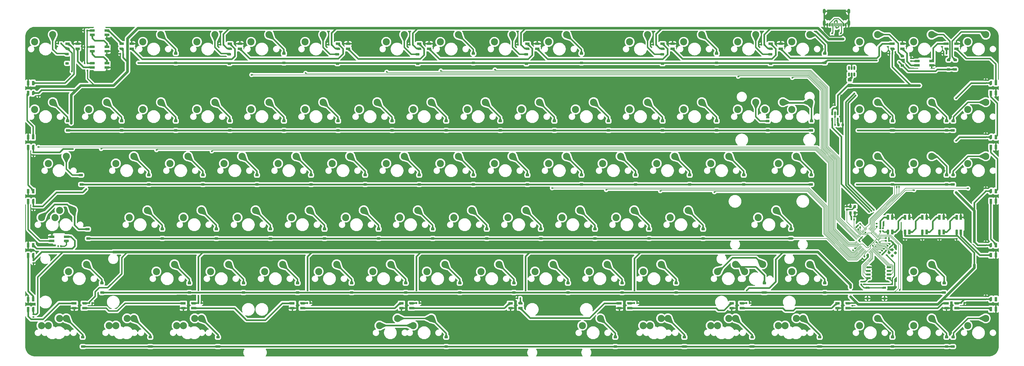
<source format=gbr>
%TF.GenerationSoftware,KiCad,Pcbnew,8.0.1*%
%TF.CreationDate,2025-07-10T21:51:53+09:00*%
%TF.ProjectId,OrionV2V3_rp2040,4f72696f-6e56-4325-9633-5f7270323034,rev?*%
%TF.SameCoordinates,Original*%
%TF.FileFunction,Copper,L2,Bot*%
%TF.FilePolarity,Positive*%
%FSLAX46Y46*%
G04 Gerber Fmt 4.6, Leading zero omitted, Abs format (unit mm)*
G04 Created by KiCad (PCBNEW 8.0.1) date 2025-07-10 21:51:53*
%MOMM*%
%LPD*%
G01*
G04 APERTURE LIST*
G04 Aperture macros list*
%AMRoundRect*
0 Rectangle with rounded corners*
0 $1 Rounding radius*
0 $2 $3 $4 $5 $6 $7 $8 $9 X,Y pos of 4 corners*
0 Add a 4 corners polygon primitive as box body*
4,1,4,$2,$3,$4,$5,$6,$7,$8,$9,$2,$3,0*
0 Add four circle primitives for the rounded corners*
1,1,$1+$1,$2,$3*
1,1,$1+$1,$4,$5*
1,1,$1+$1,$6,$7*
1,1,$1+$1,$8,$9*
0 Add four rect primitives between the rounded corners*
20,1,$1+$1,$2,$3,$4,$5,0*
20,1,$1+$1,$4,$5,$6,$7,0*
20,1,$1+$1,$6,$7,$8,$9,0*
20,1,$1+$1,$8,$9,$2,$3,0*%
%AMOutline5P*
0 Free polygon, 5 corners , with rotation*
0 The origin of the aperture is its center*
0 number of corners: always 5*
0 $1 to $10 corner X, Y*
0 $11 Rotation angle, in degrees counterclockwise*
0 create outline with 5 corners*
4,1,5,$1,$2,$3,$4,$5,$6,$7,$8,$9,$10,$1,$2,$11*%
%AMOutline6P*
0 Free polygon, 6 corners , with rotation*
0 The origin of the aperture is its center*
0 number of corners: always 6*
0 $1 to $12 corner X, Y*
0 $13 Rotation angle, in degrees counterclockwise*
0 create outline with 6 corners*
4,1,6,$1,$2,$3,$4,$5,$6,$7,$8,$9,$10,$11,$12,$1,$2,$13*%
%AMOutline7P*
0 Free polygon, 7 corners , with rotation*
0 The origin of the aperture is its center*
0 number of corners: always 7*
0 $1 to $14 corner X, Y*
0 $15 Rotation angle, in degrees counterclockwise*
0 create outline with 7 corners*
4,1,7,$1,$2,$3,$4,$5,$6,$7,$8,$9,$10,$11,$12,$13,$14,$1,$2,$15*%
%AMOutline8P*
0 Free polygon, 8 corners , with rotation*
0 The origin of the aperture is its center*
0 number of corners: always 8*
0 $1 to $16 corner X, Y*
0 $17 Rotation angle, in degrees counterclockwise*
0 create outline with 8 corners*
4,1,8,$1,$2,$3,$4,$5,$6,$7,$8,$9,$10,$11,$12,$13,$14,$15,$16,$1,$2,$17*%
G04 Aperture macros list end*
%TA.AperFunction,ComponentPad*%
%ADD10C,2.500000*%
%TD*%
%TA.AperFunction,SMDPad,CuDef*%
%ADD11R,1.700000X0.820000*%
%TD*%
%TA.AperFunction,SMDPad,CuDef*%
%ADD12RoundRect,0.205000X0.645000X0.205000X-0.645000X0.205000X-0.645000X-0.205000X0.645000X-0.205000X0*%
%TD*%
%TA.AperFunction,SMDPad,CuDef*%
%ADD13R,0.820000X1.700000*%
%TD*%
%TA.AperFunction,SMDPad,CuDef*%
%ADD14RoundRect,0.205000X0.205000X-0.645000X0.205000X0.645000X-0.205000X0.645000X-0.205000X-0.645000X0*%
%TD*%
%TA.AperFunction,ComponentPad*%
%ADD15O,1.000000X2.100000*%
%TD*%
%TA.AperFunction,ComponentPad*%
%ADD16O,1.000000X1.800000*%
%TD*%
%TA.AperFunction,SMDPad,CuDef*%
%ADD17RoundRect,0.205000X-0.645000X-0.205000X0.645000X-0.205000X0.645000X0.205000X-0.645000X0.205000X0*%
%TD*%
%TA.AperFunction,SMDPad,CuDef*%
%ADD18RoundRect,0.250000X-0.450000X0.325000X-0.450000X-0.325000X0.450000X-0.325000X0.450000X0.325000X0*%
%TD*%
%TA.AperFunction,SMDPad,CuDef*%
%ADD19RoundRect,0.225000X0.375000X-0.225000X0.375000X0.225000X-0.375000X0.225000X-0.375000X-0.225000X0*%
%TD*%
%TA.AperFunction,SMDPad,CuDef*%
%ADD20RoundRect,0.140000X-0.140000X-0.170000X0.140000X-0.170000X0.140000X0.170000X-0.140000X0.170000X0*%
%TD*%
%TA.AperFunction,SMDPad,CuDef*%
%ADD21R,1.600000X0.850000*%
%TD*%
%TA.AperFunction,SMDPad,CuDef*%
%ADD22Outline6P,-0.800000X0.425000X0.460000X0.425000X0.800000X0.085000X0.800000X-0.425000X-0.460000X-0.425000X-0.800000X-0.085000X0.000000*%
%TD*%
%TA.AperFunction,SMDPad,CuDef*%
%ADD23RoundRect,0.140000X-0.170000X0.140000X-0.170000X-0.140000X0.170000X-0.140000X0.170000X0.140000X0*%
%TD*%
%TA.AperFunction,SMDPad,CuDef*%
%ADD24RoundRect,0.140000X0.170000X-0.140000X0.170000X0.140000X-0.170000X0.140000X-0.170000X-0.140000X0*%
%TD*%
%TA.AperFunction,SMDPad,CuDef*%
%ADD25RoundRect,0.140000X0.140000X0.170000X-0.140000X0.170000X-0.140000X-0.170000X0.140000X-0.170000X0*%
%TD*%
%TA.AperFunction,SMDPad,CuDef*%
%ADD26Outline6P,-0.800000X0.425000X0.460000X0.425000X0.800000X0.085000X0.800000X-0.425000X-0.460000X-0.425000X-0.800000X-0.085000X180.000000*%
%TD*%
%TA.AperFunction,SMDPad,CuDef*%
%ADD27R,0.850000X1.600000*%
%TD*%
%TA.AperFunction,SMDPad,CuDef*%
%ADD28Outline6P,-0.800000X0.425000X0.460000X0.425000X0.800000X0.085000X0.800000X-0.425000X-0.460000X-0.425000X-0.800000X-0.085000X270.000000*%
%TD*%
%TA.AperFunction,SMDPad,CuDef*%
%ADD29Outline6P,-0.800000X0.425000X0.460000X0.425000X0.800000X0.085000X0.800000X-0.425000X-0.460000X-0.425000X-0.800000X-0.085000X90.000000*%
%TD*%
%TA.AperFunction,SMDPad,CuDef*%
%ADD30RoundRect,0.150000X-0.150000X-0.425000X0.150000X-0.425000X0.150000X0.425000X-0.150000X0.425000X0*%
%TD*%
%TA.AperFunction,SMDPad,CuDef*%
%ADD31RoundRect,0.075000X-0.075000X-0.500000X0.075000X-0.500000X0.075000X0.500000X-0.075000X0.500000X0*%
%TD*%
%TA.AperFunction,SMDPad,CuDef*%
%ADD32RoundRect,0.150000X-0.150000X0.512500X-0.150000X-0.512500X0.150000X-0.512500X0.150000X0.512500X0*%
%TD*%
%TA.AperFunction,SMDPad,CuDef*%
%ADD33RoundRect,0.140000X-0.219203X-0.021213X-0.021213X-0.219203X0.219203X0.021213X0.021213X0.219203X0*%
%TD*%
%TA.AperFunction,SMDPad,CuDef*%
%ADD34RoundRect,0.140000X0.219203X0.021213X0.021213X0.219203X-0.219203X-0.021213X-0.021213X-0.219203X0*%
%TD*%
%TA.AperFunction,SMDPad,CuDef*%
%ADD35RoundRect,0.225000X-0.225000X-0.250000X0.225000X-0.250000X0.225000X0.250000X-0.225000X0.250000X0*%
%TD*%
%TA.AperFunction,SMDPad,CuDef*%
%ADD36RoundRect,0.150000X-0.650000X-0.150000X0.650000X-0.150000X0.650000X0.150000X-0.650000X0.150000X0*%
%TD*%
%TA.AperFunction,SMDPad,CuDef*%
%ADD37R,1.000000X0.750000*%
%TD*%
%TA.AperFunction,SMDPad,CuDef*%
%ADD38RoundRect,0.140000X0.021213X-0.219203X0.219203X-0.021213X-0.021213X0.219203X-0.219203X0.021213X0*%
%TD*%
%TA.AperFunction,SMDPad,CuDef*%
%ADD39R,0.900000X1.000000*%
%TD*%
%TA.AperFunction,SMDPad,CuDef*%
%ADD40RoundRect,0.050000X-0.238649X-0.309359X0.309359X0.238649X0.238649X0.309359X-0.309359X-0.238649X0*%
%TD*%
%TA.AperFunction,SMDPad,CuDef*%
%ADD41RoundRect,0.050000X0.238649X-0.309359X0.309359X-0.238649X-0.238649X0.309359X-0.309359X0.238649X0*%
%TD*%
%TA.AperFunction,ComponentPad*%
%ADD42C,0.600000*%
%TD*%
%TA.AperFunction,SMDPad,CuDef*%
%ADD43RoundRect,0.144000X0.000000X-2.059095X2.059095X0.000000X0.000000X2.059095X-2.059095X0.000000X0*%
%TD*%
%TA.AperFunction,SMDPad,CuDef*%
%ADD44RoundRect,0.225000X0.335876X0.017678X0.017678X0.335876X-0.335876X-0.017678X-0.017678X-0.335876X0*%
%TD*%
%TA.AperFunction,SMDPad,CuDef*%
%ADD45RoundRect,0.225000X-0.335876X-0.017678X-0.017678X-0.335876X0.335876X0.017678X0.017678X0.335876X0*%
%TD*%
%TA.AperFunction,ViaPad*%
%ADD46C,0.600000*%
%TD*%
%TA.AperFunction,Conductor*%
%ADD47C,0.500000*%
%TD*%
%TA.AperFunction,Conductor*%
%ADD48C,0.600000*%
%TD*%
%TA.AperFunction,Conductor*%
%ADD49C,0.400000*%
%TD*%
%TA.AperFunction,Conductor*%
%ADD50C,0.200000*%
%TD*%
%TA.AperFunction,Conductor*%
%ADD51C,0.900000*%
%TD*%
%TA.AperFunction,Conductor*%
%ADD52C,0.300000*%
%TD*%
G04 APERTURE END LIST*
D10*
%TO.P,MX21,1,1*%
%TO.N,Col4*%
X53340000Y-73660000D03*
%TO.P,MX21,2,2*%
%TO.N,Net-(D21-A)*%
X59690000Y-71120000D03*
%TD*%
%TO.P,MX82,1,1*%
%TO.N,Col5*%
X98583750Y-149860000D03*
X110490000Y-149860000D03*
%TO.P,MX82,2,2*%
%TO.N,Net-(D82-A)*%
X104933750Y-147320000D03*
X116840000Y-147320000D03*
%TD*%
%TO.P,MX69,1,1*%
%TO.N,Col4*%
X77152500Y-130810000D03*
%TO.P,MX69,2,2*%
%TO.N,Net-(D69-A)*%
X83502500Y-128270000D03*
%TD*%
%TO.P,MX8,1,1*%
%TO.N,Col8*%
X139065000Y-49847500D03*
%TO.P,MX8,2,2*%
%TO.N,Net-(D8-A)*%
X145415000Y-47307500D03*
%TD*%
%TO.P,MX47,1,1*%
%TO.N,Col12*%
X215265000Y-92710000D03*
%TO.P,MX47,2,2*%
%TO.N,Net-(D47-A)*%
X221615000Y-90170000D03*
%TD*%
%TO.P,MX75,1,1*%
%TO.N,Col10*%
X191452500Y-130810000D03*
%TO.P,MX75,2,2*%
%TO.N,Net-(D75-A)*%
X197802500Y-128270000D03*
%TD*%
D11*
%TO.P,ULED27,1,VSS*%
%TO.N,GND*%
X-16837500Y-118550000D03*
%TO.P,ULED27,2,DIN*%
%TO.N,Net-(ULED26-DOUT)*%
X-16837500Y-120050000D03*
D12*
%TO.P,ULED27,3,VDD*%
%TO.N,VBUS*%
X-11737500Y-120050000D03*
D11*
%TO.P,ULED27,4,DOUT*%
%TO.N,Net-(ULED27-DOUT)*%
X-11737500Y-118550000D03*
%TD*%
D10*
%TO.P,MX81,1,1*%
%TO.N,Col2*%
X27146250Y-149860000D03*
X29527500Y-149860000D03*
%TO.P,MX81,2,2*%
%TO.N,Net-(D81-A)*%
X33496250Y-147320000D03*
X35877500Y-147320000D03*
%TD*%
D13*
%TO.P,ULED3,1,VSS*%
%TO.N,GND*%
X291262500Y-111750000D03*
%TO.P,ULED3,2,DIN*%
%TO.N,Net-(ULED2-DOUT)*%
X289762500Y-111750000D03*
D14*
%TO.P,ULED3,3,VDD*%
%TO.N,VBUS*%
X289762500Y-116850000D03*
D13*
%TO.P,ULED3,4,DOUT*%
%TO.N,Net-(ULED3-DOUT)*%
X291262500Y-116850000D03*
%TD*%
D10*
%TO.P,MX12,1,1*%
%TO.N,Col13*%
X224790000Y-49847500D03*
%TO.P,MX12,2,2*%
%TO.N,Net-(D12-A)*%
X231140000Y-47307500D03*
%TD*%
%TO.P,MX35,1,1*%
%TO.N,Col0*%
X-18097500Y-92710000D03*
%TO.P,MX35,2,2*%
%TO.N,Net-(D35-A)*%
X-11747500Y-90170000D03*
%TD*%
%TO.P,MX56,1,1*%
%TO.N,Col4*%
X67627500Y-111760000D03*
%TO.P,MX56,2,2*%
%TO.N,Net-(D56-A)*%
X73977500Y-109220000D03*
%TD*%
%TO.P,MX85,1,1*%
%TO.N,Col11*%
X215265000Y-149860000D03*
X217646250Y-149860000D03*
%TO.P,MX85,2,2*%
%TO.N,Net-(D85-A)*%
X221615000Y-147320000D03*
X223996250Y-147320000D03*
%TD*%
%TO.P,MX73,1,1*%
%TO.N,Col8*%
X153352500Y-130810000D03*
%TO.P,MX73,2,2*%
%TO.N,Net-(D73-A)*%
X159702500Y-128270000D03*
%TD*%
%TO.P,MX74,1,1*%
%TO.N,Col9*%
X172402500Y-130810000D03*
%TO.P,MX74,2,2*%
%TO.N,Net-(D74-A)*%
X178752500Y-128270000D03*
%TD*%
%TO.P,MX1,1,1*%
%TO.N,Col0*%
X-22860000Y-49847500D03*
%TO.P,MX1,2,2*%
%TO.N,Net-(D1-A)*%
X-16510000Y-47307500D03*
%TD*%
%TO.P,MX63,1,1*%
%TO.N,Col11*%
X200977500Y-111760000D03*
%TO.P,MX63,2,2*%
%TO.N,Net-(D63-A)*%
X207327500Y-109220000D03*
%TD*%
%TO.P,MX44,1,1*%
%TO.N,Col9*%
X158115000Y-92710000D03*
%TO.P,MX44,2,2*%
%TO.N,Net-(D44-A)*%
X164465000Y-90170000D03*
%TD*%
D15*
%TO.P,J3,S1,SHIELD*%
%TO.N,GND*%
X263888250Y-43255000D03*
D16*
X263888250Y-39075000D03*
D15*
X255248250Y-43255000D03*
D16*
X255248250Y-39075000D03*
%TD*%
D10*
%TO.P,MX62,1,1*%
%TO.N,Col10*%
X181927500Y-111760000D03*
%TO.P,MX62,2,2*%
%TO.N,Net-(D62-A)*%
X188277500Y-109220000D03*
%TD*%
%TO.P,MX18,1,1*%
%TO.N,Col1*%
X-3810000Y-73660000D03*
%TO.P,MX18,2,2*%
%TO.N,Net-(D18-A)*%
X2540000Y-71120000D03*
%TD*%
%TO.P,MX83,1,1*%
%TO.N,Col9*%
X170021250Y-149860000D03*
%TO.P,MX83,2,2*%
%TO.N,Net-(D83-A)*%
X176371250Y-147320000D03*
%TD*%
%TO.P,MX64,1,1*%
%TO.N,Col12*%
X231933750Y-111760000D03*
%TO.P,MX64,2,2*%
%TO.N,Net-(D64-A)*%
X238283750Y-109220000D03*
%TD*%
%TO.P,MX52,1,1*%
%TO.N,Col0*%
X-15716250Y-111760000D03*
X-14128750Y-109220000D03*
%TO.P,MX52,2,2*%
%TO.N,Net-(D52-A)*%
X-20478750Y-111760000D03*
X-9366250Y-109220000D03*
%TD*%
%TO.P,MX25,1,1*%
%TO.N,Col8*%
X129540000Y-73660000D03*
%TO.P,MX25,2,2*%
%TO.N,Net-(D25-A)*%
X135890000Y-71120000D03*
%TD*%
%TO.P,MX41,1,1*%
%TO.N,Col6*%
X100965000Y-92710000D03*
%TO.P,MX41,2,2*%
%TO.N,Net-(D41-A)*%
X107315000Y-90170000D03*
%TD*%
%TO.P,MX22,1,1*%
%TO.N,Col5*%
X72390000Y-73660000D03*
%TO.P,MX22,2,2*%
%TO.N,Net-(D22-A)*%
X78740000Y-71120000D03*
%TD*%
%TO.P,MX60,1,1*%
%TO.N,Col8*%
X143827500Y-111760000D03*
%TO.P,MX60,2,2*%
%TO.N,Net-(D60-A)*%
X150177500Y-109220000D03*
%TD*%
%TO.P,MX68,1,1*%
%TO.N,Col3*%
X58102500Y-130810000D03*
%TO.P,MX68,2,2*%
%TO.N,Net-(D68-A)*%
X64452500Y-128270000D03*
%TD*%
%TO.P,MX80,1,1*%
%TO.N,Col1*%
X3333750Y-149860000D03*
X5715000Y-149860000D03*
%TO.P,MX80,2,2*%
%TO.N,Net-(D80-A)*%
X9683750Y-147320000D03*
X12065000Y-147320000D03*
%TD*%
%TO.P,MX30,1,1*%
%TO.N,Col13*%
X224790000Y-73660000D03*
%TO.P,MX30,2,2*%
%TO.N,Net-(D30-A)*%
X231140000Y-71120000D03*
%TD*%
D11*
%TO.P,ULED22,1,VSS*%
%TO.N,GND*%
X2550000Y-58897500D03*
%TO.P,ULED22,2,DIN*%
%TO.N,Net-(ULED21-DOUT)*%
X2550000Y-57397500D03*
D17*
%TO.P,ULED22,3,VDD*%
%TO.N,VBUS*%
X-2550000Y-57397500D03*
D11*
%TO.P,ULED22,4,DOUT*%
%TO.N,Net-(ULED22-DOUT)*%
X-2550000Y-58897500D03*
%TD*%
D10*
%TO.P,MX61,1,1*%
%TO.N,Col9*%
X162877500Y-111760000D03*
%TO.P,MX61,2,2*%
%TO.N,Net-(D61-A)*%
X169227500Y-109220000D03*
%TD*%
%TO.P,MX54,1,1*%
%TO.N,Col2*%
X29527500Y-111760000D03*
%TO.P,MX54,2,2*%
%TO.N,Net-(D54-A)*%
X35877500Y-109220000D03*
%TD*%
%TO.P,MX78,1,1*%
%TO.N,Col16*%
X286702500Y-130810000D03*
%TO.P,MX78,2,2*%
%TO.N,Net-(D78-A)*%
X293052500Y-128270000D03*
%TD*%
%TO.P,MX24,1,1*%
%TO.N,Col7*%
X110490000Y-73660000D03*
%TO.P,MX24,2,2*%
%TO.N,Net-(D24-A)*%
X116840000Y-71120000D03*
%TD*%
%TO.P,MX51,1,1*%
%TO.N,Col17*%
X305752500Y-92710000D03*
%TO.P,MX51,2,2*%
%TO.N,Net-(D51-A)*%
X312102500Y-90170000D03*
%TD*%
%TO.P,MX48,1,1*%
%TO.N,Col13*%
X239077500Y-92710000D03*
%TO.P,MX48,2,2*%
%TO.N,Net-(D48-A)*%
X245427500Y-90170000D03*
%TD*%
%TO.P,MX26,1,1*%
%TO.N,Col9*%
X148590000Y-73660000D03*
%TO.P,MX26,2,2*%
%TO.N,Net-(D26-A)*%
X154940000Y-71120000D03*
%TD*%
D13*
%TO.P,ULED2,1,VSS*%
%TO.N,GND*%
X285212500Y-111755000D03*
%TO.P,ULED2,2,DIN*%
%TO.N,Net-(ULED1-DOUT)*%
X283712500Y-111755000D03*
D14*
%TO.P,ULED2,3,VDD*%
%TO.N,VBUS*%
X283712500Y-116855000D03*
D13*
%TO.P,ULED2,4,DOUT*%
%TO.N,Net-(ULED2-DOUT)*%
X285212500Y-116855000D03*
%TD*%
%TO.P,ULED5,1,VSS*%
%TO.N,GND*%
X303362500Y-111750000D03*
%TO.P,ULED5,2,DIN*%
%TO.N,Net-(ULED4-DOUT)*%
X301862500Y-111750000D03*
D14*
%TO.P,ULED5,3,VDD*%
%TO.N,VBUS*%
X301862500Y-116850000D03*
D13*
%TO.P,ULED5,4,DOUT*%
%TO.N,Net-(ULED5-DOUT)*%
X303362500Y-116850000D03*
%TD*%
D10*
%TO.P,MX17,1,1*%
%TO.N,Col0*%
X-22860000Y-73660000D03*
%TO.P,MX17,2,2*%
%TO.N,Net-(D17-A)*%
X-16510000Y-71120000D03*
%TD*%
%TO.P,MX67,1,1*%
%TO.N,Col2*%
X39052500Y-130810000D03*
%TO.P,MX67,2,2*%
%TO.N,Net-(D67-A)*%
X45402500Y-128270000D03*
%TD*%
%TO.P,MX29,1,1*%
%TO.N,Col12*%
X205740000Y-73660000D03*
%TO.P,MX29,2,2*%
%TO.N,Net-(D29-A)*%
X212090000Y-71120000D03*
%TD*%
%TO.P,MX87,1,1*%
%TO.N,Col15*%
X267652500Y-149860000D03*
%TO.P,MX87,2,2*%
%TO.N,Net-(D87-A)*%
X274002500Y-147320000D03*
%TD*%
%TO.P,MX5,1,1*%
%TO.N,Col5*%
X72390000Y-49847500D03*
%TO.P,MX5,2,2*%
%TO.N,Net-(D5-A)*%
X78740000Y-47307500D03*
%TD*%
%TO.P,MX15,1,1*%
%TO.N,Col16*%
X286702500Y-49847500D03*
%TO.P,MX15,2,2*%
%TO.N,Net-(D15-A)*%
X293052500Y-47307500D03*
%TD*%
%TO.P,MX86,1,1*%
%TO.N,Col12*%
X239077500Y-149860000D03*
X241458750Y-149860000D03*
%TO.P,MX86,2,2*%
%TO.N,Net-(D86-A)*%
X245427500Y-147320000D03*
X247808750Y-147320000D03*
%TD*%
%TO.P,MX55,1,1*%
%TO.N,Col3*%
X48577500Y-111760000D03*
%TO.P,MX55,2,2*%
%TO.N,Net-(D55-A)*%
X54927500Y-109220000D03*
%TD*%
%TO.P,MX84,1,1*%
%TO.N,Col10*%
X191452500Y-149860000D03*
X193833750Y-149860000D03*
%TO.P,MX84,2,2*%
%TO.N,Net-(D84-A)*%
X197802500Y-147320000D03*
X200183750Y-147320000D03*
%TD*%
D13*
%TO.P,ULED1,1,VSS*%
%TO.N,GND*%
X279162500Y-111750000D03*
%TO.P,ULED1,2,DIN*%
%TO.N,Net-(ULED1-DIN)*%
X277662500Y-111750000D03*
D14*
%TO.P,ULED1,3,VDD*%
%TO.N,VBUS*%
X277662500Y-116850000D03*
D13*
%TO.P,ULED1,4,DOUT*%
%TO.N,Net-(ULED1-DOUT)*%
X279162500Y-116850000D03*
%TD*%
D10*
%TO.P,MX53,1,1*%
%TO.N,Col1*%
X10477500Y-111760000D03*
%TO.P,MX53,2,2*%
%TO.N,Net-(D53-A)*%
X16827500Y-109220000D03*
%TD*%
%TO.P,MX79,1,1*%
%TO.N,Col0*%
X-20478750Y-149860000D03*
X-18097500Y-149860000D03*
%TO.P,MX79,2,2*%
%TO.N,Net-(D79-A)*%
X-14128750Y-147320000D03*
X-11747500Y-147320000D03*
%TD*%
%TO.P,MX14,1,1*%
%TO.N,Col15*%
X267652500Y-49847500D03*
%TO.P,MX14,2,2*%
%TO.N,Net-(D14-A)*%
X274002500Y-47307500D03*
%TD*%
%TO.P,MX10,1,1*%
%TO.N,Col11*%
X186690000Y-49847500D03*
%TO.P,MX10,2,2*%
%TO.N,Net-(D10-A)*%
X193040000Y-47307500D03*
%TD*%
%TO.P,MX2,1,1*%
%TO.N,Col2*%
X15240000Y-49847500D03*
%TO.P,MX2,2,2*%
%TO.N,Net-(D2-A)*%
X21590000Y-47307500D03*
%TD*%
D13*
%TO.P,ULED4,1,VSS*%
%TO.N,GND*%
X297312501Y-111750000D03*
%TO.P,ULED4,2,DIN*%
%TO.N,Net-(ULED3-DOUT)*%
X295812501Y-111750000D03*
D14*
%TO.P,ULED4,3,VDD*%
%TO.N,VBUS*%
X295812501Y-116850000D03*
D13*
%TO.P,ULED4,4,DOUT*%
%TO.N,Net-(ULED4-DOUT)*%
X297312501Y-116850000D03*
%TD*%
D10*
%TO.P,MX7,1,1*%
%TO.N,Col7*%
X120015000Y-49847500D03*
%TO.P,MX7,2,2*%
%TO.N,Net-(D7-A)*%
X126365000Y-47307500D03*
%TD*%
%TO.P,MX31,1,1*%
%TO.N,Col14*%
X234315000Y-73660000D03*
X243840000Y-73660000D03*
%TO.P,MX31,2,2*%
%TO.N,Net-(D31-A)*%
X240665000Y-71120000D03*
X250190000Y-71120000D03*
%TD*%
%TO.P,MX77,1,1*%
%TO.N,Col12*%
X243840000Y-130810000D03*
%TO.P,MX77,2,2*%
%TO.N,Net-(D77-A)*%
X250190000Y-128270000D03*
%TD*%
%TO.P,MX57,1,1*%
%TO.N,Col5*%
X86677500Y-111760000D03*
%TO.P,MX57,2,2*%
%TO.N,Net-(D57-A)*%
X93027500Y-109220000D03*
%TD*%
%TO.P,MX20,1,1*%
%TO.N,Col3*%
X34290000Y-73660000D03*
%TO.P,MX20,2,2*%
%TO.N,Net-(D20-A)*%
X40640000Y-71120000D03*
%TD*%
%TO.P,MX16,1,1*%
%TO.N,Col17*%
X305752500Y-49847500D03*
%TO.P,MX16,2,2*%
%TO.N,Net-(D16-A)*%
X312102500Y-47307500D03*
%TD*%
%TO.P,MX58,1,1*%
%TO.N,Col6*%
X105727500Y-111760000D03*
%TO.P,MX58,2,2*%
%TO.N,Net-(D58-A)*%
X112077500Y-109220000D03*
%TD*%
%TO.P,MX89,1,1*%
%TO.N,Col17*%
X305752500Y-149860000D03*
%TO.P,MX89,2,2*%
%TO.N,Net-(D89-A)*%
X312102500Y-147320000D03*
%TD*%
%TO.P,MX46,1,1*%
%TO.N,Col11*%
X196215000Y-92710000D03*
%TO.P,MX46,2,2*%
%TO.N,Net-(D46-A)*%
X202565000Y-90170000D03*
%TD*%
%TO.P,MX34,1,1*%
%TO.N,Col17*%
X305752500Y-73660000D03*
%TO.P,MX34,2,2*%
%TO.N,Net-(D34-A)*%
X312102500Y-71120000D03*
%TD*%
%TO.P,MX40,1,1*%
%TO.N,Col5*%
X81915000Y-92710000D03*
%TO.P,MX40,2,2*%
%TO.N,Net-(D40-A)*%
X88265000Y-90170000D03*
%TD*%
%TO.P,MX59,1,1*%
%TO.N,Col7*%
X124777500Y-111760000D03*
%TO.P,MX59,2,2*%
%TO.N,Net-(D59-A)*%
X131127500Y-109220000D03*
%TD*%
%TO.P,MX19,1,1*%
%TO.N,Col2*%
X15240000Y-73660000D03*
%TO.P,MX19,2,2*%
%TO.N,Net-(D19-A)*%
X21590000Y-71120000D03*
%TD*%
%TO.P,MX28,1,1*%
%TO.N,Col11*%
X186690000Y-73660000D03*
%TO.P,MX28,2,2*%
%TO.N,Net-(D28-A)*%
X193040000Y-71120000D03*
%TD*%
%TO.P,MX76,1,1*%
%TO.N,Col11*%
X217646250Y-130810000D03*
X233521250Y-128270000D03*
%TO.P,MX76,2,2*%
%TO.N,Net-(D76-A)*%
X223996250Y-128270000D03*
X227171250Y-130810000D03*
%TD*%
%TO.P,MX72,1,1*%
%TO.N,Col7*%
X134302500Y-130810000D03*
%TO.P,MX72,2,2*%
%TO.N,Net-(D72-A)*%
X140652500Y-128270000D03*
%TD*%
%TO.P,MX33,1,1*%
%TO.N,Col16*%
X286702500Y-73660000D03*
%TO.P,MX33,2,2*%
%TO.N,Net-(D33-A)*%
X293052500Y-71120000D03*
%TD*%
%TO.P,MX32,1,1*%
%TO.N,Col15*%
X267652500Y-73660000D03*
%TO.P,MX32,2,2*%
%TO.N,Net-(D32-A)*%
X274002500Y-71120000D03*
%TD*%
%TO.P,MX49,1,1*%
%TO.N,Col15*%
X267652500Y-92710000D03*
%TO.P,MX49,2,2*%
%TO.N,Net-(D49-A)*%
X274002500Y-90170000D03*
%TD*%
%TO.P,MX88,1,1*%
%TO.N,Col16*%
X286702500Y-149860000D03*
%TO.P,MX88,2,2*%
%TO.N,Net-(D88-A)*%
X293052500Y-147320000D03*
%TD*%
%TO.P,MX4,1,1*%
%TO.N,Col4*%
X53340000Y-49847500D03*
%TO.P,MX4,2,2*%
%TO.N,Net-(D4-A)*%
X59690000Y-47307500D03*
%TD*%
%TO.P,MX23,1,1*%
%TO.N,Col6*%
X91440000Y-73660000D03*
%TO.P,MX23,2,2*%
%TO.N,Net-(D23-A)*%
X97790000Y-71120000D03*
%TD*%
%TO.P,MX39,1,1*%
%TO.N,Col4*%
X62865000Y-92710000D03*
%TO.P,MX39,2,2*%
%TO.N,Net-(D39-A)*%
X69215000Y-90170000D03*
%TD*%
%TO.P,MX27,1,1*%
%TO.N,Col10*%
X167640000Y-73660000D03*
%TO.P,MX27,2,2*%
%TO.N,Net-(D27-A)*%
X173990000Y-71120000D03*
%TD*%
%TO.P,MX3,1,1*%
%TO.N,Col3*%
X34290000Y-49847500D03*
%TO.P,MX3,2,2*%
%TO.N,Net-(D3-A)*%
X40640000Y-47307500D03*
%TD*%
%TO.P,MX66,1,1*%
%TO.N,Col1*%
X20002500Y-130810000D03*
%TO.P,MX66,2,2*%
%TO.N,Net-(D66-A)*%
X26352500Y-128270000D03*
%TD*%
D11*
%TO.P,ULED20,1,VSS*%
%TO.N,GND*%
X2550000Y-47377500D03*
%TO.P,ULED20,2,DIN*%
%TO.N,Net-(ULED19-DOUT)*%
X2550000Y-45877500D03*
D17*
%TO.P,ULED20,3,VDD*%
%TO.N,VBUS*%
X-2550000Y-45877500D03*
D11*
%TO.P,ULED20,4,DOUT*%
%TO.N,Net-(ULED20-DOUT)*%
X-2550000Y-47377500D03*
%TD*%
D10*
%TO.P,MX43,1,1*%
%TO.N,Col8*%
X139065000Y-92710000D03*
%TO.P,MX43,2,2*%
%TO.N,Net-(D43-A)*%
X145415000Y-90170000D03*
%TD*%
D11*
%TO.P,ULED21,1,VSS*%
%TO.N,GND*%
X2550000Y-53137500D03*
%TO.P,ULED21,2,DIN*%
%TO.N,Net-(ULED20-DOUT)*%
X2550000Y-51637500D03*
D17*
%TO.P,ULED21,3,VDD*%
%TO.N,VBUS*%
X-2550000Y-51637500D03*
D11*
%TO.P,ULED21,4,DOUT*%
%TO.N,Net-(ULED21-DOUT)*%
X-2550000Y-53137500D03*
%TD*%
D10*
%TO.P,MX13,1,1*%
%TO.N,Col14*%
X243840000Y-49847500D03*
%TO.P,MX13,2,2*%
%TO.N,Net-(D13-A)*%
X250190000Y-47307500D03*
%TD*%
%TO.P,MX36,1,1*%
%TO.N,Col1*%
X5715000Y-92710000D03*
%TO.P,MX36,2,2*%
%TO.N,Net-(D36-A)*%
X12065000Y-90170000D03*
%TD*%
%TO.P,MX65,1,1*%
%TO.N,Col0*%
X-10953750Y-130810000D03*
%TO.P,MX65,2,2*%
%TO.N,Net-(D65-A)*%
X-4603750Y-128270000D03*
%TD*%
%TO.P,MX9,1,1*%
%TO.N,Col9*%
X158115000Y-49847500D03*
%TO.P,MX9,2,2*%
%TO.N,Net-(D9-A)*%
X164465000Y-47307500D03*
%TD*%
%TO.P,MX6,1,1*%
%TO.N,Col6*%
X100965000Y-49847500D03*
%TO.P,MX6,2,2*%
%TO.N,Net-(D6-A)*%
X107315000Y-47307500D03*
%TD*%
%TO.P,MX70,1,1*%
%TO.N,Col5*%
X96202500Y-130810000D03*
%TO.P,MX70,2,2*%
%TO.N,Net-(D70-A)*%
X102552500Y-128270000D03*
%TD*%
%TO.P,MX45,1,1*%
%TO.N,Col10*%
X177165000Y-92710000D03*
%TO.P,MX45,2,2*%
%TO.N,Net-(D45-A)*%
X183515000Y-90170000D03*
%TD*%
%TO.P,MX71,1,1*%
%TO.N,Col6*%
X115252500Y-130810000D03*
%TO.P,MX71,2,2*%
%TO.N,Net-(D71-A)*%
X121602500Y-128270000D03*
%TD*%
%TO.P,MX38,1,1*%
%TO.N,Col3*%
X43815000Y-92710000D03*
%TO.P,MX38,2,2*%
%TO.N,Net-(D38-A)*%
X50165000Y-90170000D03*
%TD*%
D11*
%TO.P,ULED11,1,VSS*%
%TO.N,GND*%
X293062500Y-58137500D03*
%TO.P,ULED11,2,DIN*%
%TO.N,Net-(ULED10-DOUT)*%
X293062500Y-56637500D03*
D17*
%TO.P,ULED11,3,VDD*%
%TO.N,VBUS*%
X287962500Y-56637500D03*
D11*
%TO.P,ULED11,4,DOUT*%
%TO.N,Net-(ULED11-DOUT)*%
X287962500Y-58137500D03*
%TD*%
D10*
%TO.P,MX11,1,1*%
%TO.N,Col12*%
X205740000Y-49847500D03*
%TO.P,MX11,2,2*%
%TO.N,Net-(D11-A)*%
X212090000Y-47307500D03*
%TD*%
%TO.P,MX42,1,1*%
%TO.N,Col7*%
X120015000Y-92710000D03*
%TO.P,MX42,2,2*%
%TO.N,Net-(D42-A)*%
X126365000Y-90170000D03*
%TD*%
%TO.P,MX50,1,1*%
%TO.N,Col16*%
X286702500Y-92710000D03*
%TO.P,MX50,2,2*%
%TO.N,Net-(D50-A)*%
X293052500Y-90170000D03*
%TD*%
%TO.P,MX37,1,1*%
%TO.N,Col2*%
X24765000Y-92710000D03*
%TO.P,MX37,2,2*%
%TO.N,Net-(D37-A)*%
X31115000Y-90170000D03*
%TD*%
D18*
%TO.P,F1,1*%
%TO.N,VBUS_C*%
X264218250Y-63165001D03*
%TO.P,F1,2*%
%TO.N,VBUS*%
X264218250Y-65214999D03*
%TD*%
D19*
%TO.P,D74,1,K*%
%TO.N,Row4*%
X184000000Y-138215000D03*
%TO.P,D74,2,A*%
%TO.N,Net-(D74-A)*%
X184000000Y-134915000D03*
%TD*%
D20*
%TO.P,LC22,1*%
%TO.N,GND*%
X-5255000Y-51650000D03*
%TO.P,LC22,2*%
%TO.N,VBUS*%
X-4295000Y-51650000D03*
%TD*%
D19*
%TO.P,D31,1,K*%
%TO.N,Row1*%
X250730750Y-81065000D03*
%TO.P,D31,2,A*%
%TO.N,Net-(D31-A)*%
X250730750Y-77765000D03*
%TD*%
D21*
%TO.P,ULED36,1,VSS*%
%TO.N,GND*%
X222668250Y-143750000D03*
%TO.P,ULED36,2,DIN*%
%TO.N,Net-(ULED35-DOUT)*%
X222668250Y-142000000D03*
D22*
%TO.P,ULED36,3,VDD*%
%TO.N,VBUS*%
X226168250Y-142000000D03*
D21*
%TO.P,ULED36,4,DOUT*%
%TO.N,Net-(ULED36-DOUT)*%
X226168250Y-143750000D03*
%TD*%
D23*
%TO.P,LC6,1*%
%TO.N,GND*%
X312168250Y-120535000D03*
%TO.P,LC6,2*%
%TO.N,VBUS*%
X312168250Y-121495000D03*
%TD*%
%TO.P,LC39,1*%
%TO.N,GND*%
X312168250Y-139585000D03*
%TO.P,LC39,2*%
%TO.N,VBUS*%
X312168250Y-140545000D03*
%TD*%
%TO.P,LC11,1*%
%TO.N,GND*%
X285800000Y-55645000D03*
%TO.P,LC11,2*%
%TO.N,VBUS*%
X285800000Y-56605000D03*
%TD*%
D19*
%TO.P,D68,1,K*%
%TO.N,Row4*%
X69700000Y-138215000D03*
%TO.P,D68,2,A*%
%TO.N,Net-(D68-A)*%
X69700000Y-134915000D03*
%TD*%
D20*
%TO.P,LC10,1*%
%TO.N,GND*%
X297313250Y-53965000D03*
%TO.P,LC10,2*%
%TO.N,VBUS*%
X298273250Y-53965000D03*
%TD*%
D24*
%TO.P,LC26,1*%
%TO.N,GND*%
X-23331751Y-108744999D03*
%TO.P,LC26,2*%
%TO.N,VBUS*%
X-23331751Y-107784999D03*
%TD*%
D25*
%TO.P,LC33,1*%
%TO.N,GND*%
X112561249Y-141925000D03*
%TO.P,LC33,2*%
%TO.N,VBUS*%
X111601249Y-141925000D03*
%TD*%
D21*
%TO.P,ULED38,1,VSS*%
%TO.N,GND*%
X298287500Y-143750000D03*
%TO.P,ULED38,2,DIN*%
%TO.N,Net-(ULED37-DOUT)*%
X298287500Y-142000000D03*
D22*
%TO.P,ULED38,3,VDD*%
%TO.N,VBUS*%
X301787500Y-142000000D03*
D21*
%TO.P,ULED38,4,DOUT*%
%TO.N,Net-(ULED38-DOUT)*%
X301787500Y-143750000D03*
%TD*%
%TO.P,ULED37,1,VSS*%
%TO.N,GND*%
X259906250Y-143750000D03*
%TO.P,ULED37,2,DIN*%
%TO.N,Net-(ULED36-DOUT)*%
X259906250Y-142000000D03*
D22*
%TO.P,ULED37,3,VDD*%
%TO.N,VBUS*%
X263406250Y-142000000D03*
D21*
%TO.P,ULED37,4,DOUT*%
%TO.N,Net-(ULED37-DOUT)*%
X263406250Y-143750000D03*
%TD*%
D19*
%TO.P,D69,1,K*%
%TO.N,Row4*%
X88750000Y-138215000D03*
%TO.P,D69,2,A*%
%TO.N,Net-(D69-A)*%
X88750000Y-134915000D03*
%TD*%
D21*
%TO.P,ULED19,1,VSS*%
%TO.N,GND*%
X11275000Y-50512500D03*
%TO.P,ULED19,2,DIN*%
%TO.N,Net-(ULED18-DOUT)*%
X11275000Y-52262500D03*
D26*
%TO.P,ULED19,3,VDD*%
%TO.N,VBUS*%
X7775000Y-52262500D03*
D21*
%TO.P,ULED19,4,DOUT*%
%TO.N,Net-(ULED19-DOUT)*%
X7775000Y-50512500D03*
%TD*%
D19*
%TO.P,D15,1,K*%
%TO.N,Row0*%
X299025000Y-59525000D03*
%TO.P,D15,2,A*%
%TO.N,Net-(D15-A)*%
X299025000Y-56225000D03*
%TD*%
D21*
%TO.P,ULED33,1,VSS*%
%TO.N,GND*%
X106306250Y-143750000D03*
%TO.P,ULED33,2,DIN*%
%TO.N,Net-(ULED32-DOUT)*%
X106306250Y-142000000D03*
D22*
%TO.P,ULED33,3,VDD*%
%TO.N,VBUS*%
X109806250Y-142000000D03*
D21*
%TO.P,ULED33,4,DOUT*%
%TO.N,Net-(ULED33-DOUT)*%
X109806250Y-143750000D03*
%TD*%
D19*
%TO.P,D37,1,K*%
%TO.N,Row2*%
X36362500Y-100115000D03*
%TO.P,D37,2,A*%
%TO.N,Net-(D37-A)*%
X36362500Y-96815000D03*
%TD*%
%TO.P,D66,1,K*%
%TO.N,Row4*%
X31600000Y-138215000D03*
%TO.P,D66,2,A*%
%TO.N,Net-(D66-A)*%
X31600000Y-134915000D03*
%TD*%
%TO.P,D75,1,K*%
%TO.N,Row4*%
X203050000Y-138215000D03*
%TO.P,D75,2,A*%
%TO.N,Net-(D75-A)*%
X203050000Y-134915000D03*
%TD*%
%TO.P,D20,1,K*%
%TO.N,Row1*%
X45887500Y-81065000D03*
%TO.P,D20,2,A*%
%TO.N,Net-(D20-A)*%
X45887500Y-77765000D03*
%TD*%
%TO.P,D88,1,K*%
%TO.N,Row5*%
X298300000Y-157265000D03*
%TO.P,D88,2,A*%
%TO.N,Net-(D88-A)*%
X298300000Y-153965000D03*
%TD*%
%TO.P,D84,1,K*%
%TO.N,Row5*%
X205980750Y-157265000D03*
%TO.P,D84,2,A*%
%TO.N,Net-(D84-A)*%
X205980750Y-153965000D03*
%TD*%
D24*
%TO.P,C14,1*%
%TO.N,VBUS*%
X258975000Y-73155000D03*
%TO.P,C14,2*%
%TO.N,GND*%
X258975000Y-72195000D03*
%TD*%
D19*
%TO.P,D36,1,K*%
%TO.N,Row2*%
X17312500Y-100115000D03*
%TO.P,D36,2,A*%
%TO.N,Net-(D36-A)*%
X17312500Y-96815000D03*
%TD*%
D20*
%TO.P,LC34,1*%
%TO.N,GND*%
X147240000Y-140240000D03*
%TO.P,LC34,2*%
%TO.N,VBUS*%
X148200000Y-140240000D03*
%TD*%
D19*
%TO.P,D34,1,K*%
%TO.N,Row1*%
X300650000Y-81065000D03*
%TO.P,D34,2,A*%
%TO.N,Net-(D34-A)*%
X300650000Y-77765000D03*
%TD*%
%TO.P,D52,1,K*%
%TO.N,Row3*%
X-4118750Y-119165000D03*
%TO.P,D52,2,A*%
%TO.N,Net-(D52-A)*%
X-4118750Y-115865000D03*
%TD*%
D27*
%TO.P,ULED29,1,VSS*%
%TO.N,GND*%
X-25156751Y-140589999D03*
%TO.P,ULED29,2,DIN*%
%TO.N,Net-(ULED28-DOUT)*%
X-23406751Y-140589999D03*
D28*
%TO.P,ULED29,3,VDD*%
%TO.N,VBUS*%
X-23406751Y-144089999D03*
D27*
%TO.P,ULED29,4,DOUT*%
%TO.N,Net-(ULED29-DOUT)*%
X-25156751Y-144089999D03*
%TD*%
%TO.P,ULED6,1,VSS*%
%TO.N,GND*%
X315668250Y-125015000D03*
%TO.P,ULED6,2,DIN*%
%TO.N,Net-(ULED5-DOUT)*%
X313918250Y-125015000D03*
D29*
%TO.P,ULED6,3,VDD*%
%TO.N,VBUS*%
X313918250Y-121515000D03*
D27*
%TO.P,ULED6,4,DOUT*%
%TO.N,Net-(ULED6-DOUT)*%
X315668250Y-121515000D03*
%TD*%
D30*
%TO.P,J1,A1,GND*%
%TO.N,GND*%
X256368250Y-43830000D03*
%TO.P,J1,A4,VBUS*%
%TO.N,VBUS_C*%
X257168250Y-43830000D03*
D31*
%TO.P,J1,A5,CC1*%
%TO.N,CC1*%
X258318250Y-43829999D03*
%TO.P,J1,A6,D+*%
%TO.N,DP*%
X259318250Y-43830000D03*
%TO.P,J1,A7,D-*%
%TO.N,DM*%
X259818250Y-43830000D03*
%TO.P,J1,A8,SBU1*%
%TO.N,unconnected-(J1-SBU1-PadA8)*%
X260818250Y-43829999D03*
D30*
%TO.P,J1,A9,VBUS*%
%TO.N,VBUS_C*%
X261968250Y-43830000D03*
%TO.P,J1,A12,GND*%
%TO.N,GND*%
X262768250Y-43830000D03*
%TO.P,J1,B1,GND*%
X262768250Y-43830000D03*
%TO.P,J1,B4,VBUS*%
%TO.N,VBUS_C*%
X261968250Y-43830000D03*
D31*
%TO.P,J1,B5,CC2*%
%TO.N,CC2*%
X261318250Y-43830000D03*
%TO.P,J1,B6,D+*%
%TO.N,DP*%
X260318250Y-43830000D03*
%TO.P,J1,B7,D-*%
%TO.N,DM*%
X258818250Y-43830000D03*
%TO.P,J1,B8,SBU2*%
%TO.N,unconnected-(J1-SBU2-PadB8)*%
X257818250Y-43830000D03*
D30*
%TO.P,J1,B9,VBUS*%
%TO.N,VBUS_C*%
X257168250Y-43830000D03*
%TO.P,J1,B12,GND*%
%TO.N,GND*%
X256368250Y-43830000D03*
D16*
%TO.P,J1,S1,SHIELD*%
X255248250Y-39075000D03*
D15*
X255248250Y-43255000D03*
D16*
X263888250Y-39075000D03*
D15*
X263888250Y-43255000D03*
%TD*%
D19*
%TO.P,D38,1,K*%
%TO.N,Row2*%
X55412500Y-100115000D03*
%TO.P,D38,2,A*%
%TO.N,Net-(D38-A)*%
X55412500Y-96815000D03*
%TD*%
D20*
%TO.P,LC19,1*%
%TO.N,GND*%
X7308250Y-54040000D03*
%TO.P,LC19,2*%
%TO.N,VBUS*%
X8268250Y-54040000D03*
%TD*%
D32*
%TO.P,U1,1,IN*%
%TO.N,VBUS*%
X258062501Y-75012500D03*
%TO.P,U1,2,GND*%
%TO.N,GND*%
X259012500Y-75012500D03*
%TO.P,U1,3,EN*%
%TO.N,VBUS*%
X259962499Y-75012500D03*
%TO.P,U1,4,BP*%
%TO.N,Net-(U1-BP)*%
X259962499Y-77287500D03*
%TO.P,U1,5,OUT*%
%TO.N,+3V3*%
X258062501Y-77287500D03*
%TD*%
D19*
%TO.P,D58,1,K*%
%TO.N,Row3*%
X117325000Y-119165000D03*
%TO.P,D58,2,A*%
%TO.N,Net-(D58-A)*%
X117325000Y-115865000D03*
%TD*%
D21*
%TO.P,ULED35,1,VSS*%
%TO.N,GND*%
X183106250Y-143750000D03*
%TO.P,ULED35,2,DIN*%
%TO.N,Net-(ULED34-DOUT)*%
X183106250Y-142000000D03*
D22*
%TO.P,ULED35,3,VDD*%
%TO.N,VBUS*%
X186606250Y-142000000D03*
D21*
%TO.P,ULED35,4,DOUT*%
%TO.N,Net-(ULED35-DOUT)*%
X186606250Y-143750000D03*
%TD*%
D20*
%TO.P,LC18,1*%
%TO.N,GND*%
X42630000Y-50820000D03*
%TO.P,LC18,2*%
%TO.N,VBUS*%
X43590000Y-50820000D03*
%TD*%
D24*
%TO.P,R3,1*%
%TO.N,+3V3*%
X269186924Y-135323472D03*
%TO.P,R3,2*%
%TO.N,/QSPI_SS*%
X269186924Y-134363472D03*
%TD*%
D25*
%TO.P,LC31,1*%
%TO.N,GND*%
X35761250Y-141925000D03*
%TO.P,LC31,2*%
%TO.N,VBUS*%
X34801250Y-141925000D03*
%TD*%
D21*
%TO.P,ULED18,1,VSS*%
%TO.N,GND*%
X49375000Y-50512500D03*
%TO.P,ULED18,2,DIN*%
%TO.N,Net-(ULED17-DOUT)*%
X49375000Y-52262500D03*
D26*
%TO.P,ULED18,3,VDD*%
%TO.N,VBUS*%
X45875000Y-52262500D03*
D21*
%TO.P,ULED18,4,DOUT*%
%TO.N,Net-(ULED18-DOUT)*%
X45875000Y-50512500D03*
%TD*%
D19*
%TO.P,D11,1,K*%
%TO.N,Row0*%
X217337500Y-57252500D03*
%TO.P,D11,2,A*%
%TO.N,Net-(D11-A)*%
X217337500Y-53952500D03*
%TD*%
D23*
%TO.P,LC1,1*%
%TO.N,GND*%
X275925000Y-115595000D03*
%TO.P,LC1,2*%
%TO.N,VBUS*%
X275925000Y-116555000D03*
%TD*%
D19*
%TO.P,D83,1,K*%
%TO.N,Row5*%
X181618750Y-157265000D03*
%TO.P,D83,2,A*%
%TO.N,Net-(D83-A)*%
X181618750Y-153965000D03*
%TD*%
%TO.P,D2,1,K*%
%TO.N,Row0*%
X26837500Y-57252500D03*
%TO.P,D2,2,A*%
%TO.N,Net-(D2-A)*%
X26837500Y-53952500D03*
%TD*%
D33*
%TO.P,C5,1*%
%TO.N,GND*%
X266522513Y-115179061D03*
%TO.P,C5,2*%
%TO.N,+3V3*%
X267201335Y-115857883D03*
%TD*%
D34*
%TO.P,C11,1*%
%TO.N,+1V1*%
X267876335Y-115182883D03*
%TO.P,C11,2*%
%TO.N,GND*%
X267197513Y-114504061D03*
%TD*%
D19*
%TO.P,D46,1,K*%
%TO.N,Row2*%
X207812500Y-100115000D03*
%TO.P,D46,2,A*%
%TO.N,Net-(D46-A)*%
X207812500Y-96815000D03*
%TD*%
D35*
%TO.P,C18,1*%
%TO.N,Net-(U1-BP)*%
X260225000Y-79100000D03*
%TO.P,C18,2*%
%TO.N,GND*%
X261775000Y-79100000D03*
%TD*%
D20*
%TO.P,LC23,1*%
%TO.N,GND*%
X-14505000Y-50425000D03*
%TO.P,LC23,2*%
%TO.N,VBUS*%
X-13545000Y-50425000D03*
%TD*%
D19*
%TO.P,D9,1,K*%
%TO.N,Row0*%
X169712500Y-57252500D03*
%TO.P,D9,2,A*%
%TO.N,Net-(D9-A)*%
X169712500Y-53952500D03*
%TD*%
D24*
%TO.P,LC37,1*%
%TO.N,GND*%
X265100000Y-142880000D03*
%TO.P,LC37,2*%
%TO.N,VBUS*%
X265100000Y-141920000D03*
%TD*%
D21*
%TO.P,ULED16,1,VSS*%
%TO.N,GND*%
X116050000Y-50512500D03*
%TO.P,ULED16,2,DIN*%
%TO.N,Net-(ULED15-DOUT)*%
X116050000Y-52262500D03*
D26*
%TO.P,ULED16,3,VDD*%
%TO.N,VBUS*%
X112550000Y-52262500D03*
D21*
%TO.P,ULED16,4,DOUT*%
%TO.N,Net-(ULED16-DOUT)*%
X112550000Y-50512500D03*
%TD*%
D19*
%TO.P,D63,1,K*%
%TO.N,Row3*%
X212575000Y-119165000D03*
%TO.P,D63,2,A*%
%TO.N,Net-(D63-A)*%
X212575000Y-115865000D03*
%TD*%
D24*
%TO.P,LC25,1*%
%TO.N,GND*%
X-23331751Y-89694999D03*
%TO.P,LC25,2*%
%TO.N,VBUS*%
X-23331751Y-88734999D03*
%TD*%
D20*
%TO.P,LC12,1*%
%TO.N,GND*%
X278263250Y-53965000D03*
%TO.P,LC12,2*%
%TO.N,VBUS*%
X279223250Y-53965000D03*
%TD*%
D19*
%TO.P,D4,1,K*%
%TO.N,Row0*%
X64937500Y-57252500D03*
%TO.P,D4,2,A*%
%TO.N,Net-(D4-A)*%
X64937500Y-53952500D03*
%TD*%
%TO.P,D43,1,K*%
%TO.N,Row2*%
X150662500Y-100115000D03*
%TO.P,D43,2,A*%
%TO.N,Net-(D43-A)*%
X150662500Y-96815000D03*
%TD*%
D33*
%TO.P,C9,1*%
%TO.N,+3V3*%
X278265589Y-121075589D03*
%TO.P,C9,2*%
%TO.N,GND*%
X278944411Y-121754411D03*
%TD*%
D21*
%TO.P,ULED13,1,VSS*%
%TO.N,GND*%
X239875000Y-50512500D03*
%TO.P,ULED13,2,DIN*%
%TO.N,Net-(ULED12-DOUT)*%
X239875000Y-52262500D03*
D26*
%TO.P,ULED13,3,VDD*%
%TO.N,VBUS*%
X236375000Y-52262500D03*
D21*
%TO.P,ULED13,4,DOUT*%
%TO.N,Net-(ULED13-DOUT)*%
X236375000Y-50512500D03*
%TD*%
D27*
%TO.P,ULED25,1,VSS*%
%TO.N,GND*%
X-25156751Y-83439999D03*
%TO.P,ULED25,2,DIN*%
%TO.N,Net-(ULED24-DOUT)*%
X-23406751Y-83439999D03*
D28*
%TO.P,ULED25,3,VDD*%
%TO.N,VBUS*%
X-23406751Y-86939999D03*
D27*
%TO.P,ULED25,4,DOUT*%
%TO.N,Net-(ULED25-DOUT)*%
X-25156751Y-86939999D03*
%TD*%
D19*
%TO.P,D85,1,K*%
%TO.N,Row5*%
X229793250Y-157265000D03*
%TO.P,D85,2,A*%
%TO.N,Net-(D85-A)*%
X229793250Y-153965000D03*
%TD*%
%TO.P,D89,1,K*%
%TO.N,Row5*%
X300625000Y-157265000D03*
%TO.P,D89,2,A*%
%TO.N,Net-(D89-A)*%
X300625000Y-153965000D03*
%TD*%
%TO.P,D3,1,K*%
%TO.N,Row0*%
X45710000Y-57500000D03*
%TO.P,D3,2,A*%
%TO.N,Net-(D3-A)*%
X45710000Y-54200000D03*
%TD*%
D24*
%TO.P,LC5,1*%
%TO.N,GND*%
X301850000Y-119230000D03*
%TO.P,LC5,2*%
%TO.N,VBUS*%
X301850000Y-118270000D03*
%TD*%
D19*
%TO.P,D6,1,K*%
%TO.N,Row0*%
X112080000Y-57550000D03*
%TO.P,D6,2,A*%
%TO.N,Net-(D6-A)*%
X112080000Y-54250000D03*
%TD*%
D25*
%TO.P,C3,1*%
%TO.N,GND*%
X277980000Y-119025000D03*
%TO.P,C3,2*%
%TO.N,+3V3*%
X277020000Y-119025000D03*
%TD*%
D19*
%TO.P,D18,1,K*%
%TO.N,Row1*%
X7787500Y-81065000D03*
%TO.P,D18,2,A*%
%TO.N,Net-(D18-A)*%
X7787500Y-77765000D03*
%TD*%
%TO.P,D47,1,K*%
%TO.N,Row2*%
X226862500Y-100115000D03*
%TO.P,D47,2,A*%
%TO.N,Net-(D47-A)*%
X226862500Y-96815000D03*
%TD*%
D23*
%TO.P,R9,1*%
%TO.N,CC1*%
X257993250Y-46885000D03*
%TO.P,R9,2*%
%TO.N,GND*%
X257993250Y-47845000D03*
%TD*%
D19*
%TO.P,D82,1,K*%
%TO.N,Row5*%
X122087500Y-157265000D03*
%TO.P,D82,2,A*%
%TO.N,Net-(D82-A)*%
X122087500Y-153965000D03*
%TD*%
%TO.P,D27,1,K*%
%TO.N,Row1*%
X179237500Y-81065000D03*
%TO.P,D27,2,A*%
%TO.N,Net-(D27-A)*%
X179237500Y-77765000D03*
%TD*%
%TO.P,D19,1,K*%
%TO.N,Row1*%
X26837500Y-81065000D03*
%TO.P,D19,2,A*%
%TO.N,Net-(D19-A)*%
X26837500Y-77765000D03*
%TD*%
D25*
%TO.P,C7,1*%
%TO.N,GND*%
X277980000Y-119975000D03*
%TO.P,C7,2*%
%TO.N,+3V3*%
X277020000Y-119975000D03*
%TD*%
D36*
%TO.P,U2,1,~{CS}*%
%TO.N,/QSPI_SS*%
X270786924Y-133148472D03*
%TO.P,U2,2,DO(IO1)*%
%TO.N,/QSPI_SD1*%
X270786924Y-131878472D03*
%TO.P,U2,3,IO2*%
%TO.N,/QSPI_SD2*%
X270786924Y-130608472D03*
%TO.P,U2,4,GND*%
%TO.N,GND*%
X270786924Y-129338472D03*
%TO.P,U2,5,DI(IO0)*%
%TO.N,/QSPI_SD0*%
X277986924Y-129338472D03*
%TO.P,U2,6,CLK*%
%TO.N,/QSPI_SCLK*%
X277986924Y-130608472D03*
%TO.P,U2,7,IO3*%
%TO.N,/QSPI_SD3*%
X277986924Y-131878472D03*
%TO.P,U2,8,VCC*%
%TO.N,+3V3*%
X277986924Y-133148472D03*
%TD*%
D24*
%TO.P,LC29,1*%
%TO.N,GND*%
X-23331751Y-146844999D03*
%TO.P,LC29,2*%
%TO.N,VBUS*%
X-23331751Y-145884999D03*
%TD*%
%TO.P,LC2,1*%
%TO.N,GND*%
X283700000Y-119235000D03*
%TO.P,LC2,2*%
%TO.N,VBUS*%
X283700000Y-118275000D03*
%TD*%
D25*
%TO.P,LC35,1*%
%TO.N,GND*%
X189311250Y-141925000D03*
%TO.P,LC35,2*%
%TO.N,VBUS*%
X188351250Y-141925000D03*
%TD*%
D32*
%TO.P,U4,1,IO1*%
%TO.N,DM*%
X263943251Y-59052500D03*
%TO.P,U4,2,VN*%
%TO.N,GND*%
X264893250Y-59052500D03*
%TO.P,U4,3,IO2*%
%TO.N,unconnected-(U4-IO2-Pad3)*%
X265843249Y-59052500D03*
%TO.P,U4,4,IO3*%
%TO.N,unconnected-(U4-IO3-Pad4)*%
X265843249Y-61327500D03*
%TO.P,U4,5,VP*%
%TO.N,VBUS_C*%
X264893250Y-61327500D03*
%TO.P,U4,6,IO4*%
%TO.N,DP*%
X263943251Y-61327500D03*
%TD*%
D20*
%TO.P,LC21,1*%
%TO.N,GND*%
X-5255000Y-57400000D03*
%TO.P,LC21,2*%
%TO.N,VBUS*%
X-4295000Y-57400000D03*
%TD*%
D19*
%TO.P,D42,1,K*%
%TO.N,Row2*%
X131612500Y-100115000D03*
%TO.P,D42,2,A*%
%TO.N,Net-(D42-A)*%
X131612500Y-96815000D03*
%TD*%
%TO.P,D25,1,K*%
%TO.N,Row1*%
X141137500Y-81065000D03*
%TO.P,D25,2,A*%
%TO.N,Net-(D25-A)*%
X141137500Y-77765000D03*
%TD*%
%TO.P,D56,1,K*%
%TO.N,Row3*%
X79225000Y-119165000D03*
%TO.P,D56,2,A*%
%TO.N,Net-(D56-A)*%
X79225000Y-115865000D03*
%TD*%
%TO.P,D59,1,K*%
%TO.N,Row3*%
X136375000Y-119165000D03*
%TO.P,D59,2,A*%
%TO.N,Net-(D59-A)*%
X136375000Y-115865000D03*
%TD*%
%TO.P,D50,1,K*%
%TO.N,Row2*%
X298300000Y-100115000D03*
%TO.P,D50,2,A*%
%TO.N,Net-(D50-A)*%
X298300000Y-96815000D03*
%TD*%
D37*
%TO.P,BOOTSEL1,1,1*%
%TO.N,GND*%
X270461924Y-140293472D03*
X276461924Y-140293472D03*
%TO.P,BOOTSEL1,2,2*%
%TO.N,Net-(BOOTSEL1-Pad2)*%
X270461924Y-136543472D03*
X276461924Y-136543472D03*
%TD*%
D19*
%TO.P,D53,1,K*%
%TO.N,Row3*%
X22075000Y-119165000D03*
%TO.P,D53,2,A*%
%TO.N,Net-(D53-A)*%
X22075000Y-115865000D03*
%TD*%
%TO.P,D10,1,K*%
%TO.N,Row0*%
X198270000Y-57530000D03*
%TO.P,D10,2,A*%
%TO.N,Net-(D10-A)*%
X198270000Y-54230000D03*
%TD*%
D24*
%TO.P,LC3,1*%
%TO.N,GND*%
X289750000Y-119230000D03*
%TO.P,LC3,2*%
%TO.N,VBUS*%
X289750000Y-118270000D03*
%TD*%
D33*
%TO.P,C12,1*%
%TO.N,+1V1*%
X277590589Y-121750589D03*
%TO.P,C12,2*%
%TO.N,GND*%
X278269411Y-122429411D03*
%TD*%
D23*
%TO.P,LC8,1*%
%TO.N,GND*%
X312168250Y-82435000D03*
%TO.P,LC8,2*%
%TO.N,VBUS*%
X312168250Y-83395000D03*
%TD*%
D20*
%TO.P,LC13,1*%
%TO.N,GND*%
X233130000Y-50820000D03*
%TO.P,LC13,2*%
%TO.N,VBUS*%
X234090000Y-50820000D03*
%TD*%
D19*
%TO.P,D29,1,K*%
%TO.N,Row1*%
X217337500Y-81065000D03*
%TO.P,D29,2,A*%
%TO.N,Net-(D29-A)*%
X217337500Y-77765000D03*
%TD*%
%TO.P,D78,1,K*%
%TO.N,Row4*%
X297500000Y-138215000D03*
%TO.P,D78,2,A*%
%TO.N,Net-(D78-A)*%
X297500000Y-134915000D03*
%TD*%
D38*
%TO.P,C17,1*%
%TO.N,GND*%
X268672513Y-126207883D03*
%TO.P,C17,2*%
%TO.N,+3V3*%
X269351335Y-125529061D03*
%TD*%
D19*
%TO.P,D45,1,K*%
%TO.N,Row2*%
X188762500Y-100115000D03*
%TO.P,D45,2,A*%
%TO.N,Net-(D45-A)*%
X188762500Y-96815000D03*
%TD*%
%TO.P,D26,1,K*%
%TO.N,Row1*%
X160187500Y-81065000D03*
%TO.P,D26,2,A*%
%TO.N,Net-(D26-A)*%
X160187500Y-77765000D03*
%TD*%
D20*
%TO.P,LC20,1*%
%TO.N,GND*%
X-5380000Y-45875000D03*
%TO.P,LC20,2*%
%TO.N,VBUS*%
X-4420000Y-45875000D03*
%TD*%
D21*
%TO.P,ULED34,1,VSS*%
%TO.N,GND*%
X144706250Y-143750000D03*
%TO.P,ULED34,2,DIN*%
%TO.N,Net-(ULED33-DOUT)*%
X144706250Y-142000000D03*
D22*
%TO.P,ULED34,3,VDD*%
%TO.N,VBUS*%
X148206250Y-142000000D03*
D21*
%TO.P,ULED34,4,DOUT*%
%TO.N,Net-(ULED34-DOUT)*%
X148206250Y-143750000D03*
%TD*%
D24*
%TO.P,LC28,1*%
%TO.N,GND*%
X-23331751Y-127794999D03*
%TO.P,LC28,2*%
%TO.N,VBUS*%
X-23331751Y-126834999D03*
%TD*%
D27*
%TO.P,ULED7,1,VSS*%
%TO.N,GND*%
X315668250Y-105965000D03*
%TO.P,ULED7,2,DIN*%
%TO.N,Net-(ULED6-DOUT)*%
X313918250Y-105965000D03*
D29*
%TO.P,ULED7,3,VDD*%
%TO.N,VBUS*%
X313918250Y-102465000D03*
D27*
%TO.P,ULED7,4,DOUT*%
%TO.N,Net-(ULED7-DOUT)*%
X315668250Y-102465000D03*
%TD*%
D19*
%TO.P,D86,1,K*%
%TO.N,Row5*%
X253605750Y-157265000D03*
%TO.P,D86,2,A*%
%TO.N,Net-(D86-A)*%
X253605750Y-153965000D03*
%TD*%
%TO.P,D65,1,K*%
%TO.N,Row4*%
X775000Y-138252500D03*
%TO.P,D65,2,A*%
%TO.N,Net-(D65-A)*%
X775000Y-134952500D03*
%TD*%
%TO.P,D40,1,K*%
%TO.N,Row2*%
X93512500Y-100115000D03*
%TO.P,D40,2,A*%
%TO.N,Net-(D40-A)*%
X93512500Y-96815000D03*
%TD*%
%TO.P,D73,1,K*%
%TO.N,Row4*%
X164950000Y-138215000D03*
%TO.P,D73,2,A*%
%TO.N,Net-(D73-A)*%
X164950000Y-134915000D03*
%TD*%
D21*
%TO.P,ULED32,1,VSS*%
%TO.N,GND*%
X67906250Y-143750000D03*
%TO.P,ULED32,2,DIN*%
%TO.N,Net-(ULED31-DOUT)*%
X67906250Y-142000000D03*
D22*
%TO.P,ULED32,3,VDD*%
%TO.N,VBUS*%
X71406250Y-142000000D03*
D21*
%TO.P,ULED32,4,DOUT*%
%TO.N,Net-(ULED32-DOUT)*%
X71406250Y-143750000D03*
%TD*%
D25*
%TO.P,C16,1*%
%TO.N,GND*%
X265730000Y-111475001D03*
%TO.P,C16,2*%
%TO.N,Net-(C16-Pad2)*%
X264770000Y-111475001D03*
%TD*%
D19*
%TO.P,D51,1,K*%
%TO.N,Row2*%
X300625000Y-100125000D03*
%TO.P,D51,2,A*%
%TO.N,Net-(D51-A)*%
X300625000Y-96825000D03*
%TD*%
D21*
%TO.P,ULED30,1,VSS*%
%TO.N,GND*%
X-8893750Y-143750000D03*
%TO.P,ULED30,2,DIN*%
%TO.N,Net-(ULED29-DOUT)*%
X-8893750Y-142000000D03*
D22*
%TO.P,ULED30,3,VDD*%
%TO.N,VBUS*%
X-5393750Y-142000000D03*
D21*
%TO.P,ULED30,4,DOUT*%
%TO.N,Net-(ULED30-DOUT)*%
X-5393750Y-143750000D03*
%TD*%
D24*
%TO.P,LC4,1*%
%TO.N,GND*%
X295800001Y-119230000D03*
%TO.P,LC4,2*%
%TO.N,VBUS*%
X295800001Y-118270000D03*
%TD*%
D19*
%TO.P,D64,1,K*%
%TO.N,Row3*%
X243531250Y-119165000D03*
%TO.P,D64,2,A*%
%TO.N,Net-(D64-A)*%
X243531250Y-115865000D03*
%TD*%
D39*
%TO.P,Y1,1,1*%
%TO.N,Net-(U3-XIN)*%
X266025000Y-107925000D03*
%TO.P,Y1,2,2*%
%TO.N,GND*%
X266025000Y-110075000D03*
%TO.P,Y1,3,3*%
%TO.N,Net-(C16-Pad2)*%
X264475000Y-110075000D03*
%TO.P,Y1,4,4*%
%TO.N,GND*%
X264475000Y-107925000D03*
%TD*%
D19*
%TO.P,D23,1,K*%
%TO.N,Row1*%
X103037500Y-81065000D03*
%TO.P,D23,2,A*%
%TO.N,Net-(D23-A)*%
X103037500Y-77765000D03*
%TD*%
%TO.P,D87,1,K*%
%TO.N,Row5*%
X279250000Y-157265000D03*
%TO.P,D87,2,A*%
%TO.N,Net-(D87-A)*%
X279250000Y-153965000D03*
%TD*%
%TO.P,D12,1,K*%
%TO.N,Row0*%
X236320000Y-57550000D03*
%TO.P,D12,2,A*%
%TO.N,Net-(D12-A)*%
X236320000Y-54250000D03*
%TD*%
D20*
%TO.P,R6,1*%
%TO.N,Net-(C16-Pad2)*%
X264770000Y-112425000D03*
%TO.P,R6,2*%
%TO.N,Net-(U3-XOUT)*%
X265730000Y-112425000D03*
%TD*%
D27*
%TO.P,ULED24,1,VSS*%
%TO.N,GND*%
X-25156750Y-64389999D03*
%TO.P,ULED24,2,DIN*%
%TO.N,Net-(ULED23-DOUT)*%
X-23406750Y-64389999D03*
D28*
%TO.P,ULED24,3,VDD*%
%TO.N,VBUS*%
X-23406750Y-67889999D03*
D27*
%TO.P,ULED24,4,DOUT*%
%TO.N,Net-(ULED24-DOUT)*%
X-25156750Y-67889999D03*
%TD*%
D19*
%TO.P,D44,1,K*%
%TO.N,Row2*%
X169712500Y-100115000D03*
%TO.P,D44,2,A*%
%TO.N,Net-(D44-A)*%
X169712500Y-96815000D03*
%TD*%
%TO.P,D57,1,K*%
%TO.N,Row3*%
X98275000Y-119165000D03*
%TO.P,D57,2,A*%
%TO.N,Net-(D57-A)*%
X98275000Y-115865000D03*
%TD*%
%TO.P,D76,1,K*%
%TO.N,Row4*%
X234118250Y-138215000D03*
%TO.P,D76,2,A*%
%TO.N,Net-(D76-A)*%
X234118250Y-134915000D03*
%TD*%
%TO.P,D80,1,K*%
%TO.N,Row5*%
X17862000Y-157265000D03*
%TO.P,D80,2,A*%
%TO.N,Net-(D80-A)*%
X17862000Y-153965000D03*
%TD*%
D20*
%TO.P,C13,1*%
%TO.N,+3V3*%
X258070000Y-79100000D03*
%TO.P,C13,2*%
%TO.N,GND*%
X259030000Y-79100000D03*
%TD*%
D27*
%TO.P,ULED26,1,VSS*%
%TO.N,GND*%
X-25156751Y-102489999D03*
%TO.P,ULED26,2,DIN*%
%TO.N,Net-(ULED25-DOUT)*%
X-23406751Y-102489999D03*
D28*
%TO.P,ULED26,3,VDD*%
%TO.N,VBUS*%
X-23406751Y-105989999D03*
D27*
%TO.P,ULED26,4,DOUT*%
%TO.N,Net-(ULED26-DOUT)*%
X-25156751Y-105989999D03*
%TD*%
D21*
%TO.P,ULED14,1,VSS*%
%TO.N,GND*%
X201775000Y-50512500D03*
%TO.P,ULED14,2,DIN*%
%TO.N,Net-(ULED13-DOUT)*%
X201775000Y-52262500D03*
D26*
%TO.P,ULED14,3,VDD*%
%TO.N,VBUS*%
X198275000Y-52262500D03*
D21*
%TO.P,ULED14,4,DOUT*%
%TO.N,Net-(ULED14-DOUT)*%
X198275000Y-50512500D03*
%TD*%
D19*
%TO.P,D32,1,K*%
%TO.N,Row1*%
X279250000Y-81065000D03*
%TO.P,D32,2,A*%
%TO.N,Net-(D32-A)*%
X279250000Y-77765000D03*
%TD*%
D21*
%TO.P,ULED15,1,VSS*%
%TO.N,GND*%
X154150000Y-50512500D03*
%TO.P,ULED15,2,DIN*%
%TO.N,Net-(ULED14-DOUT)*%
X154150000Y-52262500D03*
D26*
%TO.P,ULED15,3,VDD*%
%TO.N,VBUS*%
X150650000Y-52262500D03*
D21*
%TO.P,ULED15,4,DOUT*%
%TO.N,Net-(ULED15-DOUT)*%
X150650000Y-50512500D03*
%TD*%
%TO.P,ULED23,1,VSS*%
%TO.N,GND*%
X-7775000Y-50512500D03*
%TO.P,ULED23,2,DIN*%
%TO.N,Net-(ULED22-DOUT)*%
X-7775000Y-52262500D03*
D26*
%TO.P,ULED23,3,VDD*%
%TO.N,VBUS*%
X-11275000Y-52262500D03*
D21*
%TO.P,ULED23,4,DOUT*%
%TO.N,Net-(ULED23-DOUT)*%
X-11275000Y-50512500D03*
%TD*%
D38*
%TO.P,C6,1*%
%TO.N,GND*%
X265408102Y-123307883D03*
%TO.P,C6,2*%
%TO.N,+3V3*%
X266086924Y-122629061D03*
%TD*%
D21*
%TO.P,ULED10,1,VSS*%
%TO.N,GND*%
X301787500Y-50512500D03*
%TO.P,ULED10,2,DIN*%
%TO.N,Net-(ULED10-DIN)*%
X301787500Y-52262500D03*
D26*
%TO.P,ULED10,3,VDD*%
%TO.N,VBUS*%
X298287500Y-52262500D03*
D21*
%TO.P,ULED10,4,DOUT*%
%TO.N,Net-(ULED10-DOUT)*%
X298287500Y-50512500D03*
%TD*%
D33*
%TO.P,C10,1*%
%TO.N,+1V1*%
X274972513Y-124154061D03*
%TO.P,C10,2*%
%TO.N,GND*%
X275651335Y-124832883D03*
%TD*%
D21*
%TO.P,ULED31,1,VSS*%
%TO.N,GND*%
X29506250Y-143750000D03*
%TO.P,ULED31,2,DIN*%
%TO.N,Net-(ULED30-DOUT)*%
X29506250Y-142000000D03*
D22*
%TO.P,ULED31,3,VDD*%
%TO.N,VBUS*%
X33006250Y-142000000D03*
D21*
%TO.P,ULED31,4,DOUT*%
%TO.N,Net-(ULED31-DOUT)*%
X33006250Y-143750000D03*
%TD*%
D40*
%TO.P,U3,1,IOVDD*%
%TO.N,+3V3*%
X270002609Y-124109157D03*
%TO.P,U3,2,GPIO0*%
%TO.N,Row3*%
X269719766Y-123826314D03*
%TO.P,U3,3,GPIO1*%
%TO.N,Col12*%
X269436924Y-123543472D03*
%TO.P,U3,4,GPIO2*%
%TO.N,Col11*%
X269154081Y-123260629D03*
%TO.P,U3,5,GPIO3*%
%TO.N,Col10*%
X268871238Y-122977786D03*
%TO.P,U3,6,GPIO4*%
%TO.N,Col9*%
X268588396Y-122694944D03*
%TO.P,U3,7,GPIO5*%
%TO.N,Col3*%
X268305553Y-122412101D03*
%TO.P,U3,8,GPIO6*%
%TO.N,Col2*%
X268022710Y-122129258D03*
%TO.P,U3,9,GPIO7*%
%TO.N,Col1*%
X267739867Y-121846415D03*
%TO.P,U3,10,IOVDD*%
%TO.N,+3V3*%
X267457025Y-121563573D03*
%TO.P,U3,11,GPIO8*%
%TO.N,Col0*%
X267174182Y-121280730D03*
%TO.P,U3,12,GPIO9*%
%TO.N,Col14*%
X266891339Y-120997887D03*
%TO.P,U3,13,GPIO10*%
%TO.N,Col13*%
X266608497Y-120715045D03*
%TO.P,U3,14,GPIO11*%
%TO.N,Col4*%
X266325654Y-120432202D03*
D41*
%TO.P,U3,15,GPIO12*%
%TO.N,Col5*%
X266325654Y-119247798D03*
%TO.P,U3,16,GPIO13*%
%TO.N,Col6*%
X266608497Y-118964955D03*
%TO.P,U3,17,GPIO14*%
%TO.N,Col7*%
X266891339Y-118682113D03*
%TO.P,U3,18,GPIO15*%
%TO.N,Col8*%
X267174182Y-118399270D03*
%TO.P,U3,19,TESTEN*%
%TO.N,GND*%
X267457025Y-118116427D03*
%TO.P,U3,20,XIN*%
%TO.N,Net-(U3-XIN)*%
X267739867Y-117833585D03*
%TO.P,U3,21,XOUT*%
%TO.N,Net-(U3-XOUT)*%
X268022710Y-117550742D03*
%TO.P,U3,22,IOVDD*%
%TO.N,+3V3*%
X268305553Y-117267899D03*
%TO.P,U3,23,DVDD*%
%TO.N,+1V1*%
X268588396Y-116985056D03*
%TO.P,U3,24,SWCLK*%
%TO.N,SWCLK*%
X268871238Y-116702214D03*
%TO.P,U3,25,SWD*%
%TO.N,SWD*%
X269154081Y-116419371D03*
%TO.P,U3,26,RUN*%
%TO.N,unconnected-(U3-RUN-Pad26)*%
X269436924Y-116136528D03*
%TO.P,U3,27,GPIO16*%
%TO.N,Col15*%
X269719766Y-115853686D03*
%TO.P,U3,28,GPIO17*%
%TO.N,Row2*%
X270002609Y-115570843D03*
D40*
%TO.P,U3,29,GPIO18*%
%TO.N,Row1*%
X271187013Y-115570843D03*
%TO.P,U3,30,GPIO19*%
%TO.N,Row0*%
X271469856Y-115853686D03*
%TO.P,U3,31,GPIO20*%
%TO.N,Col17*%
X271752698Y-116136528D03*
%TO.P,U3,32,GPIO21*%
%TO.N,Col16*%
X272035541Y-116419371D03*
%TO.P,U3,33,IOVDD*%
%TO.N,+3V3*%
X272318384Y-116702214D03*
%TO.P,U3,34,GPIO22*%
%TO.N,unconnected-(U3-GPIO22-Pad34)*%
X272601226Y-116985056D03*
%TO.P,U3,35,GPIO23*%
%TO.N,unconnected-(U3-GPIO23-Pad35)*%
X272884069Y-117267899D03*
%TO.P,U3,36,GPIO24*%
%TO.N,unconnected-(U3-GPIO24-Pad36)*%
X273166912Y-117550742D03*
%TO.P,U3,37,GPIO25*%
%TO.N,unconnected-(U3-GPIO25-Pad37)*%
X273449755Y-117833585D03*
%TO.P,U3,38,GPIO26_ADC0*%
%TO.N,unconnected-(U3-GPIO26_ADC0-Pad38)*%
X273732597Y-118116427D03*
%TO.P,U3,39,GPIO27_ADC1*%
%TO.N,Neopixel*%
X274015440Y-118399270D03*
%TO.P,U3,40,GPIO28_ADC2*%
%TO.N,Row5*%
X274298283Y-118682113D03*
%TO.P,U3,41,GPIO29_ADC3*%
%TO.N,Row4*%
X274581125Y-118964955D03*
%TO.P,U3,42,IOVDD*%
%TO.N,+3V3*%
X274863968Y-119247798D03*
D41*
%TO.P,U3,43,ADC_AVDD*%
X274863968Y-120432202D03*
%TO.P,U3,44,VREG_IN*%
X274581125Y-120715045D03*
%TO.P,U3,45,VREG_VOUT*%
%TO.N,+1V1*%
X274298283Y-120997887D03*
%TO.P,U3,46,USB_DM*%
%TO.N,Net-(U3-USB_DM)*%
X274015440Y-121280730D03*
%TO.P,U3,47,USB_DP*%
%TO.N,Net-(U3-USB_DP)*%
X273732597Y-121563573D03*
%TO.P,U3,48,USB_VDD*%
%TO.N,+3V3*%
X273449755Y-121846415D03*
%TO.P,U3,49,IOVDD*%
X273166912Y-122129258D03*
%TO.P,U3,50,DVDD*%
%TO.N,+1V1*%
X272884069Y-122412101D03*
%TO.P,U3,51,QSPI_SD3*%
%TO.N,/QSPI_SD3*%
X272601226Y-122694944D03*
%TO.P,U3,52,QSPI_SCLK*%
%TO.N,/QSPI_SCLK*%
X272318384Y-122977786D03*
%TO.P,U3,53,QSPI_SD0*%
%TO.N,/QSPI_SD0*%
X272035541Y-123260629D03*
%TO.P,U3,54,QSPI_SD2*%
%TO.N,/QSPI_SD2*%
X271752698Y-123543472D03*
%TO.P,U3,55,QSPI_SD1*%
%TO.N,/QSPI_SD1*%
X271469856Y-123826314D03*
%TO.P,U3,56,QSPI_SS*%
%TO.N,/QSPI_SS*%
X271187013Y-124109157D03*
D42*
%TO.P,U3,57,GND*%
%TO.N,GND*%
X268791689Y-119840000D03*
X269693250Y-120741561D03*
X270594811Y-121643122D03*
X269693250Y-118938439D03*
X270594811Y-119840000D03*
D43*
X270594811Y-119840000D03*
D42*
X271496372Y-120741561D03*
X270594811Y-118036878D03*
X271496372Y-118938439D03*
X272397933Y-119840000D03*
%TD*%
D19*
%TO.P,D79,1,K*%
%TO.N,Row5*%
X-5950500Y-157265000D03*
%TO.P,D79,2,A*%
%TO.N,Net-(D79-A)*%
X-5950500Y-153965000D03*
%TD*%
%TO.P,D60,1,K*%
%TO.N,Row3*%
X155425000Y-119165000D03*
%TO.P,D60,2,A*%
%TO.N,Net-(D60-A)*%
X155425000Y-115865000D03*
%TD*%
D25*
%TO.P,LC36,1*%
%TO.N,GND*%
X228873250Y-141925000D03*
%TO.P,LC36,2*%
%TO.N,VBUS*%
X227913250Y-141925000D03*
%TD*%
D19*
%TO.P,D33,1,K*%
%TO.N,Row1*%
X298300000Y-81065000D03*
%TO.P,D33,2,A*%
%TO.N,Net-(D33-A)*%
X298300000Y-77765000D03*
%TD*%
%TO.P,D24,1,K*%
%TO.N,Row1*%
X122087500Y-81065000D03*
%TO.P,D24,2,A*%
%TO.N,Net-(D24-A)*%
X122087500Y-77765000D03*
%TD*%
%TO.P,D81,1,K*%
%TO.N,Row5*%
X41674500Y-157265000D03*
%TO.P,D81,2,A*%
%TO.N,Net-(D81-A)*%
X41674500Y-153965000D03*
%TD*%
%TO.P,D41,1,K*%
%TO.N,Row2*%
X112562500Y-100115000D03*
%TO.P,D41,2,A*%
%TO.N,Net-(D41-A)*%
X112562500Y-96815000D03*
%TD*%
D23*
%TO.P,C15,1*%
%TO.N,GND*%
X263225000Y-107945003D03*
%TO.P,C15,2*%
%TO.N,Net-(U3-XIN)*%
X263225000Y-108905003D03*
%TD*%
D19*
%TO.P,D5,1,K*%
%TO.N,Row0*%
X83770000Y-57490000D03*
%TO.P,D5,2,A*%
%TO.N,Net-(D5-A)*%
X83770000Y-54190000D03*
%TD*%
D27*
%TO.P,ULED9,1,VSS*%
%TO.N,GND*%
X315668250Y-67865000D03*
%TO.P,ULED9,2,DIN*%
%TO.N,Net-(ULED8-DOUT)*%
X313918250Y-67865000D03*
D29*
%TO.P,ULED9,3,VDD*%
%TO.N,VBUS*%
X313918250Y-64365000D03*
D27*
%TO.P,ULED9,4,DOUT*%
%TO.N,Net-(ULED10-DIN)*%
X315668250Y-64365000D03*
%TD*%
D23*
%TO.P,LC9,1*%
%TO.N,GND*%
X312168250Y-63385000D03*
%TO.P,LC9,2*%
%TO.N,VBUS*%
X312168250Y-64345000D03*
%TD*%
D27*
%TO.P,ULED28,1,VSS*%
%TO.N,GND*%
X-25156751Y-121539999D03*
%TO.P,ULED28,2,DIN*%
%TO.N,Net-(ULED27-DOUT)*%
X-23406751Y-121539999D03*
D28*
%TO.P,ULED28,3,VDD*%
%TO.N,VBUS*%
X-23406751Y-125039999D03*
D27*
%TO.P,ULED28,4,DOUT*%
%TO.N,Net-(ULED28-DOUT)*%
X-25156751Y-125039999D03*
%TD*%
D19*
%TO.P,D14,1,K*%
%TO.N,Row0*%
X282750000Y-58200000D03*
%TO.P,D14,2,A*%
%TO.N,Net-(D14-A)*%
X282750000Y-54900000D03*
%TD*%
%TO.P,D71,1,K*%
%TO.N,Row4*%
X126850000Y-138215000D03*
%TO.P,D71,2,A*%
%TO.N,Net-(D71-A)*%
X126850000Y-134915000D03*
%TD*%
%TO.P,D7,1,K*%
%TO.N,Row0*%
X131612500Y-57252500D03*
%TO.P,D7,2,A*%
%TO.N,Net-(D7-A)*%
X131612500Y-53952500D03*
%TD*%
%TO.P,D70,1,K*%
%TO.N,Row4*%
X107800000Y-138215000D03*
%TO.P,D70,2,A*%
%TO.N,Net-(D70-A)*%
X107800000Y-134915000D03*
%TD*%
D44*
%TO.P,R1,1*%
%TO.N,DP*%
X279221283Y-125278998D03*
%TO.P,R1,2*%
%TO.N,Net-(U3-USB_DP)*%
X278125267Y-124182982D03*
%TD*%
D25*
%TO.P,LC30,1*%
%TO.N,GND*%
X-2638750Y-141925000D03*
%TO.P,LC30,2*%
%TO.N,VBUS*%
X-3598750Y-141925000D03*
%TD*%
D21*
%TO.P,ULED12,1,VSS*%
%TO.N,GND*%
X282737500Y-50512500D03*
%TO.P,ULED12,2,DIN*%
%TO.N,Net-(ULED11-DOUT)*%
X282737500Y-52262500D03*
D26*
%TO.P,ULED12,3,VDD*%
%TO.N,VBUS*%
X279237500Y-52262500D03*
D21*
%TO.P,ULED12,4,DOUT*%
%TO.N,Net-(ULED12-DOUT)*%
X279237500Y-50512500D03*
%TD*%
D23*
%TO.P,R11,1*%
%TO.N,Net-(ULED1-DIN)*%
X275000000Y-115595000D03*
%TO.P,R11,2*%
%TO.N,Neopixel*%
X275000000Y-116555000D03*
%TD*%
D19*
%TO.P,D28,1,K*%
%TO.N,Row1*%
X198287500Y-81065000D03*
%TO.P,D28,2,A*%
%TO.N,Net-(D28-A)*%
X198287500Y-77765000D03*
%TD*%
D20*
%TO.P,C8,1*%
%TO.N,+3V3*%
X279188250Y-135215000D03*
%TO.P,C8,2*%
%TO.N,GND*%
X280148250Y-135215000D03*
%TD*%
D19*
%TO.P,D8,1,K*%
%TO.N,Row0*%
X150340000Y-57560000D03*
%TO.P,D8,2,A*%
%TO.N,Net-(D8-A)*%
X150340000Y-54260000D03*
%TD*%
D20*
%TO.P,LC27,1*%
%TO.N,GND*%
X-14630000Y-121900000D03*
%TO.P,LC27,2*%
%TO.N,VBUS*%
X-13670000Y-121900000D03*
%TD*%
D19*
%TO.P,D16,1,K*%
%TO.N,Row0*%
X301350000Y-59525000D03*
%TO.P,D16,2,A*%
%TO.N,Net-(D16-A)*%
X301350000Y-56225000D03*
%TD*%
%TO.P,D13,1,K*%
%TO.N,Row0*%
X255437500Y-57252500D03*
%TO.P,D13,2,A*%
%TO.N,Net-(D13-A)*%
X255437500Y-53952500D03*
%TD*%
D23*
%TO.P,R10,1*%
%TO.N,CC2*%
X261118250Y-46885000D03*
%TO.P,R10,2*%
%TO.N,GND*%
X261118250Y-47845000D03*
%TD*%
D19*
%TO.P,D55,1,K*%
%TO.N,Row3*%
X60175000Y-119165000D03*
%TO.P,D55,2,A*%
%TO.N,Net-(D55-A)*%
X60175000Y-115865000D03*
%TD*%
%TO.P,D30,1,K*%
%TO.N,Row1*%
X235350000Y-81065000D03*
%TO.P,D30,2,A*%
%TO.N,Net-(D30-A)*%
X235350000Y-77765000D03*
%TD*%
D34*
%TO.P,C1,1*%
%TO.N,GND*%
X276326335Y-124157883D03*
%TO.P,C1,2*%
%TO.N,+3V3*%
X275647513Y-123479061D03*
%TD*%
D23*
%TO.P,C4,1*%
%TO.N,GND*%
X273725000Y-113945000D03*
%TO.P,C4,2*%
%TO.N,+3V3*%
X273725000Y-114905000D03*
%TD*%
D19*
%TO.P,D48,1,K*%
%TO.N,Row2*%
X250675000Y-100115000D03*
%TO.P,D48,2,A*%
%TO.N,Net-(D48-A)*%
X250675000Y-96815000D03*
%TD*%
%TO.P,D77,1,K*%
%TO.N,Row4*%
X255437500Y-138215000D03*
%TO.P,D77,2,A*%
%TO.N,Net-(D77-A)*%
X255437500Y-134915000D03*
%TD*%
%TO.P,D17,1,K*%
%TO.N,Row1*%
X-11262500Y-81065000D03*
%TO.P,D17,2,A*%
%TO.N,Net-(D17-A)*%
X-11262500Y-77765000D03*
%TD*%
D20*
%TO.P,LC15,1*%
%TO.N,GND*%
X147405000Y-50820000D03*
%TO.P,LC15,2*%
%TO.N,VBUS*%
X148365000Y-50820000D03*
%TD*%
D19*
%TO.P,D49,1,K*%
%TO.N,Row2*%
X279250000Y-100115000D03*
%TO.P,D49,2,A*%
%TO.N,Net-(D49-A)*%
X279250000Y-96815000D03*
%TD*%
%TO.P,D35,1,K*%
%TO.N,Row2*%
X-6500000Y-100115000D03*
%TO.P,D35,2,A*%
%TO.N,Net-(D35-A)*%
X-6500000Y-96815000D03*
%TD*%
D27*
%TO.P,ULED39,1,VSS*%
%TO.N,GND*%
X315668250Y-144065000D03*
%TO.P,ULED39,2,DIN*%
%TO.N,Net-(ULED38-DOUT)*%
X313918250Y-144065000D03*
D29*
%TO.P,ULED39,3,VDD*%
%TO.N,VBUS*%
X313918250Y-140565000D03*
D27*
%TO.P,ULED39,4,DOUT*%
%TO.N,unconnected-(ULED39-DOUT-Pad4)*%
X315668250Y-140565000D03*
%TD*%
D19*
%TO.P,D22,1,K*%
%TO.N,Row1*%
X83987500Y-81065000D03*
%TO.P,D22,2,A*%
%TO.N,Net-(D22-A)*%
X83987500Y-77765000D03*
%TD*%
D23*
%TO.P,LC7,1*%
%TO.N,GND*%
X312168250Y-101485000D03*
%TO.P,LC7,2*%
%TO.N,VBUS*%
X312168250Y-102445000D03*
%TD*%
D19*
%TO.P,D21,1,K*%
%TO.N,Row1*%
X64937500Y-81065000D03*
%TO.P,D21,2,A*%
%TO.N,Net-(D21-A)*%
X64937500Y-77765000D03*
%TD*%
D24*
%TO.P,LC24,1*%
%TO.N,GND*%
X-21500000Y-68780000D03*
%TO.P,LC24,2*%
%TO.N,VBUS*%
X-21500000Y-67820000D03*
%TD*%
D45*
%TO.P,R2,1*%
%TO.N,Net-(U3-USB_DM)*%
X279168250Y-123140000D03*
%TO.P,R2,2*%
%TO.N,DM*%
X280264266Y-124236016D03*
%TD*%
D20*
%TO.P,LC16,1*%
%TO.N,GND*%
X109305000Y-50820000D03*
%TO.P,LC16,2*%
%TO.N,VBUS*%
X110265000Y-50820000D03*
%TD*%
D27*
%TO.P,ULED8,1,VSS*%
%TO.N,GND*%
X315668250Y-86915000D03*
%TO.P,ULED8,2,DIN*%
%TO.N,Net-(ULED7-DOUT)*%
X313918250Y-86915000D03*
D29*
%TO.P,ULED8,3,VDD*%
%TO.N,VBUS*%
X313918250Y-83415000D03*
D27*
%TO.P,ULED8,4,DOUT*%
%TO.N,Net-(ULED8-DOUT)*%
X315668250Y-83415000D03*
%TD*%
D19*
%TO.P,D54,1,K*%
%TO.N,Row3*%
X41125000Y-119165000D03*
%TO.P,D54,2,A*%
%TO.N,Net-(D54-A)*%
X41125000Y-115865000D03*
%TD*%
D24*
%TO.P,R4,1*%
%TO.N,Net-(BOOTSEL1-Pad2)*%
X268236924Y-135323472D03*
%TO.P,R4,2*%
%TO.N,/QSPI_SS*%
X268236924Y-134363472D03*
%TD*%
D25*
%TO.P,LC38,1*%
%TO.N,GND*%
X304477500Y-141890000D03*
%TO.P,LC38,2*%
%TO.N,VBUS*%
X303517500Y-141890000D03*
%TD*%
D19*
%TO.P,D1,1,K*%
%TO.N,Row0*%
X-11450000Y-57425000D03*
%TO.P,D1,2,A*%
%TO.N,Net-(D1-A)*%
X-11450000Y-54125000D03*
%TD*%
%TO.P,D61,1,K*%
%TO.N,Row3*%
X174475000Y-119165000D03*
%TO.P,D61,2,A*%
%TO.N,Net-(D61-A)*%
X174475000Y-115865000D03*
%TD*%
D25*
%TO.P,LC32,1*%
%TO.N,GND*%
X74161250Y-141925000D03*
%TO.P,LC32,2*%
%TO.N,VBUS*%
X73201250Y-141925000D03*
%TD*%
D19*
%TO.P,D72,1,K*%
%TO.N,Row4*%
X145900000Y-138215000D03*
%TO.P,D72,2,A*%
%TO.N,Net-(D72-A)*%
X145900000Y-134915000D03*
%TD*%
D20*
%TO.P,LC17,1*%
%TO.N,GND*%
X80730000Y-50820000D03*
%TO.P,LC17,2*%
%TO.N,VBUS*%
X81690000Y-50820000D03*
%TD*%
D34*
%TO.P,C2,1*%
%TO.N,GND*%
X277001335Y-123482883D03*
%TO.P,C2,2*%
%TO.N,+3V3*%
X276322513Y-122804061D03*
%TD*%
D19*
%TO.P,D67,1,K*%
%TO.N,Row4*%
X50650000Y-138215000D03*
%TO.P,D67,2,A*%
%TO.N,Net-(D67-A)*%
X50650000Y-134915000D03*
%TD*%
D21*
%TO.P,ULED17,1,VSS*%
%TO.N,GND*%
X87475000Y-50512500D03*
%TO.P,ULED17,2,DIN*%
%TO.N,Net-(ULED16-DOUT)*%
X87475000Y-52262500D03*
D26*
%TO.P,ULED17,3,VDD*%
%TO.N,VBUS*%
X83975000Y-52262500D03*
D21*
%TO.P,ULED17,4,DOUT*%
%TO.N,Net-(ULED17-DOUT)*%
X83975000Y-50512500D03*
%TD*%
D20*
%TO.P,LC14,1*%
%TO.N,GND*%
X195030000Y-50820000D03*
%TO.P,LC14,2*%
%TO.N,VBUS*%
X195990000Y-50820000D03*
%TD*%
D19*
%TO.P,D39,1,K*%
%TO.N,Row2*%
X74462500Y-100115000D03*
%TO.P,D39,2,A*%
%TO.N,Net-(D39-A)*%
X74462500Y-96815000D03*
%TD*%
%TO.P,D62,1,K*%
%TO.N,Row3*%
X193525000Y-119165000D03*
%TO.P,D62,2,A*%
%TO.N,Net-(D62-A)*%
X193525000Y-115865000D03*
%TD*%
D46*
%TO.N,GND*%
X300037500Y-107156250D03*
X290512500Y-107156250D03*
X283368750Y-107156250D03*
%TO.N,+3V3*%
X271068250Y-109740000D03*
X277193250Y-124990000D03*
X275647513Y-123479061D03*
%TO.N,+1V1*%
X273550173Y-120420173D03*
X272350173Y-121620173D03*
X269832247Y-117067029D03*
%TO.N,VBUS*%
X261818250Y-48775000D03*
X111601249Y-141925000D03*
X301618250Y-84690000D03*
X149993250Y-137415000D03*
X-9469250Y-87602500D03*
X-4895001Y-65214999D03*
X-9775000Y-60300000D03*
X34793250Y-139315000D03*
X188351250Y-141925000D03*
X227913250Y-141925000D03*
X4796050Y-123925000D03*
X227918250Y-137415000D03*
X264443250Y-136440000D03*
X73193250Y-137415000D03*
X111593250Y-137415000D03*
X308043250Y-128415000D03*
X298273250Y-53965000D03*
X264443250Y-139665000D03*
X148200000Y-140240000D03*
X73201250Y-141925000D03*
X301618250Y-102915000D03*
X-4295000Y-57400000D03*
X285750000Y-65215000D03*
X283700000Y-118275000D03*
X34793250Y-137340000D03*
X188343250Y-137415000D03*
X285800000Y-56605000D03*
X-4731750Y-101715000D03*
X-10012500Y-78562500D03*
X-14865000Y-123915000D03*
X-13670000Y-121900000D03*
X288790000Y-65215000D03*
X275925000Y-116555000D03*
X-4275000Y-59925000D03*
X301618250Y-69690000D03*
X308043250Y-120250000D03*
%TO.N,DP*%
X265843249Y-68031751D03*
X263943251Y-61327500D03*
X271868250Y-109393250D03*
X259520000Y-44920000D03*
X279221283Y-125278998D03*
%TO.N,DM*%
X259600000Y-42340000D03*
X263943251Y-59052500D03*
X272675000Y-109068629D03*
X266265686Y-68740686D03*
X280264266Y-124236016D03*
%TO.N,Col4*%
X53495000Y-61465000D03*
%TO.N,Col11*%
X197475000Y-102415000D03*
%TO.N,Col3*%
X39519125Y-88414125D03*
%TO.N,Row2*%
X250675000Y-100115000D03*
X266650000Y-100115000D03*
%TO.N,Col0*%
X-21600000Y-86915000D03*
%TO.N,Col10*%
X178425000Y-102015000D03*
%TO.N,Col9*%
X159375000Y-101390000D03*
%TO.N,Row1*%
X250730750Y-81065000D03*
X280775000Y-100915000D03*
X267007500Y-81065000D03*
X279250000Y-81065000D03*
%TO.N,Col7*%
X120170000Y-60040000D03*
%TO.N,Row0*%
X13555750Y-57252500D03*
X-11450000Y-57425000D03*
X273665750Y-56375000D03*
X281589125Y-56935875D03*
X281575000Y-100915000D03*
%TO.N,Col8*%
X139220000Y-59640000D03*
%TO.N,Col2*%
X20006625Y-87951625D03*
%TO.N,Col14*%
X243995000Y-62490000D03*
%TO.N,Col13*%
X224945000Y-62090000D03*
%TO.N,Col5*%
X72545000Y-60840000D03*
%TO.N,Col1*%
X544125Y-87539125D03*
%TO.N,Col6*%
X101120000Y-60440000D03*
%TO.N,Col12*%
X216525000Y-102815000D03*
%TO.N,Row5*%
X281793250Y-157265000D03*
X281793250Y-137340000D03*
%TO.N,Col15*%
X267807500Y-113941420D03*
%TO.N,Col16*%
X286857500Y-102115000D03*
%TO.N,Col17*%
X305907500Y-101490000D03*
%TO.N,VBUS_C*%
X257168250Y-43840000D03*
X264218250Y-63165001D03*
X261968250Y-43840000D03*
%TO.N,CC1*%
X257993250Y-46885000D03*
%TO.N,CC2*%
X261118250Y-46885000D03*
%TO.N,GND*%
X154781250Y-83343750D03*
X266045000Y-110075000D03*
X209550000Y-152400000D03*
X228600000Y-114300000D03*
X192881250Y-83343750D03*
X190500000Y-95250000D03*
X-16668750Y-83343750D03*
X262500000Y-117500000D03*
X275468250Y-130115000D03*
X90487500Y-133350000D03*
X40481250Y-83343750D03*
X73818750Y-159543750D03*
X126206250Y-152400000D03*
X147400000Y-50825000D03*
X92868750Y-159543750D03*
X275700000Y-53975000D03*
X292893750Y-159543750D03*
X42625000Y-50825000D03*
X235743750Y-130968750D03*
X166687500Y-140493750D03*
X71437500Y-133350000D03*
X-23050000Y-99400000D03*
X-23330000Y-127810000D03*
X28575000Y-140493750D03*
X164306250Y-152400000D03*
X5775000Y-58975000D03*
X283368750Y-95250000D03*
X297656250Y-95250000D03*
X195262500Y-114300000D03*
X258500000Y-54000000D03*
X202406250Y-54768750D03*
X-16500000Y-125500000D03*
X207168750Y-140493750D03*
X-14000000Y-69000000D03*
X273725000Y-113945000D03*
X-14500000Y-50425000D03*
X64293750Y-140493750D03*
X273043250Y-130115000D03*
X123825000Y-76200000D03*
X264500000Y-119500000D03*
X278606250Y-159543750D03*
X-12000000Y-69000000D03*
X-5375000Y-45875000D03*
X228600000Y-95250000D03*
X278250000Y-53950000D03*
X-25225000Y-118375000D03*
X9525000Y-76200000D03*
X309875000Y-67825000D03*
X258975000Y-72200000D03*
X257175000Y-133350000D03*
X265825000Y-97850000D03*
X254793750Y-140493750D03*
X83343750Y-159543750D03*
X211931250Y-83343750D03*
X45243750Y-159543750D03*
X-12000000Y-73000000D03*
X180975000Y-76200000D03*
X2575000Y-58900000D03*
X278225000Y-136700000D03*
X85725000Y-76200000D03*
X102393750Y-140493750D03*
X195262500Y-140493750D03*
X47625000Y-76200000D03*
X-23812500Y-152400000D03*
X11250000Y-50500000D03*
X154781250Y-54768750D03*
X78581250Y-140493750D03*
X-8870000Y-75590000D03*
X-23325000Y-108750000D03*
X100012500Y-114300000D03*
X293062500Y-58137500D03*
X-14625000Y-121900000D03*
X50006250Y-54768750D03*
X97631250Y-83343750D03*
X119062500Y-114300000D03*
X95250000Y-95250000D03*
X-18450000Y-121575000D03*
X247650000Y-114300000D03*
X171450000Y-95250000D03*
X52387500Y-140493750D03*
X285800000Y-55650000D03*
X64293750Y-159543750D03*
X278606250Y-95250000D03*
X-23275000Y-112450000D03*
X157162500Y-140493750D03*
X310550000Y-142100000D03*
X261100000Y-47825000D03*
X104775000Y-76200000D03*
X290512500Y-47625000D03*
X312150000Y-82300000D03*
X266518250Y-115190000D03*
X309600000Y-82275000D03*
X21431250Y-152400000D03*
X275651335Y-124832883D03*
X90487500Y-140493750D03*
X282725000Y-50500000D03*
X135731250Y-159543750D03*
X28575000Y-76200000D03*
X19050000Y-95250000D03*
X61912500Y-114300000D03*
X260500000Y-115500000D03*
X316175000Y-88850000D03*
X147637500Y-133350000D03*
X133350000Y-52387500D03*
X261937500Y-140493750D03*
X-23330000Y-146850000D03*
X300037500Y-76200000D03*
X247650000Y-140493750D03*
X219075000Y-114300000D03*
X258000000Y-47825000D03*
X57150000Y-95250000D03*
X157162500Y-159543750D03*
X107156250Y-159543750D03*
X-23325000Y-89700000D03*
X315700000Y-115950000D03*
X315675000Y-110000000D03*
X254793750Y-52387500D03*
X211931250Y-140493750D03*
X116050000Y-50500000D03*
X135731250Y-83343750D03*
X257175000Y-152400000D03*
X280150000Y-135225000D03*
X145256250Y-159543750D03*
X300037500Y-123825000D03*
X257175000Y-159543750D03*
X4762500Y-114300000D03*
X276468250Y-140290000D03*
X142875000Y-76200000D03*
X278000000Y-119025000D03*
X128587500Y-140493750D03*
X176212500Y-140493750D03*
X273043250Y-132640000D03*
X209550000Y-159543750D03*
X38100000Y-95250000D03*
X311943750Y-114300000D03*
X280475000Y-121675000D03*
X278606250Y-152400000D03*
X258825000Y-85425000D03*
X-20825000Y-121250000D03*
X303900000Y-89350000D03*
X9525000Y-140493750D03*
X135731250Y-152400000D03*
X161925000Y-76200000D03*
X54768750Y-152400000D03*
X0Y-140493750D03*
X109537500Y-159543750D03*
X309562500Y-114300000D03*
X180975000Y-52387500D03*
X300037500Y-152400000D03*
X221456250Y-159543750D03*
X252975000Y-71400000D03*
X195025000Y-50825000D03*
X154125000Y-50500000D03*
X14287500Y-133350000D03*
X109300000Y-50825000D03*
X152400000Y-95250000D03*
X114300000Y-95250000D03*
X7300000Y-54050000D03*
X303900000Y-82300000D03*
X-25150000Y-102475000D03*
X242887500Y-83343750D03*
X279750000Y-136650000D03*
X309562500Y-47625000D03*
X240506250Y-54768750D03*
X76200000Y-95250000D03*
X116681250Y-83343750D03*
X211931250Y-133350000D03*
X-23200000Y-94650000D03*
X119062500Y-140493750D03*
X80962500Y-114300000D03*
X-5250000Y-57375000D03*
X315675000Y-67875000D03*
X279450000Y-120525000D03*
X283368750Y-76200000D03*
X64293750Y-152400000D03*
X311943750Y-133350000D03*
X300037500Y-133350000D03*
X228600000Y-121443750D03*
X33337500Y-133350000D03*
X275925000Y-115600000D03*
X315700000Y-105975000D03*
X166687500Y-133350000D03*
X2525000Y-47375000D03*
X270793250Y-129340000D03*
X259025000Y-79075000D03*
X252412500Y-95250000D03*
X315750000Y-125025000D03*
X-2381250Y-114300000D03*
X171450000Y-52387500D03*
X176212500Y-114300000D03*
X-16837500Y-118550000D03*
X66675000Y-52387500D03*
X265650000Y-78325000D03*
X270443250Y-140265000D03*
X221456250Y-76200000D03*
X145256250Y-152400000D03*
X258475000Y-51825000D03*
X235743750Y-140493750D03*
X-25150000Y-64400000D03*
X261175000Y-68675000D03*
X164306250Y-159543750D03*
X202406250Y-76200000D03*
X49375000Y-50500000D03*
X-19050000Y-133350000D03*
X78581250Y-83343750D03*
X-5250000Y-51650000D03*
X126206250Y-159543750D03*
X-2381250Y-152400000D03*
X278606250Y-76200000D03*
X261937500Y-152400000D03*
X252950000Y-74250000D03*
X301775000Y-50500000D03*
X-7775000Y-50500000D03*
X138112500Y-140493750D03*
X258993250Y-74990000D03*
X214312500Y-114300000D03*
X83343750Y-152400000D03*
X209550000Y-95250000D03*
X312175000Y-63350000D03*
X52387500Y-133350000D03*
X290512500Y-123825000D03*
X185737500Y-152400000D03*
X116681250Y-54768750D03*
X230981250Y-140493750D03*
X19050000Y-140493750D03*
X128587500Y-133350000D03*
X264495000Y-107925000D03*
X88106250Y-54768750D03*
X233362500Y-159543750D03*
X2381250Y-83343750D03*
X2381250Y-133350000D03*
X42862500Y-114300000D03*
X233125000Y-50825000D03*
X95250000Y-52387500D03*
X265418250Y-123315000D03*
X204787500Y-133350000D03*
X59531250Y-83343750D03*
X265100000Y-142875000D03*
X263220000Y-107950002D03*
X185737500Y-140493750D03*
X268668250Y-126215000D03*
X239875000Y-50500000D03*
X73818750Y-152400000D03*
X311943750Y-159543750D03*
X303900000Y-85875000D03*
X40481250Y-140493750D03*
X233362500Y-152400000D03*
X190500000Y-159543750D03*
X303725000Y-70725000D03*
X80725000Y-50825000D03*
X315675000Y-86925000D03*
X109537500Y-133350000D03*
X21431250Y-83343750D03*
X157162500Y-114300000D03*
X173831250Y-83343750D03*
X271462500Y-47625000D03*
X275468250Y-132640000D03*
X219075000Y-52387500D03*
X66675000Y-76200000D03*
X-25160000Y-140570000D03*
X252412500Y-114300000D03*
X154781250Y-152400000D03*
X233362500Y-95250000D03*
X-25125000Y-121550000D03*
X307100000Y-82300000D03*
X297300000Y-53975000D03*
X233362500Y-83343750D03*
X-18950000Y-98125000D03*
X185737500Y-133350000D03*
X23812500Y-114300000D03*
X261937500Y-52387500D03*
X-2381250Y-95250000D03*
X45243750Y-152400000D03*
X87475000Y-50500000D03*
X133350000Y-95250000D03*
X261775000Y-79100000D03*
X8150000Y-46350000D03*
X2600000Y-53150000D03*
X92868750Y-152400000D03*
X245268750Y-159543750D03*
X312175000Y-120525000D03*
X138112500Y-114300000D03*
X290512500Y-140493750D03*
X201775000Y-50500000D03*
X-18700000Y-103375000D03*
X-19625000Y-116450000D03*
%TD*%
D47*
%TO.N,Net-(D1-A)*%
X-11262500Y-53952500D02*
X-15047500Y-53952500D01*
X-16510000Y-52490000D02*
X-16510000Y-47307500D01*
X-15047500Y-53952500D02*
X-16510000Y-52490000D01*
%TO.N,Net-(D2-A)*%
X26837500Y-52555000D02*
X21590000Y-47307500D01*
X26837500Y-53952500D02*
X26837500Y-52555000D01*
%TO.N,Net-(D3-A)*%
X42800456Y-53952500D02*
X40640000Y-51792044D01*
X45887500Y-53952500D02*
X42800456Y-53952500D01*
X40640000Y-51792044D02*
X40640000Y-47307500D01*
%TO.N,Net-(D4-A)*%
X64937500Y-52555000D02*
X64937500Y-53952500D01*
X59690000Y-47307500D02*
X64937500Y-52555000D01*
%TO.N,Net-(D5-A)*%
X83770000Y-54190000D02*
X81137956Y-54190000D01*
X78740000Y-51792044D02*
X78740000Y-47307500D01*
X81137956Y-54190000D02*
X78740000Y-51792044D01*
%TO.N,Net-(D6-A)*%
X107315000Y-51792044D02*
X109772956Y-54250000D01*
X109772956Y-54250000D02*
X112080000Y-54250000D01*
X107315000Y-47307500D02*
X107315000Y-51792044D01*
%TO.N,Net-(D7-A)*%
X126365000Y-47307500D02*
X131612500Y-52555000D01*
X131612500Y-52555000D02*
X131612500Y-53952500D01*
%TO.N,Net-(D8-A)*%
X145415000Y-51792044D02*
X147882956Y-54260000D01*
X147882956Y-54260000D02*
X150340000Y-54260000D01*
X145415000Y-47307500D02*
X145415000Y-51792044D01*
%TO.N,Net-(D9-A)*%
X164465000Y-47307500D02*
X169712500Y-52555000D01*
X169712500Y-52555000D02*
X169712500Y-53952500D01*
%TO.N,Net-(D10-A)*%
X193040000Y-51792044D02*
X195477956Y-54230000D01*
X195477956Y-54230000D02*
X198270000Y-54230000D01*
X193040000Y-47307500D02*
X193040000Y-51792044D01*
%TO.N,Net-(D11-A)*%
X212090000Y-47307500D02*
X217337500Y-52555000D01*
X217337500Y-52555000D02*
X217337500Y-53952500D01*
%TO.N,Net-(D12-A)*%
X233597956Y-54250000D02*
X236320000Y-54250000D01*
X231140000Y-51792044D02*
X233597956Y-54250000D01*
X231140000Y-47307500D02*
X231140000Y-51792044D01*
%TO.N,Net-(D13-A)*%
X255543750Y-53846250D02*
X255437500Y-53952500D01*
X255543750Y-50893484D02*
X255543750Y-53846250D01*
X250190000Y-47307500D02*
X251957766Y-47307500D01*
X251957766Y-47307500D02*
X255543750Y-50893484D01*
%TO.N,Net-(D14-A)*%
X281275000Y-50425000D02*
X281275000Y-53425000D01*
X274002500Y-47307500D02*
X278157500Y-47307500D01*
X278157500Y-47307500D02*
X281275000Y-50425000D01*
X281275000Y-53425000D02*
X282750000Y-54900000D01*
%TO.N,Net-(D15-A)*%
X297207500Y-47307500D02*
X299537500Y-49637500D01*
X299537500Y-55712500D02*
X299025000Y-56225000D01*
X299537500Y-49637500D02*
X299537500Y-55712500D01*
X293052500Y-47307500D02*
X297207500Y-47307500D01*
%TO.N,Net-(D16-A)*%
X311170000Y-46375000D02*
X312102500Y-47307500D01*
X300237500Y-49662500D02*
X303525000Y-46375000D01*
X300237500Y-55112500D02*
X300237500Y-49662500D01*
X303525000Y-46375000D02*
X311170000Y-46375000D01*
X301350000Y-56225000D02*
X300237500Y-55112500D01*
%TO.N,Net-(D17-A)*%
X-11262500Y-77765000D02*
X-11262500Y-76367500D01*
X-11262500Y-76367500D02*
X-16510000Y-71120000D01*
%TO.N,Net-(D18-A)*%
X2540000Y-71120000D02*
X7787500Y-76367500D01*
X7787500Y-76367500D02*
X7787500Y-77765000D01*
%TO.N,Net-(D19-A)*%
X21590000Y-71120000D02*
X26837500Y-76367500D01*
X26837500Y-76367500D02*
X26837500Y-77765000D01*
%TO.N,Net-(D20-A)*%
X45887500Y-76367500D02*
X45887500Y-77765000D01*
X40640000Y-71120000D02*
X45887500Y-76367500D01*
%TO.N,Net-(D21-A)*%
X64937500Y-76367500D02*
X64937500Y-77765000D01*
X59690000Y-71120000D02*
X64937500Y-76367500D01*
%TO.N,Net-(D22-A)*%
X78740000Y-71120000D02*
X83987500Y-76367500D01*
X83987500Y-76367500D02*
X83987500Y-77765000D01*
%TO.N,Net-(D23-A)*%
X103037500Y-76367500D02*
X103037500Y-77765000D01*
X97790000Y-71120000D02*
X103037500Y-76367500D01*
%TO.N,Net-(D24-A)*%
X122087500Y-76367500D02*
X122087500Y-77765000D01*
X116840000Y-71120000D02*
X122087500Y-76367500D01*
%TO.N,Net-(D25-A)*%
X141137500Y-76367500D02*
X141137500Y-77765000D01*
X135890000Y-71120000D02*
X141137500Y-76367500D01*
%TO.N,Net-(D26-A)*%
X154940000Y-71120000D02*
X160187500Y-76367500D01*
X160187500Y-76367500D02*
X160187500Y-77765000D01*
%TO.N,Net-(D27-A)*%
X179237500Y-76367500D02*
X179237500Y-77765000D01*
X173990000Y-71120000D02*
X179237500Y-76367500D01*
%TO.N,Net-(D28-A)*%
X198287500Y-76367500D02*
X198287500Y-77765000D01*
X193040000Y-71120000D02*
X198287500Y-76367500D01*
%TO.N,Net-(D29-A)*%
X217337500Y-76367500D02*
X217337500Y-77765000D01*
X212090000Y-71120000D02*
X217337500Y-76367500D01*
%TO.N,Net-(D30-A)*%
X232665456Y-77765000D02*
X235350000Y-77765000D01*
X231140000Y-71120000D02*
X231140000Y-76239544D01*
X231140000Y-76239544D02*
X232665456Y-77765000D01*
D48*
%TO.N,Net-(D31-A)*%
X240834000Y-71289000D02*
X250190000Y-71289000D01*
D47*
X250730750Y-71779750D02*
X250190000Y-71239000D01*
D48*
X240665000Y-71120000D02*
X240834000Y-71289000D01*
D47*
X250730750Y-77765000D02*
X250730750Y-71779750D01*
%TO.N,Net-(D32-A)*%
X279356250Y-77658750D02*
X279356250Y-75881250D01*
X279356250Y-75881250D02*
X274595000Y-71120000D01*
X274595000Y-71120000D02*
X274002500Y-71120000D01*
X279250000Y-77765000D02*
X279356250Y-77658750D01*
%TO.N,Net-(D33-A)*%
X298300000Y-77765000D02*
X298300000Y-76367500D01*
X298300000Y-76367500D02*
X293052500Y-71120000D01*
%TO.N,Net-(D34-A)*%
X312102500Y-71120000D02*
X305888336Y-71120000D01*
X300787500Y-77627500D02*
X300650000Y-77765000D01*
X305888336Y-71120000D02*
X300787500Y-76220836D01*
X300787500Y-76220836D02*
X300787500Y-77627500D01*
%TO.N,Net-(D35-A)*%
X-11747500Y-90170000D02*
X-11747500Y-94654544D01*
X-11747500Y-94654544D02*
X-9587044Y-96815000D01*
X-9587044Y-96815000D02*
X-6500000Y-96815000D01*
%TO.N,Net-(D36-A)*%
X12065000Y-90170000D02*
X17312500Y-95417500D01*
X17312500Y-95417500D02*
X17312500Y-96815000D01*
%TO.N,Net-(D37-A)*%
X31115000Y-90170000D02*
X36362500Y-95417500D01*
X36362500Y-95417500D02*
X36362500Y-96815000D01*
%TO.N,Net-(D38-A)*%
X50165000Y-90170000D02*
X55412500Y-95417500D01*
X55412500Y-95417500D02*
X55412500Y-96815000D01*
%TO.N,Net-(D39-A)*%
X74462500Y-95417500D02*
X74462500Y-96815000D01*
X69215000Y-90170000D02*
X74462500Y-95417500D01*
%TO.N,Net-(D40-A)*%
X93512500Y-95417500D02*
X93512500Y-96815000D01*
X88265000Y-90170000D02*
X93512500Y-95417500D01*
%TO.N,Net-(D41-A)*%
X107315000Y-90170000D02*
X112562500Y-95417500D01*
X112562500Y-95417500D02*
X112562500Y-96815000D01*
%TO.N,Net-(D42-A)*%
X126365000Y-90170000D02*
X131612500Y-95417500D01*
X131612500Y-95417500D02*
X131612500Y-96815000D01*
%TO.N,Net-(D43-A)*%
X145415000Y-90170000D02*
X150662500Y-95417500D01*
X150662500Y-95417500D02*
X150662500Y-96815000D01*
%TO.N,Net-(D44-A)*%
X169712500Y-95417500D02*
X169712500Y-96815000D01*
X164465000Y-90170000D02*
X169712500Y-95417500D01*
%TO.N,Net-(D45-A)*%
X188762500Y-95417500D02*
X188762500Y-96815000D01*
X183515000Y-90170000D02*
X188762500Y-95417500D01*
%TO.N,Net-(D46-A)*%
X202565000Y-90170000D02*
X207812500Y-95417500D01*
X207812500Y-95417500D02*
X207812500Y-96815000D01*
%TO.N,Net-(D47-A)*%
X221615000Y-90170000D02*
X226862500Y-95417500D01*
X226862500Y-95417500D02*
X226862500Y-96815000D01*
%TO.N,Net-(D48-A)*%
X245427500Y-90170000D02*
X250675000Y-95417500D01*
X250675000Y-95417500D02*
X250675000Y-96815000D01*
%TO.N,Net-(D49-A)*%
X279356250Y-94939339D02*
X279356250Y-96708750D01*
X279356250Y-96708750D02*
X279250000Y-96815000D01*
X274586911Y-90170000D02*
X279356250Y-94939339D01*
X274002500Y-90170000D02*
X274586911Y-90170000D01*
%TO.N,Net-(D50-A)*%
X298406250Y-93755984D02*
X298406250Y-96708750D01*
X298406250Y-96708750D02*
X298300000Y-96815000D01*
X294820266Y-90170000D02*
X298406250Y-93755984D01*
X293052500Y-90170000D02*
X294820266Y-90170000D01*
%TO.N,Net-(D51-A)*%
X312102500Y-90170000D02*
X305888336Y-90170000D01*
X305888336Y-90170000D02*
X300625000Y-95433336D01*
X300625000Y-95433336D02*
X300625000Y-96825000D01*
D48*
%TO.N,Net-(D52-A)*%
X-11446250Y-107140000D02*
X-15858750Y-107140000D01*
X-15858750Y-107140000D02*
X-20478750Y-111760000D01*
X-7375000Y-115865000D02*
X-4118750Y-115865000D01*
X-8825500Y-114414500D02*
X-7375000Y-115865000D01*
X-9366250Y-109220000D02*
X-8825500Y-109760750D01*
X-9366250Y-109220000D02*
X-11446250Y-107140000D01*
X-8825500Y-109760750D02*
X-8825500Y-114414500D01*
D47*
%TO.N,Net-(D53-A)*%
X16827500Y-109220000D02*
X22075000Y-114467500D01*
X22075000Y-114467500D02*
X22075000Y-115865000D01*
%TO.N,Net-(D54-A)*%
X41125000Y-114467500D02*
X41125000Y-115865000D01*
X35877500Y-109220000D02*
X41125000Y-114467500D01*
%TO.N,Net-(D55-A)*%
X60175000Y-114467500D02*
X60175000Y-115865000D01*
X54927500Y-109220000D02*
X60175000Y-114467500D01*
%TO.N,Net-(D56-A)*%
X73977500Y-109220000D02*
X79225000Y-114467500D01*
X79225000Y-114467500D02*
X79225000Y-115865000D01*
%TO.N,Net-(D57-A)*%
X98275000Y-114467500D02*
X98275000Y-115865000D01*
X93027500Y-109220000D02*
X98275000Y-114467500D01*
%TO.N,Net-(D58-A)*%
X117325000Y-114467500D02*
X117325000Y-115865000D01*
X112077500Y-109220000D02*
X117325000Y-114467500D01*
%TO.N,Net-(D59-A)*%
X131127500Y-109220000D02*
X136375000Y-114467500D01*
X136375000Y-114467500D02*
X136375000Y-115865000D01*
%TO.N,Net-(D60-A)*%
X155425000Y-114467500D02*
X155425000Y-115865000D01*
X150177500Y-109220000D02*
X155425000Y-114467500D01*
%TO.N,Net-(D61-A)*%
X169227500Y-109220000D02*
X174475000Y-114467500D01*
X174475000Y-114467500D02*
X174475000Y-115865000D01*
%TO.N,Net-(D62-A)*%
X193525000Y-114467500D02*
X193525000Y-115865000D01*
X188277500Y-109220000D02*
X193525000Y-114467500D01*
%TO.N,Net-(D63-A)*%
X207327500Y-109220000D02*
X212575000Y-114467500D01*
X212575000Y-114467500D02*
X212575000Y-115865000D01*
%TO.N,Net-(D64-A)*%
X238283750Y-109220000D02*
X243531250Y-114467500D01*
X243531250Y-114467500D02*
X243531250Y-115865000D01*
%TO.N,Net-(D65-A)*%
X775000Y-133648750D02*
X775000Y-134952500D01*
X-4603750Y-128270000D02*
X775000Y-133648750D01*
%TO.N,Net-(D66-A)*%
X26352500Y-128270000D02*
X31600000Y-133517500D01*
X31600000Y-133517500D02*
X31600000Y-134915000D01*
%TO.N,Net-(D67-A)*%
X45402500Y-128270000D02*
X50650000Y-133517500D01*
X50650000Y-133517500D02*
X50650000Y-134915000D01*
%TO.N,Net-(D68-A)*%
X69700000Y-133517500D02*
X69700000Y-134915000D01*
X64452500Y-128270000D02*
X69700000Y-133517500D01*
%TO.N,Net-(D69-A)*%
X83502500Y-128270000D02*
X88750000Y-133517500D01*
X88750000Y-133517500D02*
X88750000Y-134915000D01*
%TO.N,Net-(D70-A)*%
X102552500Y-128270000D02*
X107800000Y-133517500D01*
X107800000Y-133517500D02*
X107800000Y-134915000D01*
%TO.N,Net-(D71-A)*%
X126850000Y-133517500D02*
X126850000Y-134915000D01*
X121602500Y-128270000D02*
X126850000Y-133517500D01*
%TO.N,Net-(D72-A)*%
X140652500Y-128270000D02*
X145900000Y-133517500D01*
X145900000Y-133517500D02*
X145900000Y-134915000D01*
%TO.N,Net-(D73-A)*%
X159702500Y-128270000D02*
X164950000Y-133517500D01*
X164950000Y-133517500D02*
X164950000Y-134915000D01*
%TO.N,Net-(D74-A)*%
X184000000Y-133517500D02*
X184000000Y-134915000D01*
X178752500Y-128270000D02*
X184000000Y-133517500D01*
%TO.N,Net-(D75-A)*%
X203050000Y-133517500D02*
X203050000Y-134915000D01*
X197802500Y-128270000D02*
X203050000Y-133517500D01*
D48*
%TO.N,Net-(D76-A)*%
X225509750Y-129148500D02*
X227171250Y-130810000D01*
X234118250Y-132140000D02*
X234118250Y-134915000D01*
X225509750Y-129148500D02*
X231126750Y-129148500D01*
X224631250Y-128270000D02*
X225509750Y-129148500D01*
X223996250Y-128270000D02*
X224631250Y-128270000D01*
X231126750Y-129148500D02*
X234118250Y-132140000D01*
D47*
%TO.N,Net-(D77-A)*%
X250190000Y-128270000D02*
X255437500Y-133517500D01*
X255437500Y-133517500D02*
X255437500Y-134915000D01*
%TO.N,Net-(D78-A)*%
X297500000Y-132717500D02*
X297500000Y-134915000D01*
X293052500Y-128270000D02*
X297500000Y-132717500D01*
D48*
%TO.N,Net-(D79-A)*%
X-5950500Y-153117000D02*
X-5950500Y-153965000D01*
X-11747500Y-147320000D02*
X-5950500Y-153117000D01*
%TO.N,Net-(D80-A)*%
X12065000Y-147320000D02*
X17862000Y-153117000D01*
X17862000Y-153117000D02*
X17862000Y-153965000D01*
%TO.N,Net-(D81-A)*%
X41674500Y-153117000D02*
X41674500Y-153965000D01*
X35877500Y-147320000D02*
X41674500Y-153117000D01*
D47*
%TO.N,Net-(D82-A)*%
X104933750Y-147320000D02*
X116840000Y-147320000D01*
X116840000Y-147320000D02*
X122087500Y-152567500D01*
X122087500Y-152567500D02*
X122087500Y-153965000D01*
%TO.N,Net-(D83-A)*%
X181618750Y-152567500D02*
X181618750Y-153965000D01*
X176371250Y-147320000D02*
X181618750Y-152567500D01*
D48*
%TO.N,Net-(D84-A)*%
X200183750Y-147320000D02*
X205980750Y-153117000D01*
X205980750Y-153117000D02*
X205980750Y-153965000D01*
%TO.N,Net-(D85-A)*%
X223996250Y-147320000D02*
X229793250Y-153117000D01*
X229793250Y-153117000D02*
X229793250Y-153965000D01*
%TO.N,Net-(D86-A)*%
X253605750Y-153117000D02*
X253605750Y-153965000D01*
X247808750Y-147320000D02*
X253605750Y-153117000D01*
D47*
%TO.N,Net-(D87-A)*%
X274002500Y-147320000D02*
X274586911Y-147320000D01*
X279356250Y-152089339D02*
X279356250Y-153858750D01*
X279356250Y-153858750D02*
X279250000Y-153965000D01*
X274586911Y-147320000D02*
X279356250Y-152089339D01*
%TO.N,Net-(D88-A)*%
X293052500Y-147320000D02*
X298300000Y-152567500D01*
X298300000Y-152567500D02*
X298300000Y-153965000D01*
%TO.N,Net-(D89-A)*%
X300787500Y-153802500D02*
X300625000Y-153965000D01*
X312102500Y-147320000D02*
X305888336Y-147320000D01*
X300787500Y-152420836D02*
X300787500Y-153802500D01*
X305888336Y-147320000D02*
X300787500Y-152420836D01*
D49*
%TO.N,Net-(BOOTSEL1-Pad2)*%
X269176925Y-136543472D02*
X270461924Y-136543472D01*
X268236924Y-135323472D02*
X268236924Y-135603471D01*
X276461924Y-136543472D02*
X270461924Y-136543472D01*
X268236924Y-135603471D02*
X269176925Y-136543472D01*
D50*
%TO.N,+3V3*%
X266391537Y-122629061D02*
X267457025Y-121563573D01*
X276820000Y-120865000D02*
X277230686Y-120865000D01*
X273449755Y-121846415D02*
X272743250Y-121139912D01*
X275580000Y-120865000D02*
X276820000Y-120865000D01*
D49*
X279986924Y-127783674D02*
X277193250Y-124990000D01*
D50*
X273166912Y-122129258D02*
X274152654Y-123115000D01*
X278055000Y-120865000D02*
X278265589Y-121075589D01*
X269955309Y-117792496D02*
X270557805Y-117190000D01*
X275086766Y-119025000D02*
X274863968Y-119247798D01*
D49*
X279188250Y-133120000D02*
X279718250Y-132590000D01*
D50*
X275468250Y-120865000D02*
X275580000Y-120865000D01*
X272743250Y-120378567D02*
X271587533Y-121534283D01*
X277020000Y-119975000D02*
X275321170Y-119975000D01*
X274486026Y-119625742D02*
X274057508Y-119625742D01*
X275321170Y-119975000D02*
X274863968Y-120432202D01*
X274311834Y-122708584D02*
X276227036Y-122708584D01*
X268843250Y-121090000D02*
X267930598Y-121090000D01*
X267201335Y-116163681D02*
X267201335Y-115857883D01*
X274581125Y-120715045D02*
X274974665Y-121108585D01*
X274057508Y-119625742D02*
X274863968Y-120432202D01*
X269351335Y-124760431D02*
X269351335Y-125529061D01*
X275283452Y-123115000D02*
X275647513Y-123479061D01*
D49*
X279079778Y-135323472D02*
X279188250Y-135215000D01*
D50*
X272743250Y-120378567D02*
X273776791Y-119345026D01*
X266086924Y-122629061D02*
X266391537Y-122629061D01*
X274152654Y-123115000D02*
X275283452Y-123115000D01*
X268305553Y-117267899D02*
X267201335Y-116163681D01*
X276227036Y-122708584D02*
X276322513Y-122804061D01*
X271930600Y-117090000D02*
X271930600Y-117498835D01*
D49*
X279188250Y-134349798D02*
X279188250Y-133120000D01*
D50*
X275224665Y-121108585D02*
X275468250Y-120865000D01*
X268305553Y-117267899D02*
X268830150Y-117792496D01*
X273697513Y-115323085D02*
X273697513Y-115018472D01*
X268830150Y-117792496D02*
X269955309Y-117792496D01*
D48*
X258062501Y-80074250D02*
X261243250Y-83254999D01*
D50*
X267930598Y-121090000D02*
X267457025Y-121563573D01*
D49*
X279188250Y-134349798D02*
X277986924Y-133148472D01*
D50*
X276820000Y-120865000D02*
X278055000Y-120865000D01*
D49*
X279718250Y-132590000D02*
X279986924Y-132321326D01*
D50*
X273776791Y-119345026D02*
X274057508Y-119625742D01*
X273166912Y-122129258D02*
X273449755Y-121846415D01*
X270557805Y-117190000D02*
X271621765Y-117190000D01*
X270002609Y-124109157D02*
X269351335Y-124760431D01*
X272318384Y-116702214D02*
X273697513Y-115323085D01*
X271930600Y-117498835D02*
X273776791Y-119345026D01*
X275580000Y-120865000D02*
X278055000Y-120865000D01*
D49*
X269186924Y-135323472D02*
X279079778Y-135323472D01*
D50*
X277020000Y-119025000D02*
X275086766Y-119025000D01*
D48*
X261243250Y-99915000D02*
X261243250Y-83254999D01*
X271068250Y-109740000D02*
X261243250Y-99915000D01*
X258062501Y-77287500D02*
X258062501Y-80074250D01*
D50*
X270099166Y-122345916D02*
X268843250Y-121090000D01*
X272743250Y-121139912D02*
X272743250Y-120378567D01*
X274581125Y-120715045D02*
X274863968Y-120432202D01*
X271587533Y-122524235D02*
X271587533Y-121534283D01*
X272318384Y-116702214D02*
X271930600Y-117090000D01*
X270002609Y-124109157D02*
X271587533Y-122524235D01*
X271587533Y-121534283D02*
X270775901Y-122345916D01*
X274974665Y-121108585D02*
X275224665Y-121108585D01*
D49*
X279986924Y-132321326D02*
X279986924Y-130115000D01*
X279986924Y-130115000D02*
X279986924Y-127783674D01*
D50*
X274863968Y-119247798D02*
X274486026Y-119625742D01*
X271621765Y-117190000D02*
X271930600Y-117498835D01*
X270775901Y-122345916D02*
X270099166Y-122345916D01*
X273449755Y-121846505D02*
X274311834Y-122708584D01*
D49*
X279188250Y-135215000D02*
X279188250Y-134349798D01*
D50*
X273449755Y-121846415D02*
X273449755Y-121846505D01*
%TO.N,+1V1*%
X267876335Y-116272995D02*
X267876335Y-115182883D01*
X274808980Y-121508585D02*
X275390349Y-121508585D01*
X275390349Y-121508585D02*
X275633935Y-121265000D01*
X269536723Y-117362553D02*
X268965893Y-117362553D01*
X268588396Y-116985056D02*
X267876335Y-116272995D01*
X272350173Y-121878205D02*
X272884069Y-122412101D01*
X277065000Y-121265000D02*
X277560589Y-121760589D01*
X275633935Y-121265000D02*
X277105000Y-121265000D01*
X277105000Y-121265000D02*
X277590589Y-121750589D01*
X273720569Y-120420173D02*
X274298283Y-120997887D01*
X274298283Y-120997887D02*
X274808980Y-121508585D01*
X268965893Y-117362553D02*
X268588396Y-116985056D01*
X269832247Y-117067029D02*
X269536723Y-117362553D01*
X272884069Y-122412101D02*
X274626030Y-124154061D01*
X275633935Y-121265000D02*
X277065000Y-121265000D01*
X272350173Y-121620173D02*
X272350173Y-121878205D01*
X273550173Y-120420173D02*
X273720569Y-120420173D01*
X274626030Y-124154061D02*
X274972513Y-124154061D01*
D48*
%TO.N,VBUS*%
X4796050Y-123925000D02*
X4786050Y-123915000D01*
D47*
X71481249Y-141925000D02*
X71406249Y-142000000D01*
X186681249Y-141925000D02*
X186606249Y-142000000D01*
D48*
X259975000Y-72100000D02*
X259975000Y-72413976D01*
X312168250Y-140545000D02*
X302185000Y-140545000D01*
D47*
X7775000Y-52262500D02*
X8268250Y-52755750D01*
D48*
X259975000Y-68743629D02*
X263503630Y-65214999D01*
D47*
X-5318751Y-141925000D02*
X-5393751Y-142000000D01*
X298287500Y-52262500D02*
X298287500Y-53950750D01*
X149807500Y-52262500D02*
X148365000Y-50820000D01*
D51*
X264443250Y-135440000D02*
X264443250Y-136440000D01*
D47*
X-23331751Y-125114998D02*
X-23406751Y-125039998D01*
X109881249Y-141925000D02*
X109806249Y-142000000D01*
D48*
X297201250Y-140551250D02*
X297104336Y-140454336D01*
D51*
X295168672Y-142390000D02*
X297104336Y-140454336D01*
D47*
X-23331751Y-126834999D02*
X-23331751Y-125114998D01*
D48*
X302120000Y-118270000D02*
X308043250Y-124193250D01*
D47*
X-23331751Y-106064998D02*
X-23406751Y-105989998D01*
D51*
X-6681749Y-65214999D02*
X-10012500Y-68545750D01*
D48*
X-21500000Y-67820000D02*
X-21466750Y-67820000D01*
X303517500Y-141890000D02*
X303517500Y-141631024D01*
D47*
X-9725000Y-60250000D02*
X-9725000Y-53812500D01*
X313898249Y-64345000D02*
X313918250Y-64365001D01*
D48*
X43590000Y-50820000D02*
X43590000Y-47097463D01*
D51*
X9800000Y-123925000D02*
X241125000Y-123925000D01*
D48*
X-21569999Y-67889999D02*
X-21500000Y-67820000D01*
X73193250Y-125581750D02*
X74850000Y-123925000D01*
X283700000Y-118275000D02*
X283700000Y-116867500D01*
X148365000Y-50820000D02*
X148365000Y-46622463D01*
X263503630Y-65214999D02*
X264218250Y-65214999D01*
X-11700000Y-123915000D02*
X-531750Y-123915000D01*
X148365000Y-46622463D02*
X150000000Y-44987463D01*
D47*
X-23331750Y-67964998D02*
X-23406750Y-67889998D01*
D48*
X264218250Y-65214999D02*
X264218250Y-65215000D01*
X34793250Y-125606750D02*
X36475000Y-123925000D01*
D47*
X301897499Y-141890000D02*
X301787499Y-142000000D01*
D51*
X13462537Y-44987463D02*
X9825000Y-48625000D01*
X150000000Y-44987463D02*
X112050000Y-44987463D01*
D47*
X83975000Y-52262500D02*
X83132500Y-52262500D01*
X-9775000Y-60300000D02*
X-9725000Y-60250000D01*
D49*
X-4292500Y-57397500D02*
X-4295000Y-57400000D01*
D48*
X-23331751Y-107784999D02*
X-20076749Y-107784999D01*
D49*
X-2550000Y-45877500D02*
X-4417500Y-45877500D01*
D48*
X302185000Y-140545000D02*
X302178750Y-140551250D01*
D47*
X313898249Y-83395000D02*
X313918250Y-83415001D01*
D51*
X308043250Y-109340000D02*
X301618250Y-102915000D01*
D48*
X283700000Y-116867500D02*
X283712500Y-116855000D01*
X188343250Y-137415000D02*
X188343250Y-126181750D01*
D51*
X83425000Y-44987463D02*
X45700000Y-44987463D01*
D47*
X112550000Y-52262500D02*
X111707500Y-52262500D01*
D51*
X252928250Y-123925000D02*
X264443250Y-135440000D01*
D48*
X295800001Y-116862500D02*
X295812501Y-116850000D01*
X259380000Y-73155000D02*
X259975000Y-73750000D01*
D51*
X-10012500Y-68545750D02*
X-10012500Y-78562500D01*
D47*
X279237500Y-53950750D02*
X279223250Y-53965000D01*
D51*
X266501625Y-141723375D02*
X267168250Y-142390000D01*
D47*
X-23331751Y-145884999D02*
X-22284999Y-145884999D01*
D49*
X-4282500Y-51637500D02*
X-4295000Y-51650000D01*
D48*
X277637500Y-116975000D02*
X277662500Y-117000000D01*
X-14865000Y-123915000D02*
X-11700000Y-123915000D01*
D47*
X265100000Y-141920000D02*
X266305000Y-141920000D01*
X313898249Y-121495000D02*
X313918250Y-121515001D01*
D48*
X308043250Y-106570000D02*
X312168250Y-102445000D01*
D47*
X226243249Y-141925000D02*
X226168249Y-142000000D01*
D48*
X301540001Y-118270000D02*
X302120000Y-118270000D01*
X73193250Y-137415000D02*
X73193250Y-125581750D01*
D49*
X285832500Y-56637500D02*
X285800000Y-56605000D01*
D48*
X312168250Y-64345000D02*
X306963250Y-64345000D01*
D47*
X83132500Y-52262500D02*
X81690000Y-50820000D01*
D51*
X112050000Y-44987463D02*
X83425000Y-44987463D01*
X288790000Y-65215000D02*
X264218250Y-65215000D01*
D49*
X277662500Y-116850000D02*
X277587500Y-116775000D01*
D47*
X148200000Y-140240000D02*
X148206249Y-140246249D01*
D48*
X308043250Y-120250000D02*
X309288250Y-121495000D01*
D47*
X279223250Y-58688250D02*
X279223250Y-53965000D01*
D48*
X258062501Y-73712499D02*
X258620000Y-73155000D01*
X301850000Y-116862500D02*
X301862500Y-116850000D01*
D47*
X2875000Y-136525000D02*
X-100000Y-136525000D01*
D48*
X195990000Y-50820000D02*
X195990000Y-47047463D01*
D47*
X45032500Y-52262500D02*
X45875000Y-52262500D01*
D48*
X284880000Y-118270000D02*
X284875000Y-118275000D01*
D47*
X-22284999Y-145884999D02*
X-21790000Y-145390000D01*
D49*
X277662500Y-116850000D02*
X276220000Y-116850000D01*
D47*
X43590000Y-50820000D02*
X45032500Y-52262500D01*
D51*
X261818250Y-48775000D02*
X256825000Y-48775000D01*
D47*
X-9725000Y-53812500D02*
X-11275000Y-52262500D01*
D48*
X8268250Y-55368250D02*
X9825000Y-56925000D01*
D51*
X297104336Y-140454336D02*
X308043250Y-129515422D01*
X267168250Y-142390000D02*
X295168672Y-142390000D01*
D47*
X150650000Y-52262500D02*
X149807500Y-52262500D01*
D48*
X-23406750Y-67889999D02*
X-21569999Y-67889999D01*
X259975000Y-74999999D02*
X259975000Y-73750000D01*
X-20411752Y-123915000D02*
X-23331751Y-126834999D01*
X284875000Y-118275000D02*
X283700000Y-118275000D01*
D47*
X312168250Y-64345000D02*
X313898249Y-64345000D01*
D49*
X287962500Y-56637500D02*
X285832500Y-56637500D01*
D48*
X-20486750Y-66840000D02*
X-8306750Y-66840000D01*
D47*
X236375000Y-52262500D02*
X235532500Y-52262500D01*
D48*
X235868250Y-136640000D02*
X228693250Y-136640000D01*
D49*
X-1850001Y-65214999D02*
X-4275000Y-62790000D01*
D51*
X253037463Y-44987463D02*
X236350000Y-44987463D01*
D49*
X276220000Y-116850000D02*
X275925000Y-116555000D01*
D51*
X45700000Y-44987463D02*
X13462537Y-44987463D01*
D48*
X301540001Y-118270000D02*
X284880000Y-118270000D01*
X289750000Y-118270000D02*
X289750000Y-116862500D01*
X258975000Y-73155000D02*
X259380000Y-73155000D01*
X301850000Y-118270000D02*
X301850000Y-116862500D01*
D47*
X235532500Y-52262500D02*
X234090000Y-50820000D01*
D48*
X259962499Y-75012500D02*
X259975000Y-74999999D01*
X4786050Y-123915000D02*
X-531750Y-123915000D01*
X34793250Y-137340000D02*
X34793250Y-125606750D01*
X241125000Y-123925000D02*
X240733250Y-123925000D01*
X81690000Y-46722463D02*
X83425000Y-44987463D01*
D51*
X4900000Y-65214999D02*
X-1850001Y-65214999D01*
D48*
X259975000Y-73750000D02*
X259975000Y-68743629D01*
D47*
X263481249Y-141925000D02*
X263406249Y-142000000D01*
D51*
X9825000Y-60289999D02*
X4900000Y-65214999D01*
D48*
X304603524Y-140545000D02*
X304800000Y-140545000D01*
D47*
X-23331751Y-144164998D02*
X-23406751Y-144089998D01*
D48*
X-15231750Y-102940000D02*
X-5956750Y-102940000D01*
D47*
X313898249Y-102445000D02*
X313918250Y-102465001D01*
D48*
X111593250Y-137415000D02*
X111593250Y-125481750D01*
D49*
X-11717500Y-121342500D02*
X-12275000Y-121900000D01*
D47*
X7800000Y-131600000D02*
X2875000Y-136525000D01*
D48*
X240733250Y-123925000D02*
X238143250Y-126515000D01*
D47*
X-1550000Y-137975000D02*
X-1550000Y-139566251D01*
D49*
X-12275000Y-121900000D02*
X-13670000Y-121900000D01*
D48*
X308043250Y-124193250D02*
X308043250Y-128415000D01*
D47*
X-12925000Y-123915000D02*
X-11700000Y-123915000D01*
D49*
X-4275000Y-62790000D02*
X-4275000Y-59925000D01*
D48*
X149993250Y-125481750D02*
X151550000Y-123925000D01*
D47*
X9800000Y-123925000D02*
X7800000Y-125925000D01*
D51*
X308043250Y-129515422D02*
X308043250Y-128415000D01*
D47*
X313898249Y-140545000D02*
X313918250Y-140565001D01*
D49*
X-4417500Y-45877500D02*
X-4420000Y-45875000D01*
D47*
X-3598750Y-141925000D02*
X-5318751Y-141925000D01*
D48*
X295800001Y-118270000D02*
X295800001Y-116862500D01*
X149993250Y-137415000D02*
X149993250Y-125481750D01*
D49*
X-2550000Y-51637500D02*
X-4282500Y-51637500D01*
D48*
X308043250Y-109340000D02*
X308043250Y-106570000D01*
X188343250Y-126181750D02*
X190600000Y-123925000D01*
D47*
X-3598750Y-141615001D02*
X-3598750Y-141925000D01*
X266305000Y-141920000D02*
X266501625Y-141723375D01*
X-13545000Y-50425000D02*
X-11707500Y-52262500D01*
X148206249Y-140246249D02*
X148206249Y-142000000D01*
X265151250Y-141925000D02*
X263481249Y-141925000D01*
X-21790000Y-145390000D02*
X-21790000Y-132780000D01*
X111601249Y-141925000D02*
X109881249Y-141925000D01*
D48*
X238143250Y-134365000D02*
X235868250Y-136640000D01*
X34801250Y-141925000D02*
X34801250Y-139323000D01*
X-5956750Y-102940000D02*
X-4731750Y-101715000D01*
D47*
X-1550000Y-139566251D02*
X-3598750Y-141615001D01*
X-23331751Y-145884999D02*
X-23331751Y-144164998D01*
X303517500Y-141890000D02*
X301897499Y-141890000D01*
D51*
X198050000Y-44987463D02*
X150000000Y-44987463D01*
D49*
X-11717500Y-120070000D02*
X-11717500Y-121342500D01*
D47*
X-23331751Y-107784999D02*
X-23331751Y-106064998D01*
D48*
X302913250Y-83395000D02*
X301618250Y-84690000D01*
D51*
X241125000Y-123925000D02*
X252928250Y-123925000D01*
D48*
X259233976Y-73155000D02*
X258975000Y-73155000D01*
X-14026749Y-88734999D02*
X-12894250Y-87602500D01*
X43590000Y-47097463D02*
X45700000Y-44987463D01*
X34801250Y-139323000D02*
X34793250Y-139315000D01*
X258620000Y-73155000D02*
X258975000Y-73155000D01*
X81690000Y-50820000D02*
X81690000Y-46722463D01*
X-8306750Y-66840000D02*
X-8098375Y-66631625D01*
D47*
X8268250Y-52755750D02*
X8268250Y-54040000D01*
X73201250Y-141925000D02*
X71481249Y-141925000D01*
X7800000Y-125925000D02*
X7800000Y-131600000D01*
D48*
X306963250Y-64345000D02*
X301618250Y-69690000D01*
X-21466750Y-67820000D02*
X-20486750Y-66840000D01*
D49*
X-4420000Y-57275000D02*
X-4295000Y-57400000D01*
D48*
X110265000Y-50820000D02*
X110265000Y-46772463D01*
D47*
X312168250Y-102445000D02*
X313898249Y-102445000D01*
D48*
X-14865000Y-123915000D02*
X-20411752Y-123915000D01*
X234090000Y-47247463D02*
X236350000Y-44987463D01*
D51*
X236350000Y-44987463D02*
X198050000Y-44987463D01*
X-4895001Y-65214999D02*
X-1850001Y-65214999D01*
D47*
X-23331751Y-87014998D02*
X-23406751Y-86939998D01*
D48*
X309288250Y-121495000D02*
X312168250Y-121495000D01*
D51*
X9825000Y-48625000D02*
X9825000Y-56925000D01*
D48*
X234090000Y-50820000D02*
X234090000Y-47247463D01*
X-23331751Y-88734999D02*
X-14026749Y-88734999D01*
D51*
X264443250Y-139665000D02*
X265268250Y-140490000D01*
D47*
X111707500Y-52262500D02*
X110265000Y-50820000D01*
X-23331751Y-88734999D02*
X-23331751Y-87014998D01*
X312168250Y-83395000D02*
X313898249Y-83395000D01*
X285750000Y-65215000D02*
X279223250Y-58688250D01*
X33081249Y-141925000D02*
X33006249Y-142000000D01*
X197432500Y-52262500D02*
X195990000Y-50820000D01*
D48*
X110265000Y-46772463D02*
X112050000Y-44987463D01*
D47*
X312168250Y-121495000D02*
X313898249Y-121495000D01*
D48*
X289750000Y-116862500D02*
X289762500Y-116850000D01*
X258062501Y-75012500D02*
X258062501Y-73712499D01*
D51*
X-4895001Y-65214999D02*
X-6681749Y-65214999D01*
D48*
X312168250Y-83395000D02*
X302913250Y-83395000D01*
D47*
X312168250Y-140545000D02*
X313898249Y-140545000D01*
D51*
X4796050Y-123925000D02*
X9800000Y-123925000D01*
X308043250Y-120250000D02*
X308043250Y-109340000D01*
D48*
X8268250Y-54040000D02*
X8268250Y-55368250D01*
D47*
X-21790000Y-132780000D02*
X-12925000Y-123915000D01*
X227913250Y-141925000D02*
X226243249Y-141925000D01*
D48*
X259975000Y-72413976D02*
X259233976Y-73155000D01*
X-12894250Y-87602500D02*
X-9469250Y-87602500D01*
D47*
X279237500Y-52262500D02*
X279237500Y-53950750D01*
D49*
X-4420000Y-45875000D02*
X-4420000Y-57275000D01*
D48*
X-20076749Y-107784999D02*
X-15231750Y-102940000D01*
D47*
X-100000Y-136525000D02*
X-1550000Y-137975000D01*
D51*
X266501625Y-141723375D02*
X265268250Y-140490000D01*
D48*
X195990000Y-47047463D02*
X198050000Y-44987463D01*
D49*
X-2550000Y-57397500D02*
X-4292500Y-57397500D01*
D47*
X34801250Y-141925000D02*
X33081249Y-141925000D01*
D48*
X228693250Y-136640000D02*
X227918250Y-137415000D01*
X303517500Y-141631024D02*
X304603524Y-140545000D01*
X238143250Y-126515000D02*
X238143250Y-134365000D01*
D47*
X298287500Y-53950750D02*
X298273250Y-53965000D01*
D49*
X-11737500Y-120050000D02*
X-11717500Y-120070000D01*
D48*
X900000Y-123915000D02*
X-531750Y-123915000D01*
D47*
X188351250Y-141925000D02*
X186681249Y-141925000D01*
X-11707500Y-52262500D02*
X-11275000Y-52262500D01*
D51*
X256825000Y-48775000D02*
X253037463Y-44987463D01*
X9825000Y-56925000D02*
X9825000Y-60289999D01*
D48*
X111593250Y-125481750D02*
X113150000Y-123925000D01*
X301540001Y-118270000D02*
X301850000Y-118270000D01*
D47*
X198275000Y-52262500D02*
X197432500Y-52262500D01*
D48*
X302178750Y-140551250D02*
X297201250Y-140551250D01*
D50*
%TO.N,Net-(U3-XIN)*%
X263225000Y-108905003D02*
X263225000Y-113318718D01*
D49*
X266025000Y-107925000D02*
X265045000Y-108905000D01*
D50*
X263225000Y-113318718D02*
X267739867Y-117833585D01*
D49*
X265045000Y-108905000D02*
X263225000Y-108905002D01*
%TO.N,Net-(C16-Pad2)*%
X264770000Y-111475002D02*
X264770000Y-112425000D01*
X264475000Y-111180002D02*
X264770000Y-111475002D01*
X264475000Y-110075002D02*
X264475000Y-111180002D01*
D48*
%TO.N,DP*%
X262835255Y-100360255D02*
X262835255Y-71039745D01*
D52*
X260318250Y-44531750D02*
X260318250Y-43830000D01*
D48*
X262835255Y-71039745D02*
X265843249Y-68031751D01*
D52*
X259520000Y-44920000D02*
X259318250Y-44718250D01*
X259520000Y-44920000D02*
X259930000Y-44920000D01*
X259318250Y-44718250D02*
X259318250Y-43830000D01*
D48*
X271868250Y-109393250D02*
X262835255Y-100360255D01*
D52*
X259930000Y-44920000D02*
X260318250Y-44531750D01*
D50*
%TO.N,Net-(U3-USB_DP)*%
X278125267Y-123735171D02*
X278125267Y-124182982D01*
X274477609Y-122308584D02*
X275721721Y-122308585D01*
X273732597Y-121563573D02*
X274477609Y-122308584D01*
X275721721Y-122308585D02*
X275965306Y-122065000D01*
X276455096Y-122065000D02*
X278125267Y-123735171D01*
X275965306Y-122065000D02*
X276455096Y-122065000D01*
D52*
%TO.N,DM*%
X258818250Y-42741750D02*
X258818250Y-43830000D01*
X259818250Y-42558250D02*
X259818250Y-43830000D01*
D48*
X263635255Y-71371117D02*
X266265686Y-68740686D01*
D52*
X259600000Y-42340000D02*
X259220000Y-42340000D01*
D48*
X272675000Y-109068629D02*
X263635255Y-100028884D01*
D52*
X259600000Y-42340000D02*
X259818250Y-42558250D01*
D48*
X263635255Y-100028884D02*
X263635255Y-71371117D01*
D52*
X259220000Y-42340000D02*
X258818250Y-42741750D01*
D50*
%TO.N,Net-(U3-USB_DM)*%
X274643294Y-121908584D02*
X275556035Y-121908585D01*
X275799620Y-121665000D02*
X276620782Y-121665000D01*
X276620782Y-121665000D02*
X278095782Y-123140000D01*
X275556035Y-121908585D02*
X275799620Y-121665000D01*
X274015440Y-121280730D02*
X274643294Y-121908584D01*
X278095782Y-123140000D02*
X279168250Y-123140000D01*
D49*
%TO.N,/QSPI_SS*%
X269186924Y-134363472D02*
X268236924Y-134363472D01*
X269186924Y-134363472D02*
X269571924Y-134363472D01*
D50*
X268886924Y-128666548D02*
X271568250Y-125985222D01*
X269986925Y-133148472D02*
X268886924Y-132048471D01*
X271568250Y-125985222D02*
X271568250Y-124490394D01*
D49*
X269571924Y-134363472D02*
X270786924Y-133148472D01*
D50*
X268886924Y-132048471D02*
X268886924Y-128666548D01*
X270786924Y-133148472D02*
X269986925Y-133148472D01*
X271568250Y-124490394D02*
X271187013Y-124109157D01*
%TO.N,Net-(U3-XOUT)*%
X265918250Y-115446282D02*
X268022710Y-117550742D01*
X265730000Y-115249218D02*
X265918250Y-115437468D01*
X265918250Y-115437468D02*
X265918250Y-115446282D01*
X265730000Y-112425000D02*
X265730000Y-115249218D01*
%TO.N,/QSPI_SD3*%
X279486924Y-131178471D02*
X279486924Y-128832234D01*
X279486924Y-128832234D02*
X278993162Y-128338472D01*
X278244756Y-128338472D02*
X272601226Y-122694944D01*
X278993162Y-128338472D02*
X278244756Y-128338472D01*
X277986924Y-131878472D02*
X278786923Y-131878472D01*
X278786923Y-131878472D02*
X279486924Y-131178471D01*
%TO.N,/QSPI_SD0*%
X277986924Y-129212012D02*
X272035541Y-123260629D01*
X277986924Y-129338472D02*
X277986924Y-129212012D01*
%TO.N,/QSPI_SD2*%
X269986925Y-130608472D02*
X269686924Y-130308471D01*
X269686924Y-128997920D02*
X272368250Y-126316594D01*
X269686924Y-130308471D02*
X269686924Y-128997920D01*
X270786924Y-130608472D02*
X269986925Y-130608472D01*
X272368250Y-124159024D02*
X271752698Y-123543472D01*
X272368250Y-126316594D02*
X272368250Y-124159024D01*
%TO.N,/QSPI_SD1*%
X269286924Y-128832234D02*
X269286924Y-131178471D01*
X271968250Y-126150908D02*
X269286924Y-128832234D01*
X271968250Y-124324708D02*
X271968250Y-126150908D01*
X269286924Y-131178471D02*
X269986925Y-131878472D01*
X271469856Y-123826314D02*
X271968250Y-124324708D01*
X269986925Y-131878472D02*
X270786924Y-131878472D01*
%TO.N,/QSPI_SCLK*%
X278786923Y-130608472D02*
X279086924Y-130308471D01*
X278827476Y-128738472D02*
X278079070Y-128738472D01*
X278079070Y-128738472D02*
X272318384Y-122977786D01*
X279086924Y-128997920D02*
X278827476Y-128738472D01*
X277986924Y-130608472D02*
X278786923Y-130608472D01*
X279086924Y-130308471D02*
X279086924Y-128997920D01*
%TO.N,Col4*%
X266065316Y-120692541D02*
X263933535Y-120692541D01*
X249821371Y-61465000D02*
X53495000Y-61465000D01*
X266325654Y-120432202D02*
X266065316Y-120692541D01*
X259043250Y-115802256D02*
X259043250Y-91517945D01*
X263933535Y-120692541D02*
X259043250Y-115802256D01*
X254918250Y-87392945D02*
X254918250Y-66561880D01*
X259043250Y-91517945D02*
X254918250Y-87392945D01*
X254918250Y-66561880D02*
X249821371Y-61465000D01*
%TO.N,Col11*%
X264119651Y-125969830D02*
X255443250Y-117293426D01*
D48*
X222860000Y-125940000D02*
X217990000Y-130810000D01*
D50*
X266444877Y-125969830D02*
X264119651Y-125969830D01*
X197700000Y-102190000D02*
X197475000Y-102415000D01*
D48*
X231191250Y-125940000D02*
X222860000Y-125940000D01*
D50*
X249549138Y-102190000D02*
X197700000Y-102190000D01*
X255443250Y-117293426D02*
X255443250Y-108084113D01*
D48*
X233521250Y-128270000D02*
X231191250Y-125940000D01*
D50*
X255443250Y-108084113D02*
X249549138Y-102190000D01*
D48*
X217990000Y-130810000D02*
X217646250Y-130810000D01*
D50*
X269154081Y-123260629D02*
X266444877Y-125969830D01*
%TO.N,Col3*%
X256643250Y-92512058D02*
X256643250Y-116796371D01*
X256643250Y-116796371D02*
X264616709Y-124769830D01*
X252246192Y-88115000D02*
X256643250Y-92512058D01*
X265947821Y-124769830D02*
X268305553Y-122412101D01*
X39519125Y-88414125D02*
X39818250Y-88115000D01*
X264616709Y-124769830D02*
X265947821Y-124769830D01*
X39818250Y-88115000D02*
X252246192Y-88115000D01*
D48*
%TO.N,Row4*%
X26893250Y-138215000D02*
X234118250Y-138215000D01*
X26855750Y-138252500D02*
X26893250Y-138215000D01*
X775000Y-138252500D02*
X26855750Y-138252500D01*
D50*
X281368250Y-121308664D02*
X281368250Y-136740000D01*
X274581125Y-118964955D02*
X275131080Y-118415000D01*
D48*
X279893250Y-138215000D02*
X297500000Y-138215000D01*
X250730750Y-138215000D02*
X279893250Y-138215000D01*
D50*
X281368250Y-136740000D02*
X279893250Y-138215000D01*
D48*
X234118250Y-138215000D02*
X250730750Y-138215000D01*
D50*
X275131080Y-118415000D02*
X278474586Y-118415000D01*
X278474586Y-118415000D02*
X281368250Y-121308664D01*
%TO.N,Row2*%
X270002609Y-115372391D02*
X270002609Y-115570843D01*
D48*
X280025000Y-100115000D02*
X266650000Y-100115000D01*
D50*
X271293250Y-112381750D02*
X271293250Y-114081750D01*
X271293250Y-114081750D02*
X270002609Y-115372391D01*
D48*
X-6500000Y-100115000D02*
X250675000Y-100115000D01*
D50*
X280025000Y-100115000D02*
X280025000Y-103650000D01*
D48*
X300615000Y-100115000D02*
X300625000Y-100125000D01*
X280025000Y-100115000D02*
X300615000Y-100115000D01*
D50*
X280025000Y-103650000D02*
X271293250Y-112381750D01*
%TO.N,Col0*%
X263436477Y-121892541D02*
X266562371Y-121892541D01*
X252743250Y-86915000D02*
X257843250Y-92015000D01*
X-21600000Y-86915000D02*
X252743250Y-86915000D01*
X266562371Y-121892541D02*
X267174182Y-121280730D01*
X257843250Y-116299314D02*
X263436477Y-121892541D01*
X257843250Y-92015000D02*
X257843250Y-116299314D01*
%TO.N,Col10*%
X249714824Y-101790000D02*
X178650000Y-101790000D01*
X264285337Y-125569830D02*
X255843250Y-117127741D01*
X178650000Y-101790000D02*
X178425000Y-102015000D01*
X255843250Y-117127741D02*
X255843250Y-107918427D01*
X255843250Y-107918427D02*
X249714824Y-101790000D01*
X266279192Y-125569830D02*
X264285337Y-125569830D01*
X268871238Y-122977786D02*
X266279192Y-125569830D01*
%TO.N,Col9*%
X264451023Y-125169830D02*
X256243250Y-116962056D01*
X268588396Y-122694944D02*
X266113507Y-125169830D01*
X266113507Y-125169830D02*
X264451023Y-125169830D01*
X249880509Y-101390000D02*
X159375000Y-101390000D01*
X256243250Y-116962056D02*
X256243250Y-107752741D01*
X256243250Y-107752741D02*
X249880509Y-101390000D01*
%TO.N,Row1*%
X271187013Y-115570843D02*
X271693250Y-115064606D01*
D48*
X300650000Y-81065000D02*
X279250000Y-81065000D01*
D50*
X280775000Y-103465686D02*
X280775000Y-100915000D01*
D48*
X250730750Y-81065000D02*
X-11262500Y-81065000D01*
D50*
X271693250Y-112547436D02*
X280775000Y-103465686D01*
D48*
X274543250Y-81065000D02*
X267007500Y-81065000D01*
D50*
X271693250Y-115064606D02*
X271693250Y-112547436D01*
D48*
X279250000Y-81065000D02*
X274543250Y-81065000D01*
D50*
%TO.N,Col7*%
X260243250Y-112034024D02*
X266891339Y-118682113D01*
X250318429Y-60265000D02*
X256118250Y-66064824D01*
X260243250Y-91020890D02*
X260243250Y-112034024D01*
X256118250Y-86895890D02*
X260243250Y-91020890D01*
X256118250Y-66064824D02*
X256118250Y-86895890D01*
X120170000Y-60040000D02*
X120395000Y-60265000D01*
X120395000Y-60265000D02*
X250318429Y-60265000D01*
D48*
%TO.N,Row0*%
X273665750Y-56375000D02*
X256315000Y-56375000D01*
X295047176Y-59525000D02*
X301350000Y-59525000D01*
D50*
X272093250Y-112713122D02*
X281575000Y-103231371D01*
D48*
X256315000Y-56375000D02*
X255437500Y-57252500D01*
D50*
X272093250Y-115230291D02*
X272093250Y-112713122D01*
D48*
X284768250Y-60115000D02*
X294457176Y-60115000D01*
D50*
X281575000Y-103231371D02*
X281575000Y-100915000D01*
X271469856Y-115853686D02*
X272093250Y-115230291D01*
D48*
X255437500Y-57252500D02*
X13555750Y-57252500D01*
X281589125Y-56935875D02*
X284768250Y-60115000D01*
X294457176Y-60115000D02*
X295047176Y-59525000D01*
D50*
%TO.N,Col8*%
X267174182Y-118399270D02*
X260643250Y-111868338D01*
X256518250Y-86730205D02*
X256518250Y-65899138D01*
X139445000Y-59865000D02*
X139220000Y-59640000D01*
X250484114Y-59865000D02*
X139445000Y-59865000D01*
X256518250Y-65899138D02*
X250484114Y-59865000D01*
X260643250Y-90855205D02*
X256518250Y-86730205D01*
X260643250Y-111868338D02*
X260643250Y-90855205D01*
%TO.N,Col2*%
X264782395Y-124369830D02*
X265782136Y-124369830D01*
X265782136Y-124369830D02*
X268022710Y-122129258D01*
X257043250Y-92346372D02*
X257043250Y-116630686D01*
X20243250Y-87715000D02*
X252411878Y-87715000D01*
X252411878Y-87715000D02*
X257043250Y-92346372D01*
X257043250Y-116630686D02*
X264782395Y-124369830D01*
X20006625Y-87951625D02*
X20243250Y-87715000D01*
%TO.N,Col14*%
X249490000Y-62265000D02*
X244220000Y-62265000D01*
X266891339Y-120997887D02*
X266396685Y-121492541D01*
X258243250Y-91849315D02*
X254118250Y-87724315D01*
X244220000Y-62265000D02*
X243995000Y-62490000D01*
X254118250Y-66893250D02*
X249490000Y-62265000D01*
X266396685Y-121492541D02*
X263602163Y-121492541D01*
X263602163Y-121492541D02*
X258243250Y-116133628D01*
X258243250Y-116133628D02*
X258243250Y-91849315D01*
X254118250Y-87724315D02*
X254118250Y-66893250D01*
%TO.N,Col13*%
X225170000Y-61865000D02*
X249655686Y-61865000D01*
X258643250Y-115967942D02*
X263767849Y-121092541D01*
X254518250Y-87558630D02*
X258643250Y-91683630D01*
X249655686Y-61865000D02*
X254518250Y-66727565D01*
X224945000Y-62090000D02*
X225170000Y-61865000D01*
X258643250Y-91683630D02*
X258643250Y-115967942D01*
X263767849Y-121092541D02*
X266231003Y-121092541D01*
X266231003Y-121092541D02*
X266608497Y-120715045D01*
X254518250Y-66727565D02*
X254518250Y-87558630D01*
D48*
%TO.N,Col5*%
X98593750Y-149850000D02*
X98583750Y-149860000D01*
D50*
X249987057Y-61065000D02*
X255318250Y-66396195D01*
X255318250Y-66396195D02*
X255318250Y-87227260D01*
X259443250Y-112365394D02*
X266325654Y-119247798D01*
X259443250Y-91352260D02*
X259443250Y-112365394D01*
D48*
X110480000Y-149850000D02*
X98593750Y-149850000D01*
D50*
X72545000Y-60840000D02*
X72770000Y-61065000D01*
D48*
X110490000Y-149860000D02*
X110480000Y-149850000D01*
D50*
X255318250Y-87227260D02*
X259443250Y-91352260D01*
X72770000Y-61065000D02*
X249987057Y-61065000D01*
%TO.N,Col1*%
X768250Y-87315000D02*
X252577564Y-87315000D01*
X257443250Y-116465000D02*
X264948080Y-123969830D01*
X264948080Y-123969830D02*
X265616450Y-123969830D01*
X257443250Y-92180686D02*
X257443250Y-116465000D01*
X252577564Y-87315000D02*
X257443250Y-92180686D01*
X265616450Y-123969830D02*
X267739867Y-121846415D01*
X544125Y-87539125D02*
X768250Y-87315000D01*
%TO.N,Col6*%
X259843250Y-91186575D02*
X255718250Y-87061575D01*
X250152743Y-60665000D02*
X101345000Y-60665000D01*
X266608497Y-118964955D02*
X259843250Y-112199708D01*
X259843250Y-112199708D02*
X259843250Y-91186575D01*
X255718250Y-66230509D02*
X250152743Y-60665000D01*
X255718250Y-87061575D02*
X255718250Y-66230509D01*
X101345000Y-60665000D02*
X101120000Y-60440000D01*
D48*
%TO.N,Row3*%
X243531250Y-119165000D02*
X-4118750Y-119165000D01*
D50*
X266776247Y-126769830D02*
X269719766Y-123826314D01*
X256183453Y-119165000D02*
X263788279Y-126769830D01*
X243531250Y-119165000D02*
X256183453Y-119165000D01*
X263788279Y-126769830D02*
X266776247Y-126769830D01*
%TO.N,Col12*%
X269436924Y-123543472D02*
X266610562Y-126369830D01*
X249383452Y-102590000D02*
X216750000Y-102590000D01*
X255043250Y-117459111D02*
X255043250Y-108249799D01*
X266610562Y-126369830D02*
X263953965Y-126369830D01*
X255043250Y-108249799D02*
X249383452Y-102590000D01*
X263953965Y-126369830D02*
X255043250Y-117459111D01*
X216750000Y-102590000D02*
X216525000Y-102815000D01*
D48*
%TO.N,Row5*%
X205980750Y-157265000D02*
X229793250Y-157265000D01*
D50*
X282168250Y-121542978D02*
X282168250Y-136965000D01*
D48*
X274543250Y-157265000D02*
X281793250Y-157265000D01*
X253605750Y-157265000D02*
X274543250Y-157265000D01*
X176912000Y-157265000D02*
X205980750Y-157265000D01*
D50*
X274965394Y-118015000D02*
X278640272Y-118015000D01*
X282168250Y-136965000D02*
X281793250Y-137340000D01*
D48*
X117380750Y-157265000D02*
X176912000Y-157265000D01*
X17862000Y-157265000D02*
X41674500Y-157265000D01*
D50*
X274298283Y-118682113D02*
X274965394Y-118015000D01*
X278640272Y-118015000D02*
X282168250Y-121542978D01*
D48*
X-5950500Y-157265000D02*
X17862000Y-157265000D01*
X281793250Y-157265000D02*
X300625000Y-157265000D01*
X41674500Y-157265000D02*
X117380750Y-157265000D01*
X229793250Y-157265000D02*
X253605750Y-157265000D01*
D50*
%TO.N,Col15*%
X267807500Y-113941420D02*
X269719766Y-115853686D01*
%TO.N,Col16*%
X272893250Y-113044494D02*
X283822744Y-102115000D01*
X283822744Y-102115000D02*
X286857500Y-102115000D01*
X272893250Y-115561662D02*
X272893250Y-113044494D01*
X272035541Y-116419371D02*
X272893250Y-115561662D01*
%TO.N,Col17*%
X283882059Y-101490000D02*
X305907500Y-101490000D01*
X271752698Y-116136528D02*
X272493250Y-115395976D01*
X272493250Y-112878808D02*
X283882059Y-101490000D01*
X272493250Y-115395976D02*
X272493250Y-112878808D01*
D52*
%TO.N,unconnected-(U4-IO2-Pad3)*%
X265843249Y-58628737D02*
X265843249Y-59052500D01*
%TO.N,VBUS_C*%
X257168250Y-43830000D02*
X257168250Y-43840000D01*
X257168250Y-43840000D02*
X257168250Y-43301880D01*
X257168250Y-43301880D02*
X258780130Y-41690000D01*
X260356370Y-41690000D02*
X261968250Y-43301880D01*
D48*
X264218250Y-63165001D02*
X264893250Y-62490001D01*
D52*
X261968250Y-43301880D02*
X261968250Y-43840000D01*
X258780130Y-41690000D02*
X260356370Y-41690000D01*
D48*
X264893250Y-62490001D02*
X264893250Y-61327500D01*
D52*
X261968250Y-43840000D02*
X261968250Y-43830000D01*
D48*
%TO.N,Net-(ULED1-DIN)*%
X276250000Y-111750000D02*
X275000000Y-113000000D01*
X275000000Y-113000000D02*
X275000000Y-115595000D01*
D47*
X277667500Y-111600000D02*
X277667500Y-111463010D01*
D48*
X277662500Y-111750000D02*
X276250000Y-111750000D01*
D47*
%TO.N,Net-(ULED1-DOUT)*%
X279167500Y-116995000D02*
X279162500Y-117000000D01*
D48*
X281325000Y-115718871D02*
X281325000Y-113111129D01*
X280193871Y-116850000D02*
X281325000Y-115718871D01*
X282681129Y-111755000D02*
X283712500Y-111755000D01*
X281325000Y-113111129D02*
X282681129Y-111755000D01*
X279162500Y-116850000D02*
X280193871Y-116850000D01*
%TO.N,Net-(ULED2-DOUT)*%
X288731129Y-111750000D02*
X289762500Y-111750000D01*
X287425000Y-113056129D02*
X288731129Y-111750000D01*
X286243871Y-116855000D02*
X287425000Y-115673871D01*
X287425000Y-115673871D02*
X287425000Y-113056129D01*
X285212500Y-116855000D02*
X286243871Y-116855000D01*
%TO.N,Net-(ULED3-DOUT)*%
X293400000Y-113131130D02*
X294781130Y-111750000D01*
X293400000Y-115743871D02*
X293400000Y-113131130D01*
X292293871Y-116850000D02*
X293400000Y-115743871D01*
X291262500Y-116850000D02*
X292293871Y-116850000D01*
X294781130Y-111750000D02*
X295812501Y-111750000D01*
%TO.N,Net-(ULED4-DOUT)*%
X299525000Y-115668872D02*
X299525000Y-113056129D01*
X299525000Y-113056129D02*
X300831129Y-111750000D01*
X298343872Y-116850000D02*
X299525000Y-115668872D01*
X300831129Y-111750000D02*
X301862500Y-111750000D01*
X297312501Y-116850000D02*
X298343872Y-116850000D01*
D47*
%TO.N,Net-(ULED6-DOUT)*%
X313918250Y-119390001D02*
X313918250Y-105964999D01*
X315668250Y-121140001D02*
X313918250Y-119390001D01*
X315668250Y-121515001D02*
X315668250Y-121140001D01*
%TO.N,Net-(ULED7-DOUT)*%
X316243250Y-101890001D02*
X316243250Y-91140000D01*
X316243250Y-91140000D02*
X313918250Y-88815000D01*
X315668250Y-102465001D02*
X316243250Y-101890001D01*
X313918250Y-88815000D02*
X313918250Y-86914999D01*
%TO.N,Net-(ULED8-DOUT)*%
X316218250Y-71515000D02*
X316218250Y-82865001D01*
X313918250Y-69215000D02*
X316218250Y-71515000D01*
X313918250Y-67864999D02*
X313918250Y-69215000D01*
X316218250Y-82865001D02*
X315668250Y-83415001D01*
%TO.N,Net-(ULED10-DIN)*%
X301787500Y-52262500D02*
X305240000Y-55715000D01*
X305240000Y-55715000D02*
X313693250Y-55715000D01*
X313693250Y-55715000D02*
X315668250Y-57690000D01*
X315668250Y-57690000D02*
X315668250Y-64365001D01*
D48*
%TO.N,Net-(ULED10-DOUT)*%
X293625000Y-56075000D02*
X293062500Y-56637500D01*
X295137500Y-50512500D02*
X293625000Y-52025000D01*
X293625000Y-52025000D02*
X293625000Y-56075000D01*
X298287500Y-50512500D02*
X295137500Y-50512500D01*
%TO.N,Net-(ULED11-DOUT)*%
X287962500Y-58137500D02*
X285787500Y-58137500D01*
X284400000Y-53925000D02*
X282737500Y-52262500D01*
X285787500Y-58137500D02*
X284400000Y-56750000D01*
X284400000Y-56750000D02*
X284400000Y-53925000D01*
%TO.N,Net-(ULED12-DOUT)*%
X273650000Y-55575000D02*
X243187500Y-55575000D01*
X274500000Y-54725000D02*
X273650000Y-55575000D01*
X243187500Y-55575000D02*
X239875000Y-52262500D01*
X274500000Y-51650000D02*
X274500000Y-54725000D01*
X279237500Y-50512500D02*
X275637500Y-50512500D01*
X275637500Y-50512500D02*
X274500000Y-51650000D01*
%TO.N,Net-(ULED14-DOUT)*%
X200050000Y-52287500D02*
X200050000Y-54210000D01*
X200050000Y-54210000D02*
X198330000Y-55930000D01*
X157817500Y-55930000D02*
X154150000Y-52262500D01*
X198330000Y-55930000D02*
X157817500Y-55930000D01*
X198275000Y-50512500D02*
X200050000Y-52287500D01*
%TO.N,Net-(ULED15-DOUT)*%
X119717500Y-55930000D02*
X116050000Y-52262500D01*
X150890000Y-55930000D02*
X119717500Y-55930000D01*
X152325000Y-54495000D02*
X150890000Y-55930000D01*
X152325000Y-52187500D02*
X152325000Y-54495000D01*
X150650000Y-50512500D02*
X152325000Y-52187500D01*
%TO.N,Net-(ULED16-DOUT)*%
X114275000Y-54505000D02*
X112920000Y-55860000D01*
X91072500Y-55860000D02*
X87475000Y-52262500D01*
X112920000Y-55860000D02*
X91072500Y-55860000D01*
X114275000Y-52237500D02*
X114275000Y-54505000D01*
X112550000Y-50512500D02*
X114275000Y-52237500D01*
%TO.N,Net-(ULED17-DOUT)*%
X84060000Y-55750000D02*
X52862500Y-55750000D01*
X52862500Y-55750000D02*
X49375000Y-52262500D01*
X85725000Y-54085000D02*
X84060000Y-55750000D01*
X83975000Y-50512500D02*
X85725000Y-52262500D01*
X85725000Y-52262500D02*
X85725000Y-54085000D01*
%TO.N,Net-(ULED18-DOUT)*%
X47625000Y-54865000D02*
X46530000Y-55960000D01*
X14972500Y-55960000D02*
X11275000Y-52262500D01*
X46530000Y-55960000D02*
X14972500Y-55960000D01*
X47625000Y-52262500D02*
X47625000Y-54865000D01*
X45875000Y-50512500D02*
X47625000Y-52262500D01*
%TO.N,Net-(ULED19-DOUT)*%
X3140000Y-45877500D02*
X2550000Y-45877500D01*
X7775000Y-50512500D02*
X3140000Y-45877500D01*
%TO.N,Net-(ULED20-DOUT)*%
X-1725000Y-49400000D02*
X1475000Y-49400000D01*
X1475000Y-49400000D02*
X2550000Y-50475000D01*
X-2550000Y-48575000D02*
X-1725000Y-49400000D01*
X-2550000Y-47377500D02*
X-2550000Y-48575000D01*
X2550000Y-50475000D02*
X2550000Y-51637500D01*
%TO.N,Net-(ULED21-DOUT)*%
X-2550000Y-54225000D02*
X-1600000Y-55175000D01*
X2550000Y-56366129D02*
X2550000Y-57397500D01*
X-1600000Y-55175000D02*
X1358871Y-55175000D01*
X1358871Y-55175000D02*
X2550000Y-56366129D01*
X-2550000Y-53137500D02*
X-2550000Y-54225000D01*
%TO.N,Net-(ULED22-DOUT)*%
X-2672500Y-58775000D02*
X-2550000Y-58897500D01*
X-5700000Y-58775000D02*
X-2672500Y-58775000D01*
X-7775000Y-52262500D02*
X-7775000Y-56700000D01*
X-7775000Y-56700000D02*
X-5700000Y-58775000D01*
D47*
%TO.N,Net-(ULED23-DOUT)*%
X-12140000Y-64390000D02*
X-9025000Y-61275000D01*
X-10900000Y-50512500D02*
X-11275000Y-50512500D01*
X-9025000Y-52387500D02*
X-10900000Y-50512500D01*
X-9025000Y-61275000D02*
X-9025000Y-52387500D01*
X-23406750Y-64390000D02*
X-12140000Y-64390000D01*
%TO.N,Net-(ULED24-DOUT)*%
X-25505000Y-68238248D02*
X-25156750Y-67889998D01*
X-23406751Y-79714999D02*
X-25505000Y-77616750D01*
X-23406751Y-83440000D02*
X-23406751Y-79714999D01*
X-25505000Y-77616750D02*
X-25505000Y-68238248D01*
D48*
%TO.N,Net-(ULED5-DOUT)*%
X303362500Y-116850000D02*
X303362500Y-118362500D01*
X310014999Y-125014999D02*
X313918250Y-125014999D01*
X303362500Y-118362500D02*
X310014999Y-125014999D01*
D47*
%TO.N,Net-(ULED26-DOUT)*%
X-25156751Y-116018249D02*
X-25156751Y-105989998D01*
X-21125000Y-120050000D02*
X-25156751Y-116018249D01*
X-16837500Y-120050000D02*
X-21125000Y-120050000D01*
D48*
%TO.N,Net-(ULED27-DOUT)*%
X-9620000Y-122720000D02*
X-22226750Y-122720000D01*
X-22226750Y-122720000D02*
X-23406751Y-121539999D01*
X-10125000Y-118550000D02*
X-8725000Y-119950000D01*
X-8725000Y-119950000D02*
X-8725000Y-121825000D01*
X-8725000Y-121825000D02*
X-9620000Y-122720000D01*
X-11737500Y-118550000D02*
X-10125000Y-118550000D01*
D52*
%TO.N,CC1*%
X258318250Y-43829999D02*
X258318250Y-46560000D01*
X258318250Y-46560000D02*
X257993250Y-46885000D01*
%TO.N,CC2*%
X261318250Y-43830000D02*
X261318250Y-46685000D01*
X261318250Y-46685000D02*
X261118250Y-46885000D01*
D47*
%TO.N,GND*%
X276885614Y-123598604D02*
X276885614Y-123273336D01*
X267197513Y-114504061D02*
X266522513Y-115179061D01*
X275651335Y-124832883D02*
X277001335Y-123482883D01*
X255248250Y-39075000D02*
X255248250Y-43255000D01*
X261100000Y-47825000D02*
X261326516Y-47825000D01*
X257167792Y-47845000D02*
X257993250Y-47845000D01*
X263888250Y-45263266D02*
X263888250Y-43255000D01*
X255248250Y-43255000D02*
X255248250Y-45925458D01*
X263888250Y-43255000D02*
X263888250Y-39075000D01*
X261326516Y-47825000D02*
X263888250Y-45263266D01*
D50*
X268791689Y-119451089D02*
X268791689Y-119840000D01*
D47*
X257993250Y-47845000D02*
X261080000Y-47845000D01*
X263888250Y-39075000D02*
X255248250Y-39075000D01*
X255248250Y-45925458D02*
X257167792Y-47845000D01*
D49*
X266025000Y-110075002D02*
X266045000Y-110075000D01*
D50*
X267457025Y-118116427D02*
X268791689Y-119451089D01*
D47*
X276326335Y-124157883D02*
X276885614Y-123598604D01*
D49*
X266045000Y-110075000D02*
X266025000Y-111180002D01*
D47*
X278307117Y-122332883D02*
X278885589Y-121754411D01*
D49*
X266025000Y-111180002D02*
X265730000Y-111475002D01*
D47*
X261080000Y-47845000D02*
X261100000Y-47825000D01*
X278885589Y-121754411D02*
X278944411Y-121754411D01*
D50*
%TO.N,Neopixel*%
X274015440Y-118399270D02*
X275000000Y-117414710D01*
X275000000Y-117414710D02*
X275000000Y-116555000D01*
D48*
%TO.N,Net-(ULED32-DOUT)*%
X105700000Y-142000000D02*
X103950000Y-143750000D01*
X106306250Y-142000000D02*
X105700000Y-142000000D01*
X103950000Y-143750000D02*
X71406250Y-143750000D01*
%TO.N,Net-(ULED28-DOUT)*%
X-25156751Y-125039999D02*
X-25156751Y-137753249D01*
D47*
X-25156751Y-125039998D02*
X-25156751Y-137753249D01*
D48*
X-23406751Y-139503249D02*
X-23406751Y-140589999D01*
X-25156751Y-137753249D02*
X-23406751Y-139503249D01*
D47*
X-23406751Y-139503249D02*
X-23406751Y-140590000D01*
D48*
%TO.N,Net-(ULED29-DOUT)*%
X-25156751Y-144089999D02*
X-25156751Y-146618249D01*
X-25156751Y-146618249D02*
X-24125000Y-147650000D01*
X-19970000Y-147650000D02*
X-14320000Y-142000000D01*
X-14320000Y-142000000D02*
X-8893750Y-142000000D01*
X-24125000Y-147650000D02*
X-19970000Y-147650000D01*
D47*
%TO.N,Net-(ULED30-DOUT)*%
X-5393751Y-143750000D02*
X2303250Y-143750000D01*
X3293250Y-144740000D02*
X6243250Y-144740000D01*
X2303250Y-143750000D02*
X3293250Y-144740000D01*
X6243250Y-144740000D02*
X8983250Y-142000000D01*
X8983250Y-142000000D02*
X29506251Y-142000000D01*
D48*
%TO.N,Net-(ULED31-DOUT)*%
X51725000Y-147950000D02*
X58350000Y-147950000D01*
X47525000Y-143750000D02*
X51725000Y-147950000D01*
X58350000Y-147950000D02*
X64300000Y-142000000D01*
D47*
X47525000Y-143750000D02*
X33006249Y-143750000D01*
D48*
X33006250Y-143750000D02*
X47525000Y-143750000D01*
X64300000Y-142000000D02*
X67906250Y-142000000D01*
D47*
X67906251Y-142000000D02*
X64300000Y-142000000D01*
D48*
%TO.N,Net-(ULED35-DOUT)*%
X186606250Y-143750000D02*
X216675000Y-143750000D01*
X219930750Y-144450000D02*
X217900000Y-144450000D01*
D47*
X186606249Y-143750000D02*
X216675000Y-143750000D01*
D48*
X222380750Y-142000000D02*
X222668250Y-142000000D01*
D47*
X222380750Y-142000000D02*
X222668251Y-142000000D01*
D48*
X217200000Y-143750000D02*
X216675000Y-143750000D01*
X217900000Y-144450000D02*
X217200000Y-143750000D01*
X222380750Y-142000000D02*
X219930750Y-144450000D01*
%TO.N,Net-(ULED33-DOUT)*%
X109806250Y-143750000D02*
X142581250Y-143750000D01*
X142581250Y-143750000D02*
X144331250Y-142000000D01*
X144331250Y-142000000D02*
X144706250Y-142000000D01*
D47*
%TO.N,Net-(ULED34-DOUT)*%
X148206249Y-143750000D02*
X151606249Y-147150000D01*
D48*
X156375000Y-147150000D02*
X172625000Y-147150000D01*
D47*
X151606249Y-147150000D02*
X156375000Y-147150000D01*
D48*
X148206250Y-143750000D02*
X151606250Y-147150000D01*
X177775000Y-142000000D02*
X183106250Y-142000000D01*
X172625000Y-147150000D02*
X177775000Y-142000000D01*
X151606250Y-147150000D02*
X156375000Y-147150000D01*
D47*
%TO.N,Net-(ULED37-DOUT)*%
X263406249Y-143750000D02*
X292225000Y-143750000D01*
D48*
X263406250Y-143750000D02*
X292225000Y-143750000D01*
X295152174Y-143750000D02*
X296902174Y-142000000D01*
X292225000Y-143750000D02*
X295152174Y-143750000D01*
X296902174Y-142000000D02*
X298287500Y-142000000D01*
%TO.N,Net-(ULED36-DOUT)*%
X259531250Y-142000000D02*
X259906250Y-142000000D01*
X245175000Y-143750000D02*
X257781250Y-143750000D01*
X240650000Y-143750000D02*
X241475000Y-144575000D01*
X239850000Y-143750000D02*
X240650000Y-143750000D01*
X226168250Y-143750000D02*
X239850000Y-143750000D01*
X257781250Y-143750000D02*
X259531250Y-142000000D01*
X244350000Y-144575000D02*
X245175000Y-143750000D01*
D47*
X239850000Y-143750000D02*
X226168249Y-143750000D01*
D48*
X241475000Y-144575000D02*
X244350000Y-144575000D01*
%TO.N,Net-(ULED13-DOUT)*%
X238100000Y-54460000D02*
X236760000Y-55800000D01*
X236375000Y-50512500D02*
X238100000Y-52237500D01*
X238100000Y-52237500D02*
X238100000Y-54460000D01*
X205312500Y-55800000D02*
X201775000Y-52262500D01*
X236760000Y-55800000D02*
X205312500Y-55800000D01*
D47*
%TO.N,Net-(ULED25-DOUT)*%
X-25156751Y-100365000D02*
X-23406751Y-102115000D01*
X-25156751Y-86939998D02*
X-25156751Y-100365000D01*
X-23406751Y-102115000D02*
X-23406751Y-102490000D01*
D48*
%TO.N,Net-(ULED38-DOUT)*%
X312525000Y-143750000D02*
X313100000Y-143750000D01*
D47*
X313603251Y-143750000D02*
X313918250Y-144064999D01*
X301787499Y-143750000D02*
X312525000Y-143750000D01*
D48*
X313918250Y-144065000D02*
X313603250Y-143750000D01*
X313603250Y-143750000D02*
X313100000Y-143750000D01*
X301787500Y-143750000D02*
X312525000Y-143750000D01*
D47*
X313100000Y-143750000D02*
X313603251Y-143750000D01*
D48*
%TO.N,Net-(U1-BP)*%
X259962499Y-78837499D02*
X260225000Y-79100000D01*
X259962499Y-77287500D02*
X259962499Y-78837499D01*
%TD*%
%TA.AperFunction,Conductor*%
%TO.N,GND*%
G36*
X3730733Y-124735185D02*
G01*
X3776488Y-124787989D01*
X3786432Y-124857147D01*
X3757407Y-124920703D01*
X3739180Y-124937876D01*
X3621732Y-125027996D01*
X3621725Y-125028002D01*
X3457252Y-125192475D01*
X3457246Y-125192482D01*
X3315648Y-125377017D01*
X3315637Y-125377033D01*
X3199338Y-125578467D01*
X3199333Y-125578478D01*
X3110318Y-125793379D01*
X3067168Y-125954421D01*
X3050545Y-126016460D01*
X3050113Y-126018071D01*
X3019750Y-126248685D01*
X3019750Y-126481314D01*
X3036128Y-126605708D01*
X3050113Y-126711930D01*
X3060252Y-126749768D01*
X3110318Y-126936620D01*
X3199333Y-127151521D01*
X3199338Y-127151532D01*
X3315637Y-127352966D01*
X3315648Y-127352982D01*
X3457246Y-127537517D01*
X3457252Y-127537524D01*
X3621725Y-127701997D01*
X3621732Y-127702003D01*
X3642954Y-127718287D01*
X3806276Y-127843608D01*
X3806283Y-127843612D01*
X4007717Y-127959911D01*
X4007722Y-127959913D01*
X4007725Y-127959915D01*
X4019444Y-127964769D01*
X4222629Y-128048931D01*
X4222630Y-128048931D01*
X4222632Y-128048932D01*
X4447320Y-128109137D01*
X4677943Y-128139500D01*
X4677950Y-128139500D01*
X4910550Y-128139500D01*
X4910557Y-128139500D01*
X5141180Y-128109137D01*
X5365868Y-128048932D01*
X5580775Y-127959915D01*
X5782224Y-127843608D01*
X5966769Y-127702002D01*
X6131252Y-127537519D01*
X6272858Y-127352974D01*
X6389165Y-127151525D01*
X6478182Y-126936618D01*
X6538387Y-126711930D01*
X6568750Y-126481307D01*
X6568750Y-126248693D01*
X6538387Y-126018070D01*
X6478182Y-125793382D01*
X6442025Y-125706092D01*
X6413318Y-125636785D01*
X6389165Y-125578475D01*
X6389163Y-125578472D01*
X6389161Y-125578467D01*
X6272862Y-125377033D01*
X6272858Y-125377026D01*
X6174047Y-125248253D01*
X6131253Y-125192482D01*
X6131247Y-125192475D01*
X6025953Y-125087181D01*
X5992468Y-125025858D01*
X5997452Y-124956166D01*
X6039324Y-124900233D01*
X6104788Y-124875816D01*
X6113634Y-124875500D01*
X7488770Y-124875500D01*
X7555809Y-124895185D01*
X7601564Y-124947989D01*
X7611508Y-125017147D01*
X7582483Y-125080703D01*
X7576451Y-125087181D01*
X7217048Y-125446583D01*
X7201833Y-125469356D01*
X7178216Y-125504702D01*
X7134919Y-125569499D01*
X7134912Y-125569511D01*
X7078343Y-125706082D01*
X7078340Y-125706092D01*
X7049500Y-125851079D01*
X7049500Y-131237770D01*
X7029815Y-131304809D01*
X7013181Y-131325451D01*
X2600451Y-135738181D01*
X2539128Y-135771666D01*
X2512770Y-135774500D01*
X1856350Y-135774500D01*
X1789311Y-135754815D01*
X1743556Y-135702011D01*
X1733612Y-135632853D01*
X1750812Y-135585403D01*
X1811998Y-135486205D01*
X1811997Y-135486205D01*
X1812003Y-135486197D01*
X1865349Y-135325208D01*
X1875500Y-135225845D01*
X1875499Y-134679156D01*
X1871668Y-134641656D01*
X1865349Y-134579792D01*
X1865348Y-134579789D01*
X1812003Y-134418803D01*
X1811999Y-134418797D01*
X1811998Y-134418794D01*
X1722970Y-134274459D01*
X1722967Y-134274455D01*
X1648187Y-134199675D01*
X1621964Y-134161001D01*
X1535591Y-133960218D01*
X1525500Y-133911222D01*
X1525500Y-133574829D01*
X1496659Y-133429842D01*
X1496658Y-133429841D01*
X1496658Y-133429837D01*
X1469459Y-133364173D01*
X1440087Y-133293261D01*
X1440080Y-133293248D01*
X1357952Y-133170335D01*
X1329846Y-133142229D01*
X1253416Y-133065799D01*
X652704Y-132465087D01*
X-2381037Y-129431343D01*
X-2410809Y-129383423D01*
X-2860545Y-128054906D01*
X-2866745Y-128024417D01*
X-2867948Y-128008371D01*
X-2867948Y-128008368D01*
X-2926327Y-127752595D01*
X-2926332Y-127752578D01*
X-3022182Y-127508356D01*
X-3153364Y-127281143D01*
X-3316948Y-127076014D01*
X-3509270Y-126897567D01*
X-3726052Y-126749768D01*
X-3726053Y-126749767D01*
X-3962424Y-126635938D01*
X-3962422Y-126635938D01*
X-4213126Y-126558606D01*
X-4213132Y-126558605D01*
X-4213131Y-126558605D01*
X-4213135Y-126558604D01*
X-4310997Y-126543853D01*
X-4472562Y-126519500D01*
X-4472568Y-126519500D01*
X-4734932Y-126519500D01*
X-4734937Y-126519500D01*
X-4869573Y-126539794D01*
X-4994365Y-126558604D01*
X-4994369Y-126558605D01*
X-4994373Y-126558606D01*
X-5245076Y-126635938D01*
X-5481446Y-126749767D01*
X-5481447Y-126749768D01*
X-5481450Y-126749770D01*
X-5481454Y-126749772D01*
X-5592586Y-126825541D01*
X-5698229Y-126897567D01*
X-5890551Y-127076014D01*
X-5890554Y-127076018D01*
X-5890555Y-127076019D01*
X-6054136Y-127281143D01*
X-6185318Y-127508357D01*
X-6281170Y-127752584D01*
X-6339552Y-128008370D01*
X-6339552Y-128008374D01*
X-6339553Y-128008379D01*
X-6359158Y-128269995D01*
X-6359158Y-128270004D01*
X-6339921Y-128526711D01*
X-6339552Y-128531630D01*
X-6281170Y-128787416D01*
X-6185318Y-129031643D01*
X-6054136Y-129258857D01*
X-5890555Y-129463981D01*
X-5698229Y-129642433D01*
X-5481454Y-129790228D01*
X-5481446Y-129790231D01*
X-5481446Y-129790232D01*
X-5476377Y-129792673D01*
X-5245073Y-129904063D01*
X-4994365Y-129981396D01*
X-4994359Y-129981396D01*
X-4994359Y-129981397D01*
X-4968337Y-129985319D01*
X-4913140Y-129993638D01*
X-4892577Y-129998560D01*
X-3489724Y-130464012D01*
X-3441097Y-130494019D01*
X-2467042Y-131468074D01*
X-1922297Y-132012819D01*
X-1888812Y-132074142D01*
X-1893796Y-132143834D01*
X-1935668Y-132199767D01*
X-2001132Y-132224184D01*
X-2009978Y-132224500D01*
X-2152329Y-132224500D01*
X-2239817Y-132238357D01*
X-2327306Y-132252214D01*
X-2495789Y-132306956D01*
X-2495792Y-132306957D01*
X-2653640Y-132387386D01*
X-2796964Y-132491517D01*
X-2922233Y-132616786D01*
X-3026364Y-132760110D01*
X-3058090Y-132822376D01*
X-3106792Y-132917957D01*
X-3106793Y-132917960D01*
X-3127941Y-132983049D01*
X-3161536Y-133086445D01*
X-3189250Y-133261421D01*
X-3189250Y-133438579D01*
X-3161536Y-133613555D01*
X-3106792Y-133782042D01*
X-3026364Y-133939890D01*
X-2922233Y-134083214D01*
X-2796964Y-134208483D01*
X-2653640Y-134312614D01*
X-2495792Y-134393042D01*
X-2327305Y-134447786D01*
X-2152329Y-134475500D01*
X-2152328Y-134475500D01*
X-1975172Y-134475500D01*
X-1975171Y-134475500D01*
X-1800195Y-134447786D01*
X-1685417Y-134410493D01*
X-1631710Y-134393043D01*
X-1631707Y-134393042D01*
X-1542327Y-134347500D01*
X-1473860Y-134312614D01*
X-1330536Y-134208483D01*
X-1205267Y-134083214D01*
X-1101136Y-133939890D01*
X-1077392Y-133893290D01*
X-1020707Y-133782042D01*
X-1020706Y-133782039D01*
X-965964Y-133613556D01*
X-944937Y-133480797D01*
X-938250Y-133438579D01*
X-938250Y-133296228D01*
X-918565Y-133229189D01*
X-865761Y-133183434D01*
X-796603Y-133173490D01*
X-733047Y-133202515D01*
X-726573Y-133208543D01*
X-41824Y-133893292D01*
X-8341Y-133954613D01*
X-13325Y-134024305D01*
X-15599Y-134029971D01*
X-71963Y-134160997D01*
X-98190Y-134199678D01*
X-172967Y-134274455D01*
X-172970Y-134274459D01*
X-261998Y-134418794D01*
X-261999Y-134418797D01*
X-262003Y-134418803D01*
X-315349Y-134579792D01*
X-325500Y-134679155D01*
X-325499Y-135225844D01*
X-315349Y-135325208D01*
X-262003Y-135486197D01*
X-187673Y-135606702D01*
X-169233Y-135674094D01*
X-190155Y-135740757D01*
X-243797Y-135785527D01*
X-269020Y-135793416D01*
X-318906Y-135803339D01*
X-318910Y-135803340D01*
X-376763Y-135827304D01*
X-455492Y-135859914D01*
X-455501Y-135859919D01*
X-506030Y-135893682D01*
X-578417Y-135942049D01*
X-2132954Y-137496586D01*
X-2148332Y-137519602D01*
X-2163712Y-137542621D01*
X-2215084Y-137619505D01*
X-2271658Y-137756087D01*
X-2271658Y-137756091D01*
X-2271659Y-137756092D01*
X-2300500Y-137901079D01*
X-2300500Y-139204021D01*
X-2320185Y-139271060D01*
X-2336819Y-139291702D01*
X-3937552Y-140892435D01*
X-3941480Y-140896195D01*
X-3945868Y-140900214D01*
X-3948294Y-140902919D01*
X-3952928Y-140907811D01*
X-4162320Y-141117202D01*
X-4223643Y-141150687D01*
X-4266073Y-141152475D01*
X-4862825Y-141074469D01*
X-4885735Y-141072005D01*
X-4886785Y-141071917D01*
X-4962950Y-141071236D01*
X-4963865Y-141071430D01*
X-4965577Y-141071794D01*
X-4991340Y-141074500D01*
X-6241620Y-141074500D01*
X-6241626Y-141074501D01*
X-6301233Y-141080908D01*
X-6436078Y-141131202D01*
X-6436085Y-141131206D01*
X-6551294Y-141217452D01*
X-6551297Y-141217455D01*
X-6637543Y-141332664D01*
X-6637547Y-141332671D01*
X-6652005Y-141371435D01*
X-6687841Y-141467517D01*
X-6694250Y-141527127D01*
X-6694249Y-142125975D01*
X-6683690Y-142210050D01*
X-6628613Y-142343016D01*
X-6576629Y-142409935D01*
X-6331635Y-142654929D01*
X-6298152Y-142716249D01*
X-6303136Y-142785940D01*
X-6345007Y-142841874D01*
X-6375985Y-142858789D01*
X-6436078Y-142881202D01*
X-6436085Y-142881206D01*
X-6551294Y-142967452D01*
X-6551297Y-142967455D01*
X-6637543Y-143082664D01*
X-6637547Y-143082671D01*
X-6675935Y-143185595D01*
X-6687841Y-143217517D01*
X-6694250Y-143277127D01*
X-6694249Y-144222872D01*
X-6687841Y-144282483D01*
X-6637546Y-144417331D01*
X-6551296Y-144532546D01*
X-6436081Y-144618796D01*
X-6301233Y-144669091D01*
X-6241623Y-144675500D01*
X-4627483Y-144675499D01*
X-4609577Y-144676798D01*
X-4598695Y-144678387D01*
X-4589740Y-144678406D01*
X-4539186Y-144675803D01*
X-4535682Y-144675623D01*
X-4535442Y-144675587D01*
X-4518608Y-144672566D01*
X-4486267Y-144669091D01*
X-4442845Y-144652895D01*
X-4429927Y-144648866D01*
X-4396201Y-144640333D01*
X-4396199Y-144640332D01*
X-4396198Y-144640332D01*
X-4079288Y-144509839D01*
X-4032076Y-144500500D01*
X1941020Y-144500500D01*
X2008059Y-144520185D01*
X2028701Y-144536819D01*
X2814830Y-145322948D01*
X2814834Y-145322951D01*
X2937748Y-145405080D01*
X2937761Y-145405087D01*
X3074332Y-145461656D01*
X3074337Y-145461658D01*
X3074341Y-145461658D01*
X3074342Y-145461659D01*
X3219329Y-145490500D01*
X3219332Y-145490500D01*
X6317170Y-145490500D01*
X6450801Y-145463918D01*
X6462163Y-145461658D01*
X6598745Y-145405084D01*
X6667579Y-145359091D01*
X6721666Y-145322952D01*
X8044617Y-144000000D01*
X28206250Y-144000000D01*
X28206250Y-144222844D01*
X28212651Y-144282372D01*
X28212653Y-144282379D01*
X28262895Y-144417086D01*
X28262899Y-144417093D01*
X28349059Y-144532187D01*
X28349062Y-144532190D01*
X28464156Y-144618350D01*
X28464163Y-144618354D01*
X28598870Y-144668596D01*
X28598877Y-144668598D01*
X28658405Y-144674999D01*
X28658422Y-144675000D01*
X29256250Y-144675000D01*
X29256250Y-144000000D01*
X29756250Y-144000000D01*
X29756250Y-144675000D01*
X30354078Y-144675000D01*
X30354094Y-144674999D01*
X30413622Y-144668598D01*
X30413629Y-144668596D01*
X30548336Y-144618354D01*
X30548343Y-144618350D01*
X30663437Y-144532190D01*
X30663440Y-144532187D01*
X30749600Y-144417093D01*
X30749604Y-144417086D01*
X30799846Y-144282379D01*
X30799848Y-144282372D01*
X30806249Y-144222844D01*
X30806250Y-144222827D01*
X30806250Y-144000000D01*
X29756250Y-144000000D01*
X29256250Y-144000000D01*
X28206250Y-144000000D01*
X8044617Y-144000000D01*
X9257798Y-142786818D01*
X9319121Y-142753334D01*
X9345479Y-142750500D01*
X28144576Y-142750500D01*
X28191788Y-142759840D01*
X28219870Y-142771403D01*
X28283087Y-142797433D01*
X28337583Y-142841159D01*
X28359786Y-142907407D01*
X28342649Y-142975143D01*
X28335142Y-142986404D01*
X28262897Y-143082911D01*
X28262895Y-143082913D01*
X28212653Y-143217620D01*
X28212651Y-143217627D01*
X28206250Y-143277155D01*
X28206250Y-143500000D01*
X30806250Y-143500000D01*
X30806250Y-143277172D01*
X30806249Y-143277155D01*
X30799848Y-143217627D01*
X30799846Y-143217620D01*
X30749604Y-143082913D01*
X30749600Y-143082906D01*
X30663440Y-142967812D01*
X30658666Y-142963038D01*
X30625181Y-142901715D01*
X30630165Y-142832023D01*
X30658666Y-142787676D01*
X30663792Y-142782548D01*
X30663796Y-142782546D01*
X30750046Y-142667331D01*
X30800341Y-142532483D01*
X30806750Y-142472873D01*
X30806749Y-141527128D01*
X30800341Y-141467517D01*
X30789891Y-141439500D01*
X30750047Y-141332671D01*
X30750043Y-141332664D01*
X30663797Y-141217455D01*
X30663794Y-141217452D01*
X30548585Y-141131206D01*
X30548578Y-141131202D01*
X30413732Y-141080908D01*
X30413733Y-141080908D01*
X30354133Y-141074501D01*
X30354131Y-141074500D01*
X30354123Y-141074500D01*
X30354115Y-141074500D01*
X28739987Y-141074500D01*
X28722086Y-141073201D01*
X28718940Y-141072742D01*
X28711197Y-141071612D01*
X28708637Y-141071606D01*
X28702242Y-141071593D01*
X28702241Y-141071593D01*
X28702237Y-141071593D01*
X28648186Y-141074375D01*
X28647997Y-141074404D01*
X28631118Y-141077430D01*
X28598769Y-141080908D01*
X28598759Y-141080910D01*
X28555346Y-141097103D01*
X28542429Y-141101133D01*
X28508704Y-141109665D01*
X28191788Y-141240160D01*
X28144575Y-141249500D01*
X8909330Y-141249500D01*
X8764342Y-141278340D01*
X8764332Y-141278343D01*
X8627761Y-141334912D01*
X8627748Y-141334919D01*
X8504834Y-141417048D01*
X8504830Y-141417051D01*
X5968701Y-143953181D01*
X5907378Y-143986666D01*
X5881020Y-143989500D01*
X5396782Y-143989500D01*
X5329743Y-143969815D01*
X5283988Y-143917011D01*
X5274044Y-143847853D01*
X5303069Y-143784297D01*
X5361847Y-143746523D01*
X5364645Y-143745737D01*
X5517237Y-143704850D01*
X5712428Y-143624000D01*
X5789044Y-143592265D01*
X5789047Y-143592263D01*
X5789053Y-143592261D01*
X6043847Y-143445155D01*
X6277261Y-143266050D01*
X6485300Y-143058011D01*
X6664405Y-142824597D01*
X6811511Y-142569803D01*
X6826970Y-142532483D01*
X6902063Y-142351190D01*
X6924100Y-142297987D01*
X7000248Y-142013800D01*
X7038650Y-141722106D01*
X7038650Y-141427894D01*
X7000248Y-141136200D01*
X6924100Y-140852013D01*
X6924097Y-140852005D01*
X6811515Y-140580205D01*
X6811507Y-140580189D01*
X6664409Y-140325410D01*
X6664405Y-140325403D01*
X6598869Y-140239995D01*
X6485301Y-140091990D01*
X6485295Y-140091983D01*
X6277266Y-139883954D01*
X6277259Y-139883948D01*
X6043855Y-139704851D01*
X6043853Y-139704849D01*
X6043847Y-139704845D01*
X6043842Y-139704842D01*
X6043839Y-139704840D01*
X5789060Y-139557742D01*
X5789044Y-139557734D01*
X5517244Y-139445152D01*
X5500733Y-139440728D01*
X5233050Y-139369002D01*
X5233049Y-139369001D01*
X5233046Y-139369001D01*
X4941366Y-139330601D01*
X4941361Y-139330600D01*
X4941356Y-139330600D01*
X4647144Y-139330600D01*
X4647138Y-139330600D01*
X4647133Y-139330601D01*
X4355453Y-139369001D01*
X4071255Y-139445152D01*
X3799455Y-139557734D01*
X3799439Y-139557742D01*
X3544660Y-139704840D01*
X3544644Y-139704851D01*
X3311240Y-139883948D01*
X3311233Y-139883954D01*
X3103204Y-140091983D01*
X3103198Y-140091990D01*
X2924101Y-140325394D01*
X2924090Y-140325410D01*
X2776992Y-140580189D01*
X2776984Y-140580205D01*
X2664402Y-140852005D01*
X2588251Y-141136203D01*
X2549851Y-141427883D01*
X2549850Y-141427900D01*
X2549850Y-141722099D01*
X2549851Y-141722116D01*
X2586164Y-141997944D01*
X2588252Y-142013800D01*
X2636716Y-142194671D01*
X2664402Y-142297994D01*
X2776984Y-142569794D01*
X2776992Y-142569810D01*
X2924090Y-142824589D01*
X2924101Y-142824605D01*
X3103198Y-143058009D01*
X3103204Y-143058016D01*
X3311233Y-143266045D01*
X3311240Y-143266051D01*
X3325675Y-143277127D01*
X3544653Y-143445155D01*
X3556531Y-143452013D01*
X3799439Y-143592257D01*
X3799455Y-143592265D01*
X4071255Y-143704847D01*
X4071257Y-143704847D01*
X4071263Y-143704850D01*
X4223813Y-143745725D01*
X4283472Y-143782090D01*
X4314001Y-143844937D01*
X4305706Y-143914313D01*
X4261221Y-143968191D01*
X4194669Y-143989465D01*
X4191718Y-143989500D01*
X3655479Y-143989500D01*
X3588440Y-143969815D01*
X3567798Y-143953181D01*
X2781671Y-143167052D01*
X2781664Y-143167046D01*
X2707979Y-143117812D01*
X2707979Y-143117813D01*
X2658741Y-143084913D01*
X2522167Y-143028343D01*
X2522157Y-143028340D01*
X2377170Y-142999500D01*
X2377168Y-142999500D01*
X-4032075Y-142999500D01*
X-4079286Y-142990160D01*
X-4156598Y-142958326D01*
X-4211093Y-142914598D01*
X-4233296Y-142848350D01*
X-4216157Y-142780615D01*
X-4165119Y-142732898D01*
X-4162594Y-142731663D01*
X-4110269Y-142706819D01*
X-4105273Y-142704447D01*
X-4041109Y-142692949D01*
X-3959841Y-142700173D01*
X-3936232Y-142704609D01*
X-3839743Y-142732643D01*
X-3803440Y-142735500D01*
X-3803432Y-142735500D01*
X-3394068Y-142735500D01*
X-3394060Y-142735500D01*
X-3357757Y-142732643D01*
X-3357755Y-142732642D01*
X-3357752Y-142732642D01*
X-3230727Y-142695737D01*
X-3202355Y-142687494D01*
X-3181380Y-142675089D01*
X-3113659Y-142657906D01*
X-3055134Y-142675091D01*
X-3034944Y-142687032D01*
X-2888750Y-142729503D01*
X-2888750Y-142423352D01*
X-2871482Y-142360233D01*
X-2866256Y-142351395D01*
X-2866255Y-142351393D01*
X-2866253Y-142351389D01*
X-2821107Y-142195997D01*
X-2821106Y-142195991D01*
X-2819454Y-142175000D01*
X-2388750Y-142175000D01*
X-2388750Y-142729504D01*
X-2242554Y-142687031D01*
X-2103375Y-142604721D01*
X-2103366Y-142604714D01*
X-1989035Y-142490383D01*
X-1989028Y-142490374D01*
X-1906718Y-142351195D01*
X-1906716Y-142351190D01*
X-1861605Y-142195918D01*
X-1861604Y-142195912D01*
X-1859959Y-142175000D01*
X-2388750Y-142175000D01*
X-2819454Y-142175000D01*
X-2818250Y-142159697D01*
X-2818250Y-142073590D01*
X-2814617Y-142043795D01*
X-2773049Y-141875868D01*
X-2740363Y-141817982D01*
X-2633700Y-141711319D01*
X-2572377Y-141677834D01*
X-2546019Y-141675000D01*
X-1859959Y-141675000D01*
X-1861604Y-141654089D01*
X-1906718Y-141498804D01*
X-1989028Y-141359625D01*
X-1989032Y-141359620D01*
X-2047836Y-141300816D01*
X-2081320Y-141239492D01*
X-2076335Y-141169801D01*
X-2047835Y-141125454D01*
X-967052Y-140044672D01*
X-967046Y-140044665D01*
X-917878Y-139971079D01*
X-917812Y-139970978D01*
X-916495Y-139969008D01*
X-884916Y-139921746D01*
X-884915Y-139921745D01*
X-884914Y-139921743D01*
X-828343Y-139785168D01*
X-828340Y-139785158D01*
X-799500Y-139640171D01*
X-799500Y-138337229D01*
X-779815Y-138270190D01*
X-763181Y-138249548D01*
X-537180Y-138023547D01*
X-475857Y-137990062D01*
X-406165Y-137995046D01*
X-350232Y-138036918D01*
X-325815Y-138102382D01*
X-325499Y-138111206D01*
X-325499Y-138525844D01*
X-315349Y-138625208D01*
X-262003Y-138786197D01*
X-172968Y-138930544D01*
X-53044Y-139050468D01*
X-2729Y-139081503D01*
X91294Y-139139498D01*
X91297Y-139139499D01*
X91303Y-139139503D01*
X252292Y-139192849D01*
X351655Y-139203000D01*
X1198344Y-139202999D01*
X1198352Y-139202998D01*
X1198355Y-139202998D01*
X1210381Y-139201769D01*
X1297708Y-139192849D01*
X1328365Y-139182689D01*
X1349150Y-139178513D01*
X1349039Y-139177775D01*
X1353419Y-139177111D01*
X1889999Y-139056041D01*
X1917291Y-139053000D01*
X26934594Y-139053000D01*
X26934595Y-139052999D01*
X27089247Y-139022237D01*
X27089257Y-139022232D01*
X27093859Y-139020838D01*
X27129851Y-139015500D01*
X30740895Y-139015500D01*
X30805991Y-139033961D01*
X30916303Y-139102003D01*
X31077292Y-139155349D01*
X31176655Y-139165500D01*
X32023344Y-139165499D01*
X32023352Y-139165498D01*
X32023355Y-139165498D01*
X32105106Y-139157147D01*
X32122708Y-139155349D01*
X32283697Y-139102003D01*
X32394008Y-139033961D01*
X32459105Y-139015500D01*
X33882674Y-139015500D01*
X33949713Y-139035185D01*
X33995468Y-139087989D01*
X34005894Y-139153388D01*
X34002140Y-139186696D01*
X34000538Y-139196994D01*
X33992750Y-139236152D01*
X33992750Y-139263085D01*
X33991970Y-139276968D01*
X33987685Y-139315000D01*
X33991250Y-139346644D01*
X33991970Y-139353029D01*
X33992750Y-139366914D01*
X33992750Y-139393842D01*
X33998367Y-139422079D01*
X34000750Y-139446272D01*
X34000750Y-140993803D01*
X33981065Y-141060842D01*
X33928261Y-141106597D01*
X33860678Y-141116757D01*
X33537207Y-141074474D01*
X33522456Y-141072880D01*
X33514733Y-141072046D01*
X33514721Y-141072044D01*
X33514712Y-141072044D01*
X33513700Y-141071957D01*
X33513683Y-141071956D01*
X33437081Y-141071234D01*
X33437071Y-141071235D01*
X33434434Y-141071796D01*
X33408682Y-141074500D01*
X32158379Y-141074500D01*
X32158373Y-141074501D01*
X32098766Y-141080908D01*
X31963921Y-141131202D01*
X31963914Y-141131206D01*
X31848705Y-141217452D01*
X31848702Y-141217455D01*
X31762456Y-141332664D01*
X31762452Y-141332671D01*
X31712160Y-141467513D01*
X31712159Y-141467517D01*
X31705750Y-141527127D01*
X31705750Y-141527134D01*
X31705750Y-141527135D01*
X31705750Y-142125970D01*
X31716310Y-142210049D01*
X31771386Y-142343015D01*
X31771387Y-142343016D01*
X31823371Y-142409935D01*
X31823376Y-142409940D01*
X31823377Y-142409941D01*
X32068361Y-142654926D01*
X32101846Y-142716249D01*
X32096862Y-142785941D01*
X32054990Y-142841874D01*
X32024014Y-142858788D01*
X31963926Y-142881200D01*
X31963914Y-142881206D01*
X31848705Y-142967452D01*
X31848702Y-142967455D01*
X31762456Y-143082664D01*
X31762452Y-143082671D01*
X31712158Y-143217517D01*
X31705751Y-143277116D01*
X31705751Y-143277123D01*
X31705750Y-143277135D01*
X31705750Y-144222870D01*
X31705751Y-144222876D01*
X31712158Y-144282483D01*
X31762452Y-144417328D01*
X31762456Y-144417335D01*
X31848702Y-144532544D01*
X31848705Y-144532547D01*
X31963914Y-144618793D01*
X31963921Y-144618797D01*
X32098767Y-144669091D01*
X32098766Y-144669091D01*
X32105694Y-144669835D01*
X32158377Y-144675500D01*
X33742926Y-144675499D01*
X33755425Y-144676131D01*
X33758483Y-144676440D01*
X33759871Y-144676581D01*
X33811051Y-144679155D01*
X33813935Y-144678738D01*
X33825252Y-144677633D01*
X33862995Y-144675691D01*
X33864317Y-144675623D01*
X33864538Y-144675589D01*
X33881387Y-144672568D01*
X33882088Y-144672492D01*
X33913733Y-144669091D01*
X33922025Y-144665997D01*
X33947657Y-144659450D01*
X33953457Y-144658614D01*
X34303912Y-144555538D01*
X34338901Y-144550500D01*
X47142060Y-144550500D01*
X47209099Y-144570185D01*
X47229741Y-144586819D01*
X51214707Y-148571786D01*
X51214711Y-148571789D01*
X51345814Y-148659390D01*
X51345827Y-148659397D01*
X51491498Y-148719735D01*
X51491503Y-148719737D01*
X51646153Y-148750499D01*
X51646156Y-148750500D01*
X51646158Y-148750500D01*
X58428844Y-148750500D01*
X58428845Y-148750499D01*
X58583497Y-148719737D01*
X58729179Y-148659394D01*
X58860289Y-148571789D01*
X63432078Y-144000000D01*
X66606250Y-144000000D01*
X66606250Y-144222844D01*
X66612651Y-144282372D01*
X66612653Y-144282379D01*
X66662895Y-144417086D01*
X66662899Y-144417093D01*
X66749059Y-144532187D01*
X66749062Y-144532190D01*
X66864156Y-144618350D01*
X66864163Y-144618354D01*
X66998870Y-144668596D01*
X66998877Y-144668598D01*
X67058405Y-144674999D01*
X67058422Y-144675000D01*
X67656250Y-144675000D01*
X67656250Y-144000000D01*
X68156250Y-144000000D01*
X68156250Y-144675000D01*
X68754078Y-144675000D01*
X68754094Y-144674999D01*
X68813622Y-144668598D01*
X68813629Y-144668596D01*
X68948336Y-144618354D01*
X68948343Y-144618350D01*
X69063437Y-144532190D01*
X69063440Y-144532187D01*
X69149600Y-144417093D01*
X69149604Y-144417086D01*
X69199846Y-144282379D01*
X69199848Y-144282372D01*
X69206246Y-144222870D01*
X70105750Y-144222870D01*
X70105751Y-144222876D01*
X70112158Y-144282483D01*
X70162452Y-144417328D01*
X70162456Y-144417335D01*
X70248702Y-144532544D01*
X70248705Y-144532547D01*
X70363914Y-144618793D01*
X70363921Y-144618797D01*
X70498767Y-144669091D01*
X70498766Y-144669091D01*
X70505694Y-144669835D01*
X70558377Y-144675500D01*
X72142926Y-144675499D01*
X72155425Y-144676131D01*
X72158483Y-144676440D01*
X72159871Y-144676581D01*
X72211051Y-144679155D01*
X72227592Y-144676768D01*
X72245295Y-144675499D01*
X72254121Y-144675499D01*
X72254122Y-144675499D01*
X72313733Y-144669091D01*
X72322025Y-144665997D01*
X72347657Y-144659450D01*
X72353457Y-144658614D01*
X72703912Y-144555538D01*
X72738901Y-144550500D01*
X104028844Y-144550500D01*
X104028845Y-144550499D01*
X104183497Y-144519737D01*
X104329179Y-144459394D01*
X104460289Y-144371789D01*
X104794570Y-144037507D01*
X104855892Y-144004023D01*
X104925583Y-144009007D01*
X104981517Y-144050878D01*
X105005934Y-144116343D01*
X105006250Y-144125189D01*
X105006250Y-144222844D01*
X105012651Y-144282372D01*
X105012653Y-144282379D01*
X105062895Y-144417086D01*
X105062899Y-144417093D01*
X105149059Y-144532187D01*
X105149062Y-144532190D01*
X105264156Y-144618350D01*
X105264163Y-144618354D01*
X105398870Y-144668596D01*
X105398877Y-144668598D01*
X105458405Y-144674999D01*
X105458422Y-144675000D01*
X106056250Y-144675000D01*
X106056250Y-144000000D01*
X106556250Y-144000000D01*
X106556250Y-144675000D01*
X107154078Y-144675000D01*
X107154094Y-144674999D01*
X107213622Y-144668598D01*
X107213629Y-144668596D01*
X107348336Y-144618354D01*
X107348343Y-144618350D01*
X107463437Y-144532190D01*
X107463440Y-144532187D01*
X107549600Y-144417093D01*
X107549604Y-144417086D01*
X107599846Y-144282379D01*
X107599848Y-144282372D01*
X107606246Y-144222870D01*
X108505750Y-144222870D01*
X108505751Y-144222876D01*
X108512158Y-144282483D01*
X108562452Y-144417328D01*
X108562456Y-144417335D01*
X108648702Y-144532544D01*
X108648705Y-144532547D01*
X108763914Y-144618793D01*
X108763921Y-144618797D01*
X108898767Y-144669091D01*
X108898766Y-144669091D01*
X108905694Y-144669835D01*
X108958377Y-144675500D01*
X110542926Y-144675499D01*
X110555425Y-144676131D01*
X110558483Y-144676440D01*
X110559871Y-144676581D01*
X110611051Y-144679155D01*
X110627592Y-144676768D01*
X110645295Y-144675499D01*
X110654121Y-144675499D01*
X110654122Y-144675499D01*
X110713733Y-144669091D01*
X110722025Y-144665997D01*
X110747657Y-144659450D01*
X110753457Y-144658614D01*
X111103912Y-144555538D01*
X111138901Y-144550500D01*
X142660094Y-144550500D01*
X142660095Y-144550499D01*
X142814747Y-144519737D01*
X142960429Y-144459394D01*
X143091539Y-144371789D01*
X143213274Y-144250052D01*
X143274596Y-144216569D01*
X143344288Y-144221553D01*
X143400222Y-144263424D01*
X143417137Y-144294402D01*
X143462895Y-144417086D01*
X143462899Y-144417093D01*
X143549059Y-144532187D01*
X143549062Y-144532190D01*
X143664156Y-144618350D01*
X143664163Y-144618354D01*
X143798870Y-144668596D01*
X143798877Y-144668598D01*
X143858405Y-144674999D01*
X143858422Y-144675000D01*
X144456250Y-144675000D01*
X144456250Y-144000000D01*
X144956250Y-144000000D01*
X144956250Y-144675000D01*
X145554078Y-144675000D01*
X145554094Y-144674999D01*
X145613622Y-144668598D01*
X145613629Y-144668596D01*
X145748336Y-144618354D01*
X145748343Y-144618350D01*
X145863437Y-144532190D01*
X145863440Y-144532187D01*
X145949600Y-144417093D01*
X145949604Y-144417086D01*
X145999846Y-144282379D01*
X145999848Y-144282372D01*
X146006249Y-144222844D01*
X146006250Y-144222827D01*
X146006250Y-144000000D01*
X144956250Y-144000000D01*
X144456250Y-144000000D01*
X144456250Y-143624000D01*
X144475935Y-143556961D01*
X144528739Y-143511206D01*
X144580250Y-143500000D01*
X146006250Y-143500000D01*
X146006250Y-143277172D01*
X146006249Y-143277155D01*
X145999848Y-143217627D01*
X145999846Y-143217620D01*
X145949604Y-143082913D01*
X145949600Y-143082906D01*
X145863440Y-142967812D01*
X145858666Y-142963038D01*
X145825181Y-142901715D01*
X145830165Y-142832023D01*
X145858666Y-142787676D01*
X145863792Y-142782548D01*
X145863796Y-142782546D01*
X145950046Y-142667331D01*
X146000341Y-142532483D01*
X146006750Y-142472873D01*
X146006749Y-141527128D01*
X146000341Y-141467517D01*
X145989891Y-141439500D01*
X145950047Y-141332671D01*
X145950043Y-141332664D01*
X145863797Y-141217455D01*
X145863794Y-141217452D01*
X145748585Y-141131206D01*
X145748578Y-141131202D01*
X145613732Y-141080908D01*
X145613733Y-141080908D01*
X145554133Y-141074501D01*
X145554131Y-141074500D01*
X145554123Y-141074500D01*
X145554114Y-141074500D01*
X143858379Y-141074500D01*
X143858373Y-141074501D01*
X143798766Y-141080908D01*
X143663921Y-141131202D01*
X143663914Y-141131206D01*
X143548705Y-141217452D01*
X143548702Y-141217455D01*
X143462456Y-141332664D01*
X143462452Y-141332671D01*
X143412158Y-141467517D01*
X143405751Y-141527116D01*
X143405751Y-141527123D01*
X143405750Y-141527135D01*
X143405750Y-141742059D01*
X143386065Y-141809098D01*
X143369435Y-141829735D01*
X143305994Y-141893177D01*
X143247147Y-141952024D01*
X143245612Y-141953532D01*
X143050961Y-142141538D01*
X143047278Y-142145132D01*
X143047076Y-142145331D01*
X143047075Y-142145332D01*
X143008418Y-142188068D01*
X143006399Y-142190806D01*
X142994289Y-142204881D01*
X142285991Y-142913181D01*
X142224668Y-142946666D01*
X142198310Y-142949500D01*
X112925292Y-142949500D01*
X112858253Y-142929815D01*
X112812498Y-142877011D01*
X112802554Y-142807853D01*
X112831579Y-142744297D01*
X112890357Y-142706523D01*
X112890697Y-142706424D01*
X112957439Y-142687033D01*
X112957444Y-142687031D01*
X113096623Y-142604721D01*
X113096632Y-142604714D01*
X113210963Y-142490383D01*
X113210970Y-142490374D01*
X113293280Y-142351195D01*
X113293282Y-142351190D01*
X113338393Y-142195918D01*
X113338394Y-142195912D01*
X113340039Y-142175000D01*
X112517402Y-142175000D01*
X112450363Y-142155315D01*
X112404608Y-142102511D01*
X112394182Y-142037117D01*
X112406814Y-141925003D01*
X112406814Y-141924996D01*
X112386618Y-141745750D01*
X112385067Y-141738953D01*
X112386477Y-141738631D01*
X112381749Y-141710762D01*
X112381749Y-141690317D01*
X112381748Y-141690302D01*
X112380777Y-141677968D01*
X112380544Y-141675000D01*
X112811249Y-141675000D01*
X113340039Y-141675000D01*
X113338394Y-141654089D01*
X113293280Y-141498804D01*
X113210970Y-141359625D01*
X113210963Y-141359616D01*
X113096632Y-141245285D01*
X113096623Y-141245278D01*
X112957442Y-141162967D01*
X112957439Y-141162965D01*
X112811250Y-141120493D01*
X112811249Y-141120494D01*
X112811249Y-141675000D01*
X112380544Y-141675000D01*
X112378892Y-141654007D01*
X112372594Y-141632330D01*
X112333744Y-141498608D01*
X112333741Y-141498600D01*
X112328515Y-141489763D01*
X112311249Y-141426645D01*
X112311249Y-141120494D01*
X112311247Y-141120493D01*
X112165058Y-141162965D01*
X112165055Y-141162967D01*
X112144857Y-141174912D01*
X112077133Y-141192092D01*
X112018619Y-141174910D01*
X111997646Y-141162507D01*
X111997639Y-141162504D01*
X111842246Y-141117357D01*
X111842240Y-141117356D01*
X111805946Y-141114500D01*
X111805939Y-141114500D01*
X111396559Y-141114500D01*
X111396551Y-141114500D01*
X111360262Y-141117356D01*
X111360255Y-141117357D01*
X111273371Y-141142599D01*
X111249075Y-141147094D01*
X111044695Y-141164126D01*
X111018325Y-141163508D01*
X110337207Y-141074474D01*
X110322456Y-141072880D01*
X110314733Y-141072046D01*
X110314721Y-141072044D01*
X110314712Y-141072044D01*
X110313700Y-141071957D01*
X110313683Y-141071956D01*
X110237081Y-141071234D01*
X110237071Y-141071235D01*
X110234434Y-141071796D01*
X110208682Y-141074500D01*
X108958379Y-141074500D01*
X108958373Y-141074501D01*
X108898766Y-141080908D01*
X108763921Y-141131202D01*
X108763914Y-141131206D01*
X108648705Y-141217452D01*
X108648702Y-141217455D01*
X108562456Y-141332664D01*
X108562452Y-141332671D01*
X108512160Y-141467513D01*
X108512159Y-141467517D01*
X108505750Y-141527127D01*
X108505750Y-141527134D01*
X108505750Y-141527135D01*
X108505750Y-142125970D01*
X108516310Y-142210049D01*
X108571386Y-142343015D01*
X108571387Y-142343016D01*
X108623371Y-142409935D01*
X108623376Y-142409940D01*
X108623377Y-142409941D01*
X108868361Y-142654926D01*
X108901846Y-142716249D01*
X108896862Y-142785941D01*
X108854990Y-142841874D01*
X108824014Y-142858788D01*
X108763926Y-142881200D01*
X108763914Y-142881206D01*
X108648705Y-142967452D01*
X108648702Y-142967455D01*
X108562456Y-143082664D01*
X108562452Y-143082671D01*
X108512158Y-143217517D01*
X108505751Y-143277116D01*
X108505751Y-143277123D01*
X108505750Y-143277135D01*
X108505750Y-144222870D01*
X107606246Y-144222870D01*
X107606249Y-144222844D01*
X107606250Y-144222827D01*
X107606250Y-144000000D01*
X106556250Y-144000000D01*
X106056250Y-144000000D01*
X106056250Y-143624000D01*
X106075935Y-143556961D01*
X106128739Y-143511206D01*
X106180250Y-143500000D01*
X107606250Y-143500000D01*
X107606250Y-143277172D01*
X107606249Y-143277155D01*
X107599848Y-143217627D01*
X107599846Y-143217620D01*
X107549604Y-143082913D01*
X107549600Y-143082906D01*
X107463440Y-142967812D01*
X107458666Y-142963038D01*
X107425181Y-142901715D01*
X107430165Y-142832023D01*
X107458666Y-142787676D01*
X107463792Y-142782548D01*
X107463796Y-142782546D01*
X107550046Y-142667331D01*
X107600341Y-142532483D01*
X107606750Y-142472873D01*
X107606749Y-141527128D01*
X107600341Y-141467517D01*
X107589891Y-141439500D01*
X107550047Y-141332671D01*
X107550043Y-141332664D01*
X107463797Y-141217455D01*
X107463794Y-141217452D01*
X107348585Y-141131206D01*
X107348578Y-141131202D01*
X107213732Y-141080908D01*
X107213733Y-141080908D01*
X107154133Y-141074501D01*
X107154131Y-141074500D01*
X107154123Y-141074500D01*
X107154114Y-141074500D01*
X105458379Y-141074500D01*
X105458373Y-141074501D01*
X105398766Y-141080908D01*
X105263921Y-141131202D01*
X105263914Y-141131206D01*
X105148705Y-141217452D01*
X105148702Y-141217455D01*
X105062456Y-141332664D01*
X105062452Y-141332671D01*
X105012158Y-141467516D01*
X105006204Y-141522899D01*
X104979466Y-141587450D01*
X104970596Y-141597324D01*
X104691703Y-141876217D01*
X104682312Y-141884696D01*
X104671882Y-141893187D01*
X104670709Y-141894210D01*
X104670706Y-141894213D01*
X104604543Y-141963024D01*
X104604524Y-141963006D01*
X104601818Y-141966102D01*
X103654741Y-142913181D01*
X103593418Y-142946666D01*
X103567060Y-142949500D01*
X74525293Y-142949500D01*
X74458254Y-142929815D01*
X74412499Y-142877011D01*
X74402555Y-142807853D01*
X74431580Y-142744297D01*
X74490358Y-142706523D01*
X74490698Y-142706424D01*
X74557440Y-142687033D01*
X74557445Y-142687031D01*
X74696624Y-142604721D01*
X74696633Y-142604714D01*
X74810964Y-142490383D01*
X74810971Y-142490374D01*
X74893281Y-142351195D01*
X74893283Y-142351190D01*
X74938394Y-142195918D01*
X74938395Y-142195912D01*
X74940040Y-142175000D01*
X74117403Y-142175000D01*
X74050364Y-142155315D01*
X74004609Y-142102511D01*
X73994183Y-142037117D01*
X74006815Y-141925003D01*
X74006815Y-141924996D01*
X73986619Y-141745750D01*
X73985068Y-141738953D01*
X73986478Y-141738631D01*
X73981750Y-141710762D01*
X73981750Y-141690317D01*
X73981749Y-141690302D01*
X73980778Y-141677968D01*
X73980545Y-141675000D01*
X74411250Y-141675000D01*
X74940040Y-141675000D01*
X74938395Y-141654089D01*
X74893281Y-141498804D01*
X74810971Y-141359625D01*
X74810964Y-141359616D01*
X74696633Y-141245285D01*
X74696624Y-141245278D01*
X74557443Y-141162967D01*
X74557440Y-141162965D01*
X74411251Y-141120493D01*
X74411250Y-141120494D01*
X74411250Y-141675000D01*
X73980545Y-141675000D01*
X73978893Y-141654007D01*
X73972595Y-141632330D01*
X73933745Y-141498608D01*
X73933742Y-141498600D01*
X73928516Y-141489763D01*
X73911250Y-141426645D01*
X73911250Y-141120494D01*
X73911248Y-141120493D01*
X73765059Y-141162965D01*
X73765056Y-141162967D01*
X73744858Y-141174912D01*
X73677134Y-141192092D01*
X73618620Y-141174910D01*
X73597647Y-141162507D01*
X73597640Y-141162504D01*
X73442247Y-141117357D01*
X73442241Y-141117356D01*
X73405947Y-141114500D01*
X73405940Y-141114500D01*
X72996560Y-141114500D01*
X72996552Y-141114500D01*
X72960263Y-141117356D01*
X72960256Y-141117357D01*
X72873372Y-141142599D01*
X72849076Y-141147094D01*
X72644695Y-141164126D01*
X72618325Y-141163508D01*
X71937207Y-141074474D01*
X71922456Y-141072880D01*
X71914733Y-141072046D01*
X71914721Y-141072044D01*
X71914712Y-141072044D01*
X71913700Y-141071957D01*
X71913683Y-141071956D01*
X71837081Y-141071234D01*
X71837071Y-141071235D01*
X71834434Y-141071796D01*
X71808682Y-141074500D01*
X70558379Y-141074500D01*
X70558373Y-141074501D01*
X70498766Y-141080908D01*
X70363921Y-141131202D01*
X70363914Y-141131206D01*
X70248705Y-141217452D01*
X70248702Y-141217455D01*
X70162456Y-141332664D01*
X70162452Y-141332671D01*
X70112160Y-141467513D01*
X70112159Y-141467517D01*
X70105750Y-141527127D01*
X70105750Y-141527134D01*
X70105750Y-141527135D01*
X70105750Y-142125970D01*
X70116310Y-142210049D01*
X70171386Y-142343015D01*
X70171387Y-142343016D01*
X70223371Y-142409935D01*
X70223376Y-142409940D01*
X70223377Y-142409941D01*
X70468361Y-142654926D01*
X70501846Y-142716249D01*
X70496862Y-142785941D01*
X70454990Y-142841874D01*
X70424014Y-142858788D01*
X70363926Y-142881200D01*
X70363914Y-142881206D01*
X70248705Y-142967452D01*
X70248702Y-142967455D01*
X70162456Y-143082664D01*
X70162452Y-143082671D01*
X70112158Y-143217517D01*
X70105751Y-143277116D01*
X70105751Y-143277123D01*
X70105750Y-143277135D01*
X70105750Y-144222870D01*
X69206246Y-144222870D01*
X69206249Y-144222844D01*
X69206250Y-144222827D01*
X69206250Y-144000000D01*
X68156250Y-144000000D01*
X67656250Y-144000000D01*
X66606250Y-144000000D01*
X63432078Y-144000000D01*
X64595259Y-142836819D01*
X64656582Y-142803334D01*
X64682940Y-142800500D01*
X66573600Y-142800500D01*
X66608580Y-142805536D01*
X66652018Y-142818312D01*
X66710775Y-142856111D01*
X66739772Y-142919680D01*
X66729797Y-142988834D01*
X66716293Y-143011583D01*
X66662897Y-143082910D01*
X66662895Y-143082913D01*
X66612653Y-143217620D01*
X66612651Y-143217627D01*
X66606250Y-143277155D01*
X66606250Y-143500000D01*
X69206250Y-143500000D01*
X69206250Y-143277172D01*
X69206249Y-143277155D01*
X69199848Y-143217627D01*
X69199846Y-143217620D01*
X69149604Y-143082913D01*
X69149600Y-143082906D01*
X69063440Y-142967812D01*
X69058666Y-142963038D01*
X69025181Y-142901715D01*
X69030165Y-142832023D01*
X69058666Y-142787676D01*
X69063792Y-142782548D01*
X69063796Y-142782546D01*
X69150046Y-142667331D01*
X69200341Y-142532483D01*
X69206750Y-142472873D01*
X69206749Y-141527128D01*
X69200341Y-141467517D01*
X69189891Y-141439500D01*
X69150047Y-141332671D01*
X69150043Y-141332664D01*
X69063797Y-141217455D01*
X69063794Y-141217452D01*
X68948585Y-141131206D01*
X68948578Y-141131202D01*
X68813732Y-141080908D01*
X68813733Y-141080908D01*
X68754133Y-141074501D01*
X68754131Y-141074500D01*
X68754123Y-141074500D01*
X68754115Y-141074500D01*
X67169577Y-141074500D01*
X67157085Y-141073869D01*
X67152614Y-141073416D01*
X67152603Y-141073415D01*
X67120049Y-141071778D01*
X67101451Y-141070844D01*
X67101449Y-141070844D01*
X67101447Y-141070844D01*
X67098562Y-141071260D01*
X67087250Y-141072364D01*
X67048185Y-141074375D01*
X67048000Y-141074403D01*
X67031116Y-141077430D01*
X66998777Y-141080906D01*
X66998761Y-141080910D01*
X66990468Y-141084003D01*
X66964863Y-141090545D01*
X66959048Y-141091384D01*
X66959031Y-141091388D01*
X66675058Y-141174910D01*
X66616640Y-141192092D01*
X66608585Y-141194461D01*
X66573596Y-141199500D01*
X64221153Y-141199500D01*
X64066510Y-141230260D01*
X64066502Y-141230262D01*
X63920824Y-141290604D01*
X63920814Y-141290609D01*
X63789711Y-141378210D01*
X63789707Y-141378213D01*
X58054741Y-147113181D01*
X57993418Y-147146666D01*
X57967060Y-147149500D01*
X52107940Y-147149500D01*
X52040901Y-147129815D01*
X52020259Y-147113181D01*
X51328287Y-146421209D01*
X51294802Y-146359886D01*
X51299786Y-146290194D01*
X51341658Y-146234261D01*
X51407122Y-146209844D01*
X51463420Y-146218967D01*
X51670755Y-146304847D01*
X51670757Y-146304847D01*
X51670763Y-146304850D01*
X51954950Y-146380998D01*
X52246644Y-146419400D01*
X52246651Y-146419400D01*
X52540849Y-146419400D01*
X52540856Y-146419400D01*
X52832550Y-146380998D01*
X53116737Y-146304850D01*
X53279850Y-146237287D01*
X53388544Y-146192265D01*
X53388547Y-146192263D01*
X53388553Y-146192261D01*
X53643347Y-146045155D01*
X53876761Y-145866050D01*
X54084800Y-145658011D01*
X54263905Y-145424597D01*
X54411011Y-145169803D01*
X54415322Y-145159397D01*
X54507080Y-144937871D01*
X54523600Y-144897987D01*
X54599748Y-144613800D01*
X54638150Y-144322106D01*
X54638150Y-144322099D01*
X54905600Y-144322099D01*
X54905601Y-144322116D01*
X54940449Y-144586819D01*
X54944002Y-144613800D01*
X55003228Y-144834835D01*
X55020152Y-144897994D01*
X55132734Y-145169794D01*
X55132742Y-145169810D01*
X55279840Y-145424589D01*
X55279851Y-145424605D01*
X55458948Y-145658009D01*
X55458954Y-145658016D01*
X55666983Y-145866045D01*
X55666990Y-145866051D01*
X55693069Y-145886062D01*
X55900403Y-146045155D01*
X55900410Y-146045159D01*
X56155189Y-146192257D01*
X56155205Y-146192265D01*
X56427005Y-146304847D01*
X56427007Y-146304847D01*
X56427013Y-146304850D01*
X56711200Y-146380998D01*
X57002894Y-146419400D01*
X57002901Y-146419400D01*
X57297099Y-146419400D01*
X57297106Y-146419400D01*
X57588800Y-146380998D01*
X57872987Y-146304850D01*
X58036100Y-146237287D01*
X58144794Y-146192265D01*
X58144797Y-146192263D01*
X58144803Y-146192261D01*
X58399597Y-146045155D01*
X58633011Y-145866050D01*
X58841050Y-145658011D01*
X59020155Y-145424597D01*
X59167261Y-145169803D01*
X59171572Y-145159397D01*
X59263330Y-144937871D01*
X59279850Y-144897987D01*
X59355998Y-144613800D01*
X59394400Y-144322106D01*
X59394400Y-144027894D01*
X59355998Y-143736200D01*
X59279850Y-143452013D01*
X59277011Y-143445159D01*
X59167265Y-143180205D01*
X59167257Y-143180189D01*
X59020321Y-142925691D01*
X59020155Y-142925403D01*
X58935002Y-142814430D01*
X58841051Y-142691990D01*
X58841045Y-142691983D01*
X58633016Y-142483954D01*
X58633009Y-142483948D01*
X58399605Y-142304851D01*
X58399603Y-142304849D01*
X58399597Y-142304845D01*
X58399592Y-142304842D01*
X58399589Y-142304840D01*
X58144810Y-142157742D01*
X58144794Y-142157734D01*
X57872994Y-142045152D01*
X57843007Y-142037117D01*
X57588800Y-141969002D01*
X57588799Y-141969001D01*
X57588796Y-141969001D01*
X57297116Y-141930601D01*
X57297111Y-141930600D01*
X57297106Y-141930600D01*
X57002894Y-141930600D01*
X57002888Y-141930600D01*
X57002883Y-141930601D01*
X56711203Y-141969001D01*
X56427005Y-142045152D01*
X56155205Y-142157734D01*
X56155189Y-142157742D01*
X55900410Y-142304840D01*
X55900394Y-142304851D01*
X55666990Y-142483948D01*
X55666983Y-142483954D01*
X55458954Y-142691983D01*
X55458948Y-142691990D01*
X55279851Y-142925394D01*
X55279840Y-142925410D01*
X55132742Y-143180189D01*
X55132734Y-143180205D01*
X55020152Y-143452005D01*
X54944001Y-143736203D01*
X54905601Y-144027883D01*
X54905600Y-144027900D01*
X54905600Y-144322099D01*
X54638150Y-144322099D01*
X54638150Y-144027894D01*
X54599748Y-143736200D01*
X54523600Y-143452013D01*
X54520761Y-143445159D01*
X54411015Y-143180205D01*
X54411007Y-143180189D01*
X54264071Y-142925691D01*
X54263905Y-142925403D01*
X54178752Y-142814430D01*
X54084801Y-142691990D01*
X54084795Y-142691983D01*
X53876766Y-142483954D01*
X53876759Y-142483948D01*
X53643355Y-142304851D01*
X53643353Y-142304849D01*
X53643347Y-142304845D01*
X53643342Y-142304842D01*
X53643339Y-142304840D01*
X53388560Y-142157742D01*
X53388544Y-142157734D01*
X53116744Y-142045152D01*
X53086757Y-142037117D01*
X52832550Y-141969002D01*
X52832549Y-141969001D01*
X52832546Y-141969001D01*
X52540866Y-141930601D01*
X52540861Y-141930600D01*
X52540856Y-141930600D01*
X52246644Y-141930600D01*
X52246638Y-141930600D01*
X52246633Y-141930601D01*
X51954953Y-141969001D01*
X51670755Y-142045152D01*
X51398955Y-142157734D01*
X51398939Y-142157742D01*
X51144160Y-142304840D01*
X51144144Y-142304851D01*
X50910740Y-142483948D01*
X50910733Y-142483954D01*
X50702704Y-142691983D01*
X50702698Y-142691990D01*
X50523601Y-142925394D01*
X50523590Y-142925410D01*
X50376492Y-143180189D01*
X50376484Y-143180205D01*
X50263902Y-143452005D01*
X50187751Y-143736203D01*
X50149351Y-144027883D01*
X50149350Y-144027900D01*
X50149350Y-144322099D01*
X50149351Y-144322116D01*
X50184199Y-144586819D01*
X50187752Y-144613800D01*
X50246978Y-144834835D01*
X50263902Y-144897994D01*
X50349782Y-145105329D01*
X50357251Y-145174798D01*
X50325976Y-145237277D01*
X50265886Y-145272929D01*
X50196061Y-145270435D01*
X50147540Y-145240462D01*
X48035292Y-143128213D01*
X48035288Y-143128210D01*
X47904185Y-143040609D01*
X47904172Y-143040602D01*
X47758501Y-142980264D01*
X47758489Y-142980261D01*
X47603845Y-142949500D01*
X47603842Y-142949500D01*
X36125293Y-142949500D01*
X36058254Y-142929815D01*
X36012499Y-142877011D01*
X36002555Y-142807853D01*
X36031580Y-142744297D01*
X36090358Y-142706523D01*
X36090698Y-142706424D01*
X36157440Y-142687033D01*
X36157445Y-142687031D01*
X36296624Y-142604721D01*
X36296633Y-142604714D01*
X36410964Y-142490383D01*
X36410971Y-142490374D01*
X36493281Y-142351195D01*
X36493283Y-142351190D01*
X36538394Y-142195918D01*
X36538395Y-142195912D01*
X36540040Y-142175000D01*
X35718799Y-142175000D01*
X35651760Y-142155315D01*
X35606005Y-142102511D01*
X35596061Y-142033353D01*
X35597182Y-142026808D01*
X35601750Y-142003844D01*
X35601750Y-141675000D01*
X36011250Y-141675000D01*
X36540040Y-141675000D01*
X36538395Y-141654089D01*
X36493281Y-141498804D01*
X36410971Y-141359625D01*
X36410964Y-141359616D01*
X36296633Y-141245285D01*
X36296624Y-141245278D01*
X36157443Y-141162967D01*
X36157440Y-141162965D01*
X36011251Y-141120493D01*
X36011250Y-141120494D01*
X36011250Y-141675000D01*
X35601750Y-141675000D01*
X35601750Y-140490000D01*
X146461210Y-140490000D01*
X146462854Y-140510910D01*
X146507968Y-140666195D01*
X146590278Y-140805374D01*
X146590285Y-140805383D01*
X146704616Y-140919714D01*
X146704625Y-140919721D01*
X146843804Y-141002031D01*
X146972530Y-141039429D01*
X147031416Y-141077036D01*
X147060623Y-141140508D01*
X147050877Y-141209695D01*
X147037203Y-141232817D01*
X146962454Y-141332668D01*
X146962452Y-141332671D01*
X146912160Y-141467513D01*
X146912159Y-141467517D01*
X146905750Y-141527127D01*
X146905750Y-141527134D01*
X146905750Y-141527135D01*
X146905750Y-142125970D01*
X146916310Y-142210049D01*
X146971386Y-142343015D01*
X146971387Y-142343016D01*
X147023371Y-142409935D01*
X147023376Y-142409940D01*
X147023377Y-142409941D01*
X147268361Y-142654926D01*
X147301846Y-142716249D01*
X147296862Y-142785941D01*
X147254990Y-142841874D01*
X147224014Y-142858788D01*
X147163926Y-142881200D01*
X147163914Y-142881206D01*
X147048705Y-142967452D01*
X147048702Y-142967455D01*
X146962456Y-143082664D01*
X146962452Y-143082671D01*
X146912158Y-143217517D01*
X146905751Y-143277116D01*
X146905751Y-143277123D01*
X146905750Y-143277135D01*
X146905750Y-144222870D01*
X146905751Y-144222876D01*
X146912158Y-144282483D01*
X146962452Y-144417328D01*
X146962456Y-144417335D01*
X147048702Y-144532544D01*
X147048705Y-144532547D01*
X147163914Y-144618793D01*
X147163921Y-144618797D01*
X147208868Y-144635561D01*
X147298767Y-144669091D01*
X147358377Y-144675500D01*
X147815090Y-144675499D01*
X147882129Y-144695183D01*
X147889081Y-144699994D01*
X148408637Y-145086331D01*
X148422327Y-145098155D01*
X150984461Y-147660289D01*
X151095958Y-147771786D01*
X151095962Y-147771790D01*
X151227064Y-147859390D01*
X151227077Y-147859397D01*
X151372748Y-147919735D01*
X151372753Y-147919737D01*
X151527403Y-147950499D01*
X151527406Y-147950500D01*
X169450186Y-147950500D01*
X169517225Y-147970185D01*
X169562980Y-148022989D01*
X169572924Y-148092147D01*
X169543899Y-148155703D01*
X169486736Y-148192991D01*
X169379923Y-148225938D01*
X169143553Y-148339767D01*
X169143552Y-148339768D01*
X168926770Y-148487567D01*
X168734448Y-148666014D01*
X168570864Y-148871143D01*
X168439682Y-149098356D01*
X168343832Y-149342578D01*
X168343826Y-149342597D01*
X168285447Y-149598374D01*
X168285446Y-149598379D01*
X168265842Y-149859995D01*
X168265842Y-149860004D01*
X168285446Y-150121620D01*
X168285447Y-150121625D01*
X168343826Y-150377402D01*
X168343828Y-150377411D01*
X168343830Y-150377416D01*
X168439682Y-150621643D01*
X168570864Y-150848857D01*
X168621983Y-150912958D01*
X168734447Y-151053984D01*
X168740627Y-151059717D01*
X168776383Y-151119744D01*
X168774010Y-151189574D01*
X168734261Y-151247035D01*
X168669756Y-151273884D01*
X168666038Y-151274234D01*
X168662678Y-151274498D01*
X168487693Y-151302214D01*
X168319210Y-151356956D01*
X168319207Y-151356957D01*
X168161359Y-151437386D01*
X168106274Y-151477408D01*
X168018036Y-151541517D01*
X168018034Y-151541519D01*
X168018033Y-151541519D01*
X167892769Y-151666783D01*
X167892769Y-151666784D01*
X167892767Y-151666786D01*
X167886764Y-151675049D01*
X167788636Y-151810109D01*
X167708207Y-151967957D01*
X167708206Y-151967960D01*
X167653464Y-152136443D01*
X167635083Y-152252494D01*
X167625750Y-152311421D01*
X167625750Y-152488579D01*
X167626801Y-152495212D01*
X167653464Y-152663556D01*
X167708206Y-152832039D01*
X167708207Y-152832042D01*
X167763073Y-152939720D01*
X167788636Y-152989890D01*
X167892767Y-153133214D01*
X168018036Y-153258483D01*
X168161360Y-153362614D01*
X168229827Y-153397500D01*
X168319207Y-153443042D01*
X168319210Y-153443043D01*
X168355445Y-153454816D01*
X168487695Y-153497786D01*
X168662671Y-153525500D01*
X168662672Y-153525500D01*
X168839828Y-153525500D01*
X168839829Y-153525500D01*
X169014805Y-153497786D01*
X169183292Y-153443042D01*
X169341140Y-153362614D01*
X169484464Y-153258483D01*
X169609733Y-153133214D01*
X169713864Y-152989890D01*
X169794292Y-152832042D01*
X169849036Y-152663555D01*
X169867416Y-152547513D01*
X171580750Y-152547513D01*
X171611762Y-152783064D01*
X171619257Y-152839993D01*
X171690421Y-153105581D01*
X171695611Y-153124951D01*
X171695614Y-153124961D01*
X171808504Y-153397500D01*
X171808508Y-153397510D01*
X171956011Y-153652993D01*
X172135602Y-153887040D01*
X172135608Y-153887047D01*
X172344202Y-154095641D01*
X172344209Y-154095647D01*
X172578256Y-154275238D01*
X172833739Y-154422741D01*
X172833740Y-154422741D01*
X172833743Y-154422743D01*
X173106298Y-154535639D01*
X173391257Y-154611993D01*
X173683744Y-154650500D01*
X173683751Y-154650500D01*
X173978749Y-154650500D01*
X173978756Y-154650500D01*
X174271243Y-154611993D01*
X174556202Y-154535639D01*
X174828757Y-154422743D01*
X175084244Y-154275238D01*
X175318292Y-154095646D01*
X175526896Y-153887042D01*
X175706488Y-153652994D01*
X175853993Y-153397507D01*
X175966889Y-153124952D01*
X176043243Y-152839993D01*
X176081750Y-152547506D01*
X176081750Y-152252494D01*
X176043243Y-151960007D01*
X175966889Y-151675048D01*
X175853993Y-151402493D01*
X175850565Y-151396556D01*
X175706488Y-151147006D01*
X175526897Y-150912959D01*
X175526891Y-150912952D01*
X175318297Y-150704358D01*
X175318290Y-150704352D01*
X175084243Y-150524761D01*
X174828760Y-150377258D01*
X174828750Y-150377254D01*
X174556211Y-150264364D01*
X174556204Y-150264362D01*
X174556202Y-150264361D01*
X174271243Y-150188007D01*
X174222363Y-150181571D01*
X173978763Y-150149500D01*
X173978756Y-150149500D01*
X173683744Y-150149500D01*
X173683736Y-150149500D01*
X173411598Y-150185329D01*
X173391257Y-150188007D01*
X173106298Y-150264361D01*
X173106288Y-150264364D01*
X172833749Y-150377254D01*
X172833739Y-150377258D01*
X172578256Y-150524761D01*
X172344209Y-150704352D01*
X172344202Y-150704358D01*
X172135608Y-150912952D01*
X172135602Y-150912959D01*
X171956011Y-151147006D01*
X171808508Y-151402489D01*
X171808504Y-151402499D01*
X171695614Y-151675038D01*
X171695611Y-151675048D01*
X171623970Y-151942420D01*
X171619258Y-151960004D01*
X171619256Y-151960015D01*
X171580750Y-152252486D01*
X171580750Y-152547513D01*
X169867416Y-152547513D01*
X169876750Y-152488579D01*
X169876750Y-152311421D01*
X169849036Y-152136445D01*
X169821664Y-152052201D01*
X169794293Y-151967960D01*
X169794292Y-151967957D01*
X169744599Y-151870431D01*
X169713864Y-151810110D01*
X169712779Y-151808617D01*
X169703452Y-151795778D01*
X169679972Y-151729972D01*
X169695798Y-151661918D01*
X169745904Y-151613223D01*
X169814382Y-151599348D01*
X169822242Y-151600276D01*
X169890068Y-151610500D01*
X170152432Y-151610500D01*
X170411865Y-151571396D01*
X170662573Y-151494063D01*
X170852729Y-151402489D01*
X170898946Y-151380232D01*
X170898946Y-151380231D01*
X170898954Y-151380228D01*
X171115729Y-151232433D01*
X171301873Y-151059717D01*
X171308051Y-151053985D01*
X171308051Y-151053983D01*
X171308055Y-151053981D01*
X171471636Y-150848857D01*
X171602818Y-150621643D01*
X171698670Y-150377416D01*
X171757052Y-150121630D01*
X171776658Y-149860000D01*
X171757052Y-149598370D01*
X171698670Y-149342584D01*
X171602818Y-149098357D01*
X171471636Y-148871143D01*
X171308055Y-148666019D01*
X171308053Y-148666017D01*
X171308051Y-148666014D01*
X171115729Y-148487567D01*
X171061362Y-148450500D01*
X170898954Y-148339772D01*
X170898950Y-148339770D01*
X170898947Y-148339768D01*
X170898946Y-148339767D01*
X170662575Y-148225938D01*
X170662577Y-148225938D01*
X170555764Y-148192991D01*
X170497505Y-148154420D01*
X170469347Y-148090476D01*
X170480231Y-148021459D01*
X170526700Y-147969282D01*
X170592314Y-147950500D01*
X172703844Y-147950500D01*
X172703845Y-147950499D01*
X172858497Y-147919737D01*
X173004179Y-147859394D01*
X173135289Y-147771789D01*
X174726041Y-146181037D01*
X174787364Y-146147552D01*
X174857056Y-146152536D01*
X174912989Y-146194408D01*
X174937406Y-146259872D01*
X174922554Y-146328145D01*
X174921109Y-146330718D01*
X174789682Y-146558356D01*
X174693832Y-146802578D01*
X174693826Y-146802597D01*
X174635447Y-147058374D01*
X174635446Y-147058379D01*
X174615842Y-147319995D01*
X174615842Y-147320004D01*
X174635446Y-147581620D01*
X174635447Y-147581625D01*
X174693826Y-147837402D01*
X174693828Y-147837411D01*
X174693830Y-147837416D01*
X174789682Y-148081643D01*
X174920864Y-148308857D01*
X175025753Y-148440383D01*
X175084448Y-148513985D01*
X175248298Y-148666014D01*
X175276771Y-148692433D01*
X175493546Y-148840228D01*
X175493551Y-148840230D01*
X175493552Y-148840231D01*
X175493553Y-148840232D01*
X175619093Y-148900688D01*
X175729923Y-148954061D01*
X175729924Y-148954061D01*
X175729927Y-148954063D01*
X175980635Y-149031396D01*
X176061856Y-149043638D01*
X176082422Y-149048562D01*
X176148543Y-149070500D01*
X177485273Y-149514011D01*
X177533904Y-149544021D01*
X179052702Y-151062819D01*
X179086187Y-151124142D01*
X179081203Y-151193834D01*
X179039331Y-151249767D01*
X178973867Y-151274184D01*
X178965021Y-151274500D01*
X178822671Y-151274500D01*
X178764345Y-151283738D01*
X178647693Y-151302214D01*
X178479210Y-151356956D01*
X178479207Y-151356957D01*
X178321359Y-151437386D01*
X178266274Y-151477408D01*
X178178036Y-151541517D01*
X178178034Y-151541519D01*
X178178033Y-151541519D01*
X178052769Y-151666783D01*
X178052769Y-151666784D01*
X178052767Y-151666786D01*
X178046764Y-151675049D01*
X177948636Y-151810109D01*
X177868207Y-151967957D01*
X177868206Y-151967960D01*
X177813464Y-152136443D01*
X177795083Y-152252494D01*
X177785750Y-152311421D01*
X177785750Y-152488579D01*
X177786801Y-152495212D01*
X177813464Y-152663556D01*
X177868206Y-152832039D01*
X177868207Y-152832042D01*
X177923073Y-152939720D01*
X177948636Y-152989890D01*
X178052767Y-153133214D01*
X178178036Y-153258483D01*
X178321360Y-153362614D01*
X178389827Y-153397500D01*
X178479207Y-153443042D01*
X178479210Y-153443043D01*
X178515445Y-153454816D01*
X178647695Y-153497786D01*
X178822671Y-153525500D01*
X178822672Y-153525500D01*
X178999828Y-153525500D01*
X178999829Y-153525500D01*
X179174805Y-153497786D01*
X179343292Y-153443042D01*
X179501140Y-153362614D01*
X179644464Y-153258483D01*
X179769733Y-153133214D01*
X179873864Y-152989890D01*
X179954292Y-152832042D01*
X180009036Y-152663555D01*
X180036750Y-152488579D01*
X180036750Y-152346229D01*
X180056435Y-152279190D01*
X180109239Y-152233435D01*
X180178397Y-152223491D01*
X180241953Y-152252516D01*
X180248431Y-152258548D01*
X180830123Y-152840240D01*
X180863608Y-152901563D01*
X180858624Y-152971255D01*
X180856349Y-152976922D01*
X180771786Y-153173495D01*
X180745562Y-153212174D01*
X180670779Y-153286959D01*
X180581751Y-153431294D01*
X180581746Y-153431305D01*
X180528401Y-153592290D01*
X180518250Y-153691647D01*
X180518250Y-154238337D01*
X180518251Y-154238355D01*
X180528400Y-154337707D01*
X180528401Y-154337710D01*
X180581746Y-154498694D01*
X180581751Y-154498705D01*
X180670779Y-154643040D01*
X180670782Y-154643044D01*
X180790705Y-154762967D01*
X180790709Y-154762970D01*
X180935044Y-154851998D01*
X180935047Y-154851999D01*
X180935053Y-154852003D01*
X181096042Y-154905349D01*
X181195405Y-154915500D01*
X182042094Y-154915499D01*
X182042102Y-154915498D01*
X182042105Y-154915498D01*
X182096510Y-154909940D01*
X182141458Y-154905349D01*
X182302447Y-154852003D01*
X182446794Y-154762968D01*
X182566718Y-154643044D01*
X182655753Y-154498697D01*
X182709099Y-154337708D01*
X182719250Y-154238345D01*
X182719249Y-153691656D01*
X182715299Y-153652991D01*
X182709099Y-153592292D01*
X182709098Y-153592289D01*
X182687386Y-153526767D01*
X182655753Y-153431303D01*
X182655749Y-153431296D01*
X182655748Y-153431294D01*
X182566720Y-153286959D01*
X182566717Y-153286955D01*
X182491937Y-153212175D01*
X182465714Y-153173501D01*
X182379341Y-152972718D01*
X182369250Y-152923722D01*
X182369250Y-152493581D01*
X182369249Y-152493580D01*
X182368254Y-152488579D01*
X189057000Y-152488579D01*
X189058051Y-152495212D01*
X189084714Y-152663556D01*
X189139456Y-152832039D01*
X189139457Y-152832042D01*
X189194323Y-152939720D01*
X189219886Y-152989890D01*
X189324017Y-153133214D01*
X189449286Y-153258483D01*
X189592610Y-153362614D01*
X189661077Y-153397500D01*
X189750457Y-153443042D01*
X189750460Y-153443043D01*
X189786695Y-153454816D01*
X189918945Y-153497786D01*
X190093921Y-153525500D01*
X190093922Y-153525500D01*
X190271078Y-153525500D01*
X190271079Y-153525500D01*
X190446055Y-153497786D01*
X190614542Y-153443042D01*
X190772390Y-153362614D01*
X190915714Y-153258483D01*
X191040983Y-153133214D01*
X191145114Y-152989890D01*
X191225542Y-152832042D01*
X191255194Y-152740782D01*
X191294631Y-152683107D01*
X191358989Y-152655908D01*
X191427836Y-152667822D01*
X191479312Y-152715066D01*
X191491056Y-152740782D01*
X191520706Y-152832039D01*
X191520707Y-152832042D01*
X191575573Y-152939720D01*
X191601136Y-152989890D01*
X191705267Y-153133214D01*
X191830536Y-153258483D01*
X191973860Y-153362614D01*
X192042327Y-153397500D01*
X192131707Y-153443042D01*
X192131710Y-153443043D01*
X192167945Y-153454816D01*
X192300195Y-153497786D01*
X192475171Y-153525500D01*
X192475172Y-153525500D01*
X192652328Y-153525500D01*
X192652329Y-153525500D01*
X192827305Y-153497786D01*
X192995792Y-153443042D01*
X193099768Y-153390062D01*
X193168437Y-153377166D01*
X193233178Y-153403442D01*
X193263451Y-153438547D01*
X193387261Y-153652993D01*
X193566852Y-153887040D01*
X193566858Y-153887047D01*
X193775452Y-154095641D01*
X193775459Y-154095647D01*
X194009506Y-154275238D01*
X194264989Y-154422741D01*
X194264990Y-154422741D01*
X194264993Y-154422743D01*
X194537548Y-154535639D01*
X194822507Y-154611993D01*
X195114994Y-154650500D01*
X195115001Y-154650500D01*
X195409999Y-154650500D01*
X195410006Y-154650500D01*
X195702493Y-154611993D01*
X195987452Y-154535639D01*
X196260007Y-154422743D01*
X196391128Y-154347039D01*
X196459024Y-154330568D01*
X196515121Y-154347039D01*
X196646243Y-154422743D01*
X196918798Y-154535639D01*
X197203757Y-154611993D01*
X197496244Y-154650500D01*
X197496251Y-154650500D01*
X197791249Y-154650500D01*
X197791256Y-154650500D01*
X198083743Y-154611993D01*
X198368702Y-154535639D01*
X198641257Y-154422743D01*
X198896744Y-154275238D01*
X199130792Y-154095646D01*
X199339396Y-153887042D01*
X199518988Y-153652994D01*
X199642798Y-153438547D01*
X199693364Y-153390332D01*
X199761971Y-153377108D01*
X199806478Y-153390061D01*
X199821091Y-153397507D01*
X199910457Y-153443042D01*
X199910460Y-153443043D01*
X199946695Y-153454816D01*
X200078945Y-153497786D01*
X200253921Y-153525500D01*
X200253922Y-153525500D01*
X200431078Y-153525500D01*
X200431079Y-153525500D01*
X200606055Y-153497786D01*
X200774542Y-153443042D01*
X200932390Y-153362614D01*
X201075714Y-153258483D01*
X201200983Y-153133214D01*
X201305114Y-152989890D01*
X201385542Y-152832042D01*
X201415194Y-152740782D01*
X201454631Y-152683107D01*
X201518989Y-152655908D01*
X201587836Y-152667822D01*
X201639312Y-152715066D01*
X201651056Y-152740782D01*
X201680706Y-152832039D01*
X201680707Y-152832042D01*
X201735573Y-152939720D01*
X201761136Y-152989890D01*
X201865267Y-153133214D01*
X201990536Y-153258483D01*
X202133860Y-153362614D01*
X202202327Y-153397500D01*
X202291707Y-153443042D01*
X202291710Y-153443043D01*
X202327945Y-153454816D01*
X202460195Y-153497786D01*
X202635171Y-153525500D01*
X202635172Y-153525500D01*
X202812328Y-153525500D01*
X202812329Y-153525500D01*
X202987305Y-153497786D01*
X203155792Y-153443042D01*
X203313640Y-153362614D01*
X203456964Y-153258483D01*
X203582233Y-153133214D01*
X203686364Y-152989890D01*
X203766792Y-152832042D01*
X203821536Y-152663555D01*
X203849250Y-152488579D01*
X203849250Y-152416939D01*
X203868935Y-152349901D01*
X203921739Y-152304146D01*
X203990897Y-152294202D01*
X204054453Y-152323227D01*
X204060931Y-152329259D01*
X204958052Y-153226380D01*
X204991537Y-153287703D01*
X204986553Y-153357395D01*
X204975910Y-153379157D01*
X204943751Y-153431296D01*
X204943746Y-153431305D01*
X204890401Y-153592290D01*
X204880250Y-153691647D01*
X204880250Y-154238337D01*
X204880251Y-154238355D01*
X204890400Y-154337707D01*
X204890401Y-154337710D01*
X204943746Y-154498694D01*
X204943751Y-154498705D01*
X205032779Y-154643040D01*
X205032782Y-154643044D01*
X205152705Y-154762967D01*
X205152709Y-154762970D01*
X205297044Y-154851998D01*
X205297047Y-154851999D01*
X205297053Y-154852003D01*
X205458042Y-154905349D01*
X205557405Y-154915500D01*
X206404094Y-154915499D01*
X206404102Y-154915498D01*
X206404105Y-154915498D01*
X206458510Y-154909940D01*
X206503458Y-154905349D01*
X206664447Y-154852003D01*
X206808794Y-154762968D01*
X206928718Y-154643044D01*
X207017753Y-154498697D01*
X207071099Y-154337708D01*
X207081250Y-154238345D01*
X207081249Y-153691656D01*
X207077299Y-153652991D01*
X207071099Y-153592292D01*
X207071098Y-153592289D01*
X207049386Y-153526767D01*
X207017753Y-153431303D01*
X207017749Y-153431296D01*
X207017748Y-153431294D01*
X206928720Y-153286959D01*
X206928717Y-153286955D01*
X206838288Y-153196526D01*
X206810467Y-153153959D01*
X206789748Y-153100914D01*
X206781250Y-153055800D01*
X206781250Y-153038155D01*
X206781249Y-153038153D01*
X206769069Y-152976922D01*
X206750487Y-152883503D01*
X206732461Y-152839984D01*
X206690147Y-152737827D01*
X206690140Y-152737814D01*
X206602540Y-152606712D01*
X206602539Y-152606711D01*
X206491039Y-152495211D01*
X206484407Y-152488579D01*
X212869500Y-152488579D01*
X212870551Y-152495212D01*
X212897214Y-152663556D01*
X212951956Y-152832039D01*
X212951957Y-152832042D01*
X213006823Y-152939720D01*
X213032386Y-152989890D01*
X213136517Y-153133214D01*
X213261786Y-153258483D01*
X213405110Y-153362614D01*
X213473577Y-153397500D01*
X213562957Y-153443042D01*
X213562960Y-153443043D01*
X213599195Y-153454816D01*
X213731445Y-153497786D01*
X213906421Y-153525500D01*
X213906422Y-153525500D01*
X214083578Y-153525500D01*
X214083579Y-153525500D01*
X214258555Y-153497786D01*
X214427042Y-153443042D01*
X214584890Y-153362614D01*
X214728214Y-153258483D01*
X214853483Y-153133214D01*
X214957614Y-152989890D01*
X215038042Y-152832042D01*
X215067694Y-152740782D01*
X215107131Y-152683107D01*
X215171489Y-152655908D01*
X215240336Y-152667822D01*
X215291812Y-152715066D01*
X215303556Y-152740782D01*
X215333206Y-152832039D01*
X215333207Y-152832042D01*
X215388073Y-152939720D01*
X215413636Y-152989890D01*
X215517767Y-153133214D01*
X215643036Y-153258483D01*
X215786360Y-153362614D01*
X215854827Y-153397500D01*
X215944207Y-153443042D01*
X215944210Y-153443043D01*
X215980445Y-153454816D01*
X216112695Y-153497786D01*
X216287671Y-153525500D01*
X216287672Y-153525500D01*
X216464828Y-153525500D01*
X216464829Y-153525500D01*
X216639805Y-153497786D01*
X216808292Y-153443042D01*
X216912268Y-153390062D01*
X216980937Y-153377166D01*
X217045678Y-153403442D01*
X217075951Y-153438547D01*
X217199761Y-153652993D01*
X217379352Y-153887040D01*
X217379358Y-153887047D01*
X217587952Y-154095641D01*
X217587959Y-154095647D01*
X217822006Y-154275238D01*
X218077489Y-154422741D01*
X218077490Y-154422741D01*
X218077493Y-154422743D01*
X218350048Y-154535639D01*
X218635007Y-154611993D01*
X218927494Y-154650500D01*
X218927501Y-154650500D01*
X219222499Y-154650500D01*
X219222506Y-154650500D01*
X219514993Y-154611993D01*
X219799952Y-154535639D01*
X220072507Y-154422743D01*
X220203628Y-154347039D01*
X220271524Y-154330568D01*
X220327621Y-154347039D01*
X220458743Y-154422743D01*
X220731298Y-154535639D01*
X221016257Y-154611993D01*
X221308744Y-154650500D01*
X221308751Y-154650500D01*
X221603749Y-154650500D01*
X221603756Y-154650500D01*
X221896243Y-154611993D01*
X222181202Y-154535639D01*
X222453757Y-154422743D01*
X222709244Y-154275238D01*
X222943292Y-154095646D01*
X223151896Y-153887042D01*
X223331488Y-153652994D01*
X223455298Y-153438547D01*
X223505864Y-153390332D01*
X223574471Y-153377108D01*
X223618978Y-153390061D01*
X223633591Y-153397507D01*
X223722957Y-153443042D01*
X223722960Y-153443043D01*
X223759195Y-153454816D01*
X223891445Y-153497786D01*
X224066421Y-153525500D01*
X224066422Y-153525500D01*
X224243578Y-153525500D01*
X224243579Y-153525500D01*
X224418555Y-153497786D01*
X224587042Y-153443042D01*
X224744890Y-153362614D01*
X224888214Y-153258483D01*
X225013483Y-153133214D01*
X225117614Y-152989890D01*
X225198042Y-152832042D01*
X225227694Y-152740782D01*
X225267131Y-152683107D01*
X225331489Y-152655908D01*
X225400336Y-152667822D01*
X225451812Y-152715066D01*
X225463556Y-152740782D01*
X225493206Y-152832039D01*
X225493207Y-152832042D01*
X225548073Y-152939720D01*
X225573636Y-152989890D01*
X225677767Y-153133214D01*
X225803036Y-153258483D01*
X225946360Y-153362614D01*
X226014827Y-153397500D01*
X226104207Y-153443042D01*
X226104210Y-153443043D01*
X226140445Y-153454816D01*
X226272695Y-153497786D01*
X226447671Y-153525500D01*
X226447672Y-153525500D01*
X226624828Y-153525500D01*
X226624829Y-153525500D01*
X226799805Y-153497786D01*
X226968292Y-153443042D01*
X227126140Y-153362614D01*
X227269464Y-153258483D01*
X227394733Y-153133214D01*
X227498864Y-152989890D01*
X227579292Y-152832042D01*
X227634036Y-152663555D01*
X227661750Y-152488579D01*
X227661750Y-152416939D01*
X227681435Y-152349901D01*
X227734239Y-152304146D01*
X227803397Y-152294202D01*
X227866953Y-152323227D01*
X227873431Y-152329259D01*
X228770552Y-153226380D01*
X228804037Y-153287703D01*
X228799053Y-153357395D01*
X228788410Y-153379157D01*
X228756251Y-153431296D01*
X228756246Y-153431305D01*
X228702901Y-153592290D01*
X228692750Y-153691647D01*
X228692750Y-154238337D01*
X228692751Y-154238355D01*
X228702900Y-154337707D01*
X228702901Y-154337710D01*
X228756246Y-154498694D01*
X228756251Y-154498705D01*
X228845279Y-154643040D01*
X228845282Y-154643044D01*
X228965205Y-154762967D01*
X228965209Y-154762970D01*
X229109544Y-154851998D01*
X229109547Y-154851999D01*
X229109553Y-154852003D01*
X229270542Y-154905349D01*
X229369905Y-154915500D01*
X230216594Y-154915499D01*
X230216602Y-154915498D01*
X230216605Y-154915498D01*
X230271010Y-154909940D01*
X230315958Y-154905349D01*
X230476947Y-154852003D01*
X230621294Y-154762968D01*
X230741218Y-154643044D01*
X230830253Y-154498697D01*
X230883599Y-154337708D01*
X230893750Y-154238345D01*
X230893749Y-153691656D01*
X230889799Y-153652991D01*
X230883599Y-153592292D01*
X230883598Y-153592289D01*
X230861886Y-153526767D01*
X230830253Y-153431303D01*
X230830249Y-153431296D01*
X230830248Y-153431294D01*
X230741220Y-153286959D01*
X230741217Y-153286955D01*
X230650788Y-153196526D01*
X230622967Y-153153959D01*
X230602248Y-153100914D01*
X230593750Y-153055800D01*
X230593750Y-153038155D01*
X230593749Y-153038153D01*
X230581569Y-152976922D01*
X230562987Y-152883503D01*
X230544961Y-152839984D01*
X230502647Y-152737827D01*
X230502640Y-152737814D01*
X230415040Y-152606712D01*
X230415039Y-152606711D01*
X230303539Y-152495211D01*
X230296907Y-152488579D01*
X236682000Y-152488579D01*
X236683051Y-152495212D01*
X236709714Y-152663556D01*
X236764456Y-152832039D01*
X236764457Y-152832042D01*
X236819323Y-152939720D01*
X236844886Y-152989890D01*
X236949017Y-153133214D01*
X237074286Y-153258483D01*
X237217610Y-153362614D01*
X237286077Y-153397500D01*
X237375457Y-153443042D01*
X237375460Y-153443043D01*
X237411695Y-153454816D01*
X237543945Y-153497786D01*
X237718921Y-153525500D01*
X237718922Y-153525500D01*
X237896078Y-153525500D01*
X237896079Y-153525500D01*
X238071055Y-153497786D01*
X238239542Y-153443042D01*
X238397390Y-153362614D01*
X238540714Y-153258483D01*
X238665983Y-153133214D01*
X238770114Y-152989890D01*
X238850542Y-152832042D01*
X238880194Y-152740782D01*
X238919631Y-152683107D01*
X238983989Y-152655908D01*
X239052836Y-152667822D01*
X239104312Y-152715066D01*
X239116056Y-152740782D01*
X239145706Y-152832039D01*
X239145707Y-152832042D01*
X239200573Y-152939720D01*
X239226136Y-152989890D01*
X239330267Y-153133214D01*
X239455536Y-153258483D01*
X239598860Y-153362614D01*
X239667327Y-153397500D01*
X239756707Y-153443042D01*
X239756710Y-153443043D01*
X239792945Y-153454816D01*
X239925195Y-153497786D01*
X240100171Y-153525500D01*
X240100172Y-153525500D01*
X240277328Y-153525500D01*
X240277329Y-153525500D01*
X240452305Y-153497786D01*
X240620792Y-153443042D01*
X240724768Y-153390062D01*
X240793437Y-153377166D01*
X240858178Y-153403442D01*
X240888451Y-153438547D01*
X241012261Y-153652993D01*
X241191852Y-153887040D01*
X241191858Y-153887047D01*
X241400452Y-154095641D01*
X241400459Y-154095647D01*
X241634506Y-154275238D01*
X241889989Y-154422741D01*
X241889990Y-154422741D01*
X241889993Y-154422743D01*
X242162548Y-154535639D01*
X242447507Y-154611993D01*
X242739994Y-154650500D01*
X242740001Y-154650500D01*
X243034999Y-154650500D01*
X243035006Y-154650500D01*
X243327493Y-154611993D01*
X243612452Y-154535639D01*
X243885007Y-154422743D01*
X244016128Y-154347039D01*
X244084024Y-154330568D01*
X244140121Y-154347039D01*
X244271243Y-154422743D01*
X244543798Y-154535639D01*
X244828757Y-154611993D01*
X245121244Y-154650500D01*
X245121251Y-154650500D01*
X245416249Y-154650500D01*
X245416256Y-154650500D01*
X245708743Y-154611993D01*
X245993702Y-154535639D01*
X246266257Y-154422743D01*
X246521744Y-154275238D01*
X246755792Y-154095646D01*
X246964396Y-153887042D01*
X247143988Y-153652994D01*
X247267798Y-153438547D01*
X247318364Y-153390332D01*
X247386971Y-153377108D01*
X247431478Y-153390061D01*
X247446091Y-153397507D01*
X247535457Y-153443042D01*
X247535460Y-153443043D01*
X247571695Y-153454816D01*
X247703945Y-153497786D01*
X247878921Y-153525500D01*
X247878922Y-153525500D01*
X248056078Y-153525500D01*
X248056079Y-153525500D01*
X248231055Y-153497786D01*
X248399542Y-153443042D01*
X248557390Y-153362614D01*
X248700714Y-153258483D01*
X248825983Y-153133214D01*
X248930114Y-152989890D01*
X249010542Y-152832042D01*
X249040194Y-152740782D01*
X249079631Y-152683107D01*
X249143989Y-152655908D01*
X249212836Y-152667822D01*
X249264312Y-152715066D01*
X249276056Y-152740782D01*
X249305706Y-152832039D01*
X249305707Y-152832042D01*
X249360573Y-152939720D01*
X249386136Y-152989890D01*
X249490267Y-153133214D01*
X249615536Y-153258483D01*
X249758860Y-153362614D01*
X249827327Y-153397500D01*
X249916707Y-153443042D01*
X249916710Y-153443043D01*
X249952945Y-153454816D01*
X250085195Y-153497786D01*
X250260171Y-153525500D01*
X250260172Y-153525500D01*
X250437328Y-153525500D01*
X250437329Y-153525500D01*
X250612305Y-153497786D01*
X250780792Y-153443042D01*
X250938640Y-153362614D01*
X251081964Y-153258483D01*
X251207233Y-153133214D01*
X251311364Y-152989890D01*
X251391792Y-152832042D01*
X251446536Y-152663555D01*
X251474250Y-152488579D01*
X251474250Y-152416939D01*
X251493935Y-152349901D01*
X251546739Y-152304146D01*
X251615897Y-152294202D01*
X251679453Y-152323227D01*
X251685931Y-152329259D01*
X252583052Y-153226380D01*
X252616537Y-153287703D01*
X252611553Y-153357395D01*
X252600910Y-153379157D01*
X252568751Y-153431296D01*
X252568746Y-153431305D01*
X252515401Y-153592290D01*
X252505250Y-153691647D01*
X252505250Y-154238337D01*
X252505251Y-154238355D01*
X252515400Y-154337707D01*
X252515401Y-154337710D01*
X252568746Y-154498694D01*
X252568751Y-154498705D01*
X252657779Y-154643040D01*
X252657782Y-154643044D01*
X252777705Y-154762967D01*
X252777709Y-154762970D01*
X252922044Y-154851998D01*
X252922047Y-154851999D01*
X252922053Y-154852003D01*
X253083042Y-154905349D01*
X253182405Y-154915500D01*
X254029094Y-154915499D01*
X254029102Y-154915498D01*
X254029105Y-154915498D01*
X254083510Y-154909940D01*
X254128458Y-154905349D01*
X254289447Y-154852003D01*
X254433794Y-154762968D01*
X254553718Y-154643044D01*
X254642753Y-154498697D01*
X254696099Y-154337708D01*
X254706250Y-154238345D01*
X254706249Y-153691656D01*
X254702299Y-153652991D01*
X254696099Y-153592292D01*
X254696098Y-153592289D01*
X254674386Y-153526767D01*
X254642753Y-153431303D01*
X254642749Y-153431296D01*
X254642748Y-153431294D01*
X254553720Y-153286959D01*
X254553717Y-153286955D01*
X254463288Y-153196526D01*
X254435467Y-153153959D01*
X254414748Y-153100914D01*
X254406250Y-153055800D01*
X254406250Y-153038155D01*
X254406249Y-153038153D01*
X254394069Y-152976922D01*
X254375487Y-152883503D01*
X254357461Y-152839984D01*
X254315147Y-152737827D01*
X254315140Y-152737814D01*
X254227540Y-152606712D01*
X254227539Y-152606711D01*
X254116039Y-152495211D01*
X254109407Y-152488579D01*
X265257000Y-152488579D01*
X265258051Y-152495212D01*
X265284714Y-152663556D01*
X265339456Y-152832039D01*
X265339457Y-152832042D01*
X265394323Y-152939720D01*
X265419886Y-152989890D01*
X265524017Y-153133214D01*
X265649286Y-153258483D01*
X265792610Y-153362614D01*
X265861077Y-153397500D01*
X265950457Y-153443042D01*
X265950460Y-153443043D01*
X265986695Y-153454816D01*
X266118945Y-153497786D01*
X266293921Y-153525500D01*
X266293922Y-153525500D01*
X266471078Y-153525500D01*
X266471079Y-153525500D01*
X266646055Y-153497786D01*
X266814542Y-153443042D01*
X266972390Y-153362614D01*
X267115714Y-153258483D01*
X267240983Y-153133214D01*
X267345114Y-152989890D01*
X267425542Y-152832042D01*
X267480286Y-152663555D01*
X267498666Y-152547513D01*
X269212000Y-152547513D01*
X269243012Y-152783064D01*
X269250507Y-152839993D01*
X269321671Y-153105581D01*
X269326861Y-153124951D01*
X269326864Y-153124961D01*
X269439754Y-153397500D01*
X269439758Y-153397510D01*
X269587261Y-153652993D01*
X269766852Y-153887040D01*
X269766858Y-153887047D01*
X269975452Y-154095641D01*
X269975459Y-154095647D01*
X270209506Y-154275238D01*
X270464989Y-154422741D01*
X270464990Y-154422741D01*
X270464993Y-154422743D01*
X270737548Y-154535639D01*
X271022507Y-154611993D01*
X271314994Y-154650500D01*
X271315001Y-154650500D01*
X271609999Y-154650500D01*
X271610006Y-154650500D01*
X271902493Y-154611993D01*
X272187452Y-154535639D01*
X272460007Y-154422743D01*
X272715494Y-154275238D01*
X272949542Y-154095646D01*
X273158146Y-153887042D01*
X273337738Y-153652994D01*
X273485243Y-153397507D01*
X273598139Y-153124952D01*
X273674493Y-152839993D01*
X273713000Y-152547506D01*
X273713000Y-152488579D01*
X275417000Y-152488579D01*
X275418051Y-152495212D01*
X275444714Y-152663556D01*
X275499456Y-152832039D01*
X275499457Y-152832042D01*
X275554323Y-152939720D01*
X275579886Y-152989890D01*
X275684017Y-153133214D01*
X275809286Y-153258483D01*
X275952610Y-153362614D01*
X276021077Y-153397500D01*
X276110457Y-153443042D01*
X276110460Y-153443043D01*
X276146695Y-153454816D01*
X276278945Y-153497786D01*
X276453921Y-153525500D01*
X276453922Y-153525500D01*
X276631078Y-153525500D01*
X276631079Y-153525500D01*
X276806055Y-153497786D01*
X276974542Y-153443042D01*
X277132390Y-153362614D01*
X277275714Y-153258483D01*
X277400983Y-153133214D01*
X277505114Y-152989890D01*
X277585542Y-152832042D01*
X277640286Y-152663555D01*
X277668000Y-152488579D01*
X277668000Y-152311421D01*
X277640286Y-152136445D01*
X277612914Y-152052201D01*
X277585543Y-151967960D01*
X277585542Y-151967957D01*
X277505113Y-151810109D01*
X277463001Y-151752147D01*
X277400983Y-151666786D01*
X277275714Y-151541517D01*
X277132390Y-151437386D01*
X276974542Y-151356957D01*
X276974539Y-151356956D01*
X276806056Y-151302214D01*
X276718567Y-151288357D01*
X276631079Y-151274500D01*
X276453921Y-151274500D01*
X276395595Y-151283738D01*
X276278943Y-151302214D01*
X276110460Y-151356956D01*
X276110457Y-151356957D01*
X275952609Y-151437386D01*
X275897524Y-151477408D01*
X275809286Y-151541517D01*
X275809284Y-151541519D01*
X275809283Y-151541519D01*
X275684019Y-151666783D01*
X275684019Y-151666784D01*
X275684017Y-151666786D01*
X275678014Y-151675049D01*
X275579886Y-151810109D01*
X275499457Y-151967957D01*
X275499456Y-151967960D01*
X275444714Y-152136443D01*
X275426333Y-152252494D01*
X275417000Y-152311421D01*
X275417000Y-152488579D01*
X273713000Y-152488579D01*
X273713000Y-152252494D01*
X273674493Y-151960007D01*
X273598139Y-151675048D01*
X273485243Y-151402493D01*
X273481815Y-151396556D01*
X273337738Y-151147006D01*
X273158147Y-150912959D01*
X273158141Y-150912952D01*
X272949547Y-150704358D01*
X272949540Y-150704352D01*
X272715493Y-150524761D01*
X272460010Y-150377258D01*
X272460000Y-150377254D01*
X272187461Y-150264364D01*
X272187454Y-150264362D01*
X272187452Y-150264361D01*
X271902493Y-150188007D01*
X271853613Y-150181571D01*
X271610013Y-150149500D01*
X271610006Y-150149500D01*
X271314994Y-150149500D01*
X271314986Y-150149500D01*
X271042848Y-150185329D01*
X271022507Y-150188007D01*
X270737548Y-150264361D01*
X270737538Y-150264364D01*
X270464999Y-150377254D01*
X270464989Y-150377258D01*
X270209506Y-150524761D01*
X269975459Y-150704352D01*
X269975452Y-150704358D01*
X269766858Y-150912952D01*
X269766852Y-150912959D01*
X269587261Y-151147006D01*
X269439758Y-151402489D01*
X269439754Y-151402499D01*
X269326864Y-151675038D01*
X269326861Y-151675048D01*
X269255220Y-151942420D01*
X269250508Y-151960004D01*
X269250506Y-151960015D01*
X269212000Y-152252486D01*
X269212000Y-152547513D01*
X267498666Y-152547513D01*
X267508000Y-152488579D01*
X267508000Y-152311421D01*
X267480286Y-152136445D01*
X267452914Y-152052201D01*
X267425543Y-151967960D01*
X267425542Y-151967957D01*
X267375849Y-151870431D01*
X267345114Y-151810110D01*
X267344029Y-151808617D01*
X267334702Y-151795778D01*
X267311222Y-151729972D01*
X267327048Y-151661918D01*
X267377154Y-151613223D01*
X267445632Y-151599348D01*
X267453492Y-151600276D01*
X267521318Y-151610500D01*
X267783682Y-151610500D01*
X268043115Y-151571396D01*
X268293823Y-151494063D01*
X268483979Y-151402489D01*
X268530196Y-151380232D01*
X268530196Y-151380231D01*
X268530204Y-151380228D01*
X268746979Y-151232433D01*
X268933123Y-151059717D01*
X268939301Y-151053985D01*
X268939301Y-151053983D01*
X268939305Y-151053981D01*
X269102886Y-150848857D01*
X269234068Y-150621643D01*
X269329920Y-150377416D01*
X269388302Y-150121630D01*
X269407908Y-149860000D01*
X269388302Y-149598370D01*
X269329920Y-149342584D01*
X269234068Y-149098357D01*
X269102886Y-148871143D01*
X268939305Y-148666019D01*
X268939303Y-148666017D01*
X268939301Y-148666014D01*
X268746979Y-148487567D01*
X268692612Y-148450500D01*
X268530204Y-148339772D01*
X268530200Y-148339770D01*
X268530197Y-148339768D01*
X268530196Y-148339767D01*
X268293825Y-148225938D01*
X268293827Y-148225938D01*
X268043123Y-148148606D01*
X268043119Y-148148605D01*
X268043115Y-148148604D01*
X267918323Y-148129794D01*
X267783687Y-148109500D01*
X267783682Y-148109500D01*
X267521318Y-148109500D01*
X267521312Y-148109500D01*
X267359747Y-148133853D01*
X267261885Y-148148604D01*
X267261882Y-148148605D01*
X267261876Y-148148606D01*
X267011173Y-148225938D01*
X266774803Y-148339767D01*
X266774802Y-148339768D01*
X266558020Y-148487567D01*
X266365698Y-148666014D01*
X266202114Y-148871143D01*
X266070932Y-149098356D01*
X265975082Y-149342578D01*
X265975076Y-149342597D01*
X265916697Y-149598374D01*
X265916696Y-149598379D01*
X265897092Y-149859995D01*
X265897092Y-149860004D01*
X265916696Y-150121620D01*
X265916697Y-150121625D01*
X265975076Y-150377402D01*
X265975078Y-150377411D01*
X265975080Y-150377416D01*
X266070932Y-150621643D01*
X266202114Y-150848857D01*
X266253233Y-150912958D01*
X266365697Y-151053984D01*
X266371877Y-151059717D01*
X266407633Y-151119744D01*
X266405260Y-151189574D01*
X266365511Y-151247035D01*
X266301006Y-151273884D01*
X266297288Y-151274234D01*
X266293928Y-151274498D01*
X266118943Y-151302214D01*
X265950460Y-151356956D01*
X265950457Y-151356957D01*
X265792609Y-151437386D01*
X265737524Y-151477408D01*
X265649286Y-151541517D01*
X265649284Y-151541519D01*
X265649283Y-151541519D01*
X265524019Y-151666783D01*
X265524019Y-151666784D01*
X265524017Y-151666786D01*
X265518014Y-151675049D01*
X265419886Y-151810109D01*
X265339457Y-151967957D01*
X265339456Y-151967960D01*
X265284714Y-152136443D01*
X265266333Y-152252494D01*
X265257000Y-152311421D01*
X265257000Y-152488579D01*
X254109407Y-152488579D01*
X250061047Y-148440219D01*
X250032384Y-148395434D01*
X250000462Y-148308856D01*
X249635870Y-147320004D01*
X272247092Y-147320004D01*
X272266696Y-147581620D01*
X272266697Y-147581625D01*
X272325076Y-147837402D01*
X272325078Y-147837411D01*
X272325080Y-147837416D01*
X272420932Y-148081643D01*
X2725521
... [1543914 chars truncated]
</source>
